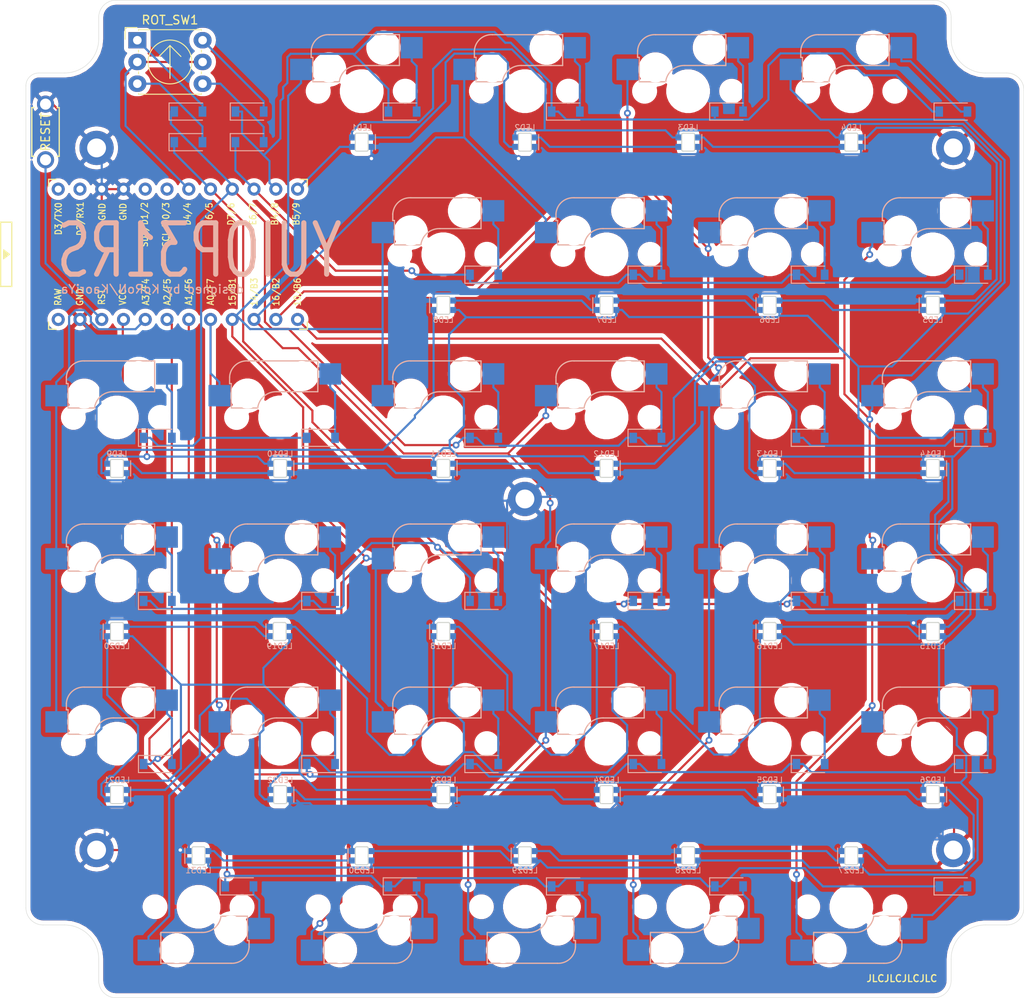
<source format=kicad_pcb>
(kicad_pcb (version 20171130) (host pcbnew "(5.1.9)-1")
  (title_block (title "YUIOP 31 keys with rotary switch keyboard") (date 2021-05-20) (rev 1) (company KaoriYa))
  (layers (0 F.Cu signal) (31 B.Cu signal) (34 B.Paste user) (35 F.Paste user) (36 B.SilkS user) (37 F.SilkS user) (38 B.Mask user) (39 F.Mask user) (44 Edge.Cuts user))
  (net 0 "")
  (net 1 "Net-(D1-Pad2)")
  (net 2 /ROW_1)
  (net 3 "Net-(D2-Pad2)")
  (net 4 "Net-(D3-Pad2)")
  (net 5 "Net-(D4-Pad2)")
  (net 6 "Net-(D5-Pad2)")
  (net 7 /ROW_2)
  (net 8 "Net-(D6-Pad2)")
  (net 9 "Net-(D7-Pad2)")
  (net 10 "Net-(D8-Pad2)")
  (net 11 "Net-(D9-Pad2)")
  (net 12 /ROW_3)
  (net 13 "Net-(D10-Pad2)")
  (net 14 "Net-(D11-Pad2)")
  (net 15 "Net-(D12-Pad2)")
  (net 16 "Net-(D13-Pad2)")
  (net 17 "Net-(D14-Pad2)")
  (net 18 "Net-(D15-Pad2)")
  (net 19 /ROW_4)
  (net 20 "Net-(D16-Pad2)")
  (net 21 "Net-(D17-Pad2)")
  (net 22 "Net-(D18-Pad2)")
  (net 23 "Net-(D19-Pad2)")
  (net 24 "Net-(D20-Pad2)")
  (net 25 "Net-(D21-Pad2)")
  (net 26 /ROW_5)
  (net 27 "Net-(D22-Pad2)")
  (net 28 "Net-(D23-Pad2)")
  (net 29 "Net-(D24-Pad2)")
  (net 30 "Net-(D25-Pad2)")
  (net 31 "Net-(D26-Pad2)")
  (net 32 "Net-(D27-Pad2)")
  (net 33 /ROW_6)
  (net 34 "Net-(D28-Pad2)")
  (net 35 "Net-(D29-Pad2)")
  (net 36 "Net-(D30-Pad2)")
  (net 37 "Net-(D31-Pad2)")
  (net 38 VCC)
  (net 39 /LED_DATA)
  (net 40 GND)
  (net 41 "Net-(LED1-Pad1)")
  (net 42 "Net-(LED2-Pad1)")
  (net 43 "Net-(LED3-Pad1)")
  (net 44 "Net-(LED4-Pad1)")
  (net 45 "Net-(LED5-Pad1)")
  (net 46 "Net-(LED6-Pad1)")
  (net 47 "Net-(LED7-Pad1)")
  (net 48 "Net-(LED8-Pad1)")
  (net 49 "Net-(LED10-Pad3)")
  (net 50 "Net-(LED10-Pad1)")
  (net 51 "Net-(LED11-Pad1)")
  (net 52 "Net-(LED12-Pad1)")
  (net 53 "Net-(LED13-Pad1)")
  (net 54 "Net-(LED14-Pad1)")
  (net 55 "Net-(LED15-Pad1)")
  (net 56 "Net-(LED16-Pad1)")
  (net 57 "Net-(LED17-Pad1)")
  (net 58 "Net-(LED18-Pad1)")
  (net 59 "Net-(LED19-Pad1)")
  (net 60 "Net-(LED20-Pad1)")
  (net 61 "Net-(LED21-Pad1)")
  (net 62 "Net-(LED22-Pad1)")
  (net 63 "Net-(LED23-Pad1)")
  (net 64 "Net-(LED24-Pad1)")
  (net 65 "Net-(LED25-Pad1)")
  (net 66 "Net-(LED26-Pad1)")
  (net 67 "Net-(LED27-Pad1)")
  (net 68 "Net-(LED28-Pad1)")
  (net 69 "Net-(LED29-Pad1)")
  (net 70 "Net-(LED30-Pad1)")
  (net 71 "Net-(LED31-Pad1)")
  (net 72 "Net-(RESET_SW1-Pad1)")
  (net 73 /COL_2)
  (net 74 /COL_3)
  (net 75 /RS)
  (net 76 /COL_4)
  (net 77 /COL_1)
  (net 78 /COL_5)
  (net 79 /COL_6)
  (net 80 "Net-(U1-Pad24)")
  (net 81 "Net-(U1-Pad6)")
  (net 82 "Net-(U1-Pad5)")
  (net 83 "Net-(U1-Pad2)")
  (net 84 "Net-(U1-Pad1)")
  (net 85 "Net-(D32-Pad2)")
  (net 86 "Net-(D33-Pad2)")
  (net 87 "Net-(D34-Pad2)")
  (net 88 "Net-(D35-Pad2)")
  (module yuiop:Hole_2.2_4 (layer F.Cu) (at 150 100)
    (fp_text reference HOLE5 hide)
    (fp_text value Hole_2.2_4 hide)
    (pad "" thru_hole circle (at 0 0) (size 4 4) (drill 2.2) (layers *.Cu *.Mask) (net 40 GND))
  )
  (module yuiop:Hole_2.2_4 (layer F.Cu) (at 200 141)
    (fp_text reference HOLE4 hide)
    (fp_text value Hole_2.2_4 hide)
    (pad "" thru_hole circle (at 0 0) (size 4 4) (drill 2.2) (layers *.Cu *.Mask) (net 40 GND))
  )
  (module yuiop:Hole_2.2_4 (layer F.Cu) (at 100 141)
    (fp_text reference HOLE3 hide)
    (fp_text value Hole_2.2_4 hide)
    (pad "" thru_hole circle (at 0 0) (size 4 4) (drill 2.2) (layers *.Cu *.Mask) (net 40 GND))
  )
  (module yuiop:Hole_2.2_4 (layer F.Cu) (at 200 59)
    (fp_text reference HOLE2 hide)
    (fp_text value Hole_2.2_4 hide)
    (pad "" thru_hole circle (at 0 0) (size 4 4) (drill 2.2) (layers *.Cu *.Mask) (net 40 GND))
  )
  (module yuiop:Hole_2.2_4 (layer F.Cu) (at 100 59)
    (fp_text reference HOLE1 hide)
    (fp_text value Hole_2.2_4 hide)
    (pad "" thru_hole circle (at 0 0) (size 4 4) (drill 2.2) (layers *.Cu *.Mask) (net 40 GND))
  )
  (module yuiop:LED_WS2812C-2020_BackMount (layer F.Cu) (at 102.375 96.4281 180)
    (fp_text reference LED9 (at 0 1.7 180) (layer B.SilkS) (effects (font (size 0.66 0.66) (thickness 0.1)) (justify mirror)))
    (fp_text value WS2812C-2020)
    (fp_line (start -0.6 -1.05) (end 0.6 -1.05) (layer Edge.Cuts) (width 0.12))
    (fp_line (start 0.75 -0.9) (end 0.75 0.9) (layer Edge.Cuts) (width 0.12))
    (fp_line (start 0.6 1.05) (end -0.6 1.05) (layer Edge.Cuts) (width 0.12))
    (fp_line (start -0.75 0.9) (end -0.75 -0.9) (layer Edge.Cuts) (width 0.12))
    (fp_arc (start 0.6 -0.9) (end 0.75 -0.9) (angle -90) (layer Edge.Cuts) (width 0.12))
    (fp_arc (start 0.6 0.9) (end 0.6 1.05) (angle -90) (layer Edge.Cuts) (width 0.12))
    (fp_arc (start -0.6 0.9) (end -0.75 0.9) (angle -90) (layer Edge.Cuts) (width 0.12))
    (fp_arc (start -0.6 -0.9) (end -0.6 -1.05) (angle -90) (layer Edge.Cuts) (width 0.12))
    (pad 4 smd rect (at 1.135 0.55) (size 0.7 0.7) (layers B.Cu B.Paste B.Mask) (net 38 VCC))
    (pad 3 smd rect (at 1.135 -0.55) (size 0.7 0.7) (layers B.Cu B.Paste B.Mask) (net 48 "Net-(LED8-Pad1)"))
    (pad 2 smd rect (at -1.135 -0.55) (size 0.7 0.7) (layers B.Cu B.Paste B.Mask) (net 40 GND))
    (pad 1 smd rect (at -1.135 0.55) (size 0.7 0.7) (layers B.Cu B.Paste B.Mask) (net 49 "Net-(LED10-Pad3)"))
  )
  (module yuiop:LED_WS2812C-2020_BackMount (layer F.Cu) (at 111.9 141.672)
    (fp_text reference LED31 (at 0 1.7) (layer B.SilkS) (effects (font (size 0.66 0.66) (thickness 0.1)) (justify mirror)))
    (fp_text value WS2812C-2020)
    (fp_line (start -0.6 -1.05) (end 0.6 -1.05) (layer Edge.Cuts) (width 0.12))
    (fp_line (start 0.75 -0.9) (end 0.75 0.9) (layer Edge.Cuts) (width 0.12))
    (fp_line (start 0.6 1.05) (end -0.6 1.05) (layer Edge.Cuts) (width 0.12))
    (fp_line (start -0.75 0.9) (end -0.75 -0.9) (layer Edge.Cuts) (width 0.12))
    (fp_arc (start 0.6 -0.9) (end 0.75 -0.9) (angle -90) (layer Edge.Cuts) (width 0.12))
    (fp_arc (start 0.6 0.9) (end 0.6 1.05) (angle -90) (layer Edge.Cuts) (width 0.12))
    (fp_arc (start -0.6 0.9) (end -0.75 0.9) (angle -90) (layer Edge.Cuts) (width 0.12))
    (fp_arc (start -0.6 -0.9) (end -0.6 -1.05) (angle -90) (layer Edge.Cuts) (width 0.12))
    (pad 4 smd rect (at 1.135 0.55 180) (size 0.7 0.7) (layers B.Cu B.Paste B.Mask) (net 38 VCC))
    (pad 3 smd rect (at 1.135 -0.55 180) (size 0.7 0.7) (layers B.Cu B.Paste B.Mask) (net 70 "Net-(LED30-Pad1)"))
    (pad 2 smd rect (at -1.135 -0.55 180) (size 0.7 0.7) (layers B.Cu B.Paste B.Mask) (net 40 GND))
    (pad 1 smd rect (at -1.135 0.55 180) (size 0.7 0.7) (layers B.Cu B.Paste B.Mask) (net 71 "Net-(LED31-Pad1)"))
  )
  (module yuiop:LED_WS2812C-2020_BackMount (layer F.Cu) (at 130.95 141.672)
    (fp_text reference LED30 (at 0 1.7) (layer B.SilkS) (effects (font (size 0.66 0.66) (thickness 0.1)) (justify mirror)))
    (fp_text value WS2812C-2020)
    (fp_line (start -0.6 -1.05) (end 0.6 -1.05) (layer Edge.Cuts) (width 0.12))
    (fp_line (start 0.75 -0.9) (end 0.75 0.9) (layer Edge.Cuts) (width 0.12))
    (fp_line (start 0.6 1.05) (end -0.6 1.05) (layer Edge.Cuts) (width 0.12))
    (fp_line (start -0.75 0.9) (end -0.75 -0.9) (layer Edge.Cuts) (width 0.12))
    (fp_arc (start 0.6 -0.9) (end 0.75 -0.9) (angle -90) (layer Edge.Cuts) (width 0.12))
    (fp_arc (start 0.6 0.9) (end 0.6 1.05) (angle -90) (layer Edge.Cuts) (width 0.12))
    (fp_arc (start -0.6 0.9) (end -0.75 0.9) (angle -90) (layer Edge.Cuts) (width 0.12))
    (fp_arc (start -0.6 -0.9) (end -0.6 -1.05) (angle -90) (layer Edge.Cuts) (width 0.12))
    (pad 4 smd rect (at 1.135 0.55 180) (size 0.7 0.7) (layers B.Cu B.Paste B.Mask) (net 38 VCC))
    (pad 3 smd rect (at 1.135 -0.55 180) (size 0.7 0.7) (layers B.Cu B.Paste B.Mask) (net 69 "Net-(LED29-Pad1)"))
    (pad 2 smd rect (at -1.135 -0.55 180) (size 0.7 0.7) (layers B.Cu B.Paste B.Mask) (net 40 GND))
    (pad 1 smd rect (at -1.135 0.55 180) (size 0.7 0.7) (layers B.Cu B.Paste B.Mask) (net 70 "Net-(LED30-Pad1)"))
  )
  (module yuiop:LED_WS2812C-2020_BackMount (layer F.Cu) (at 150 141.672)
    (fp_text reference LED29 (at 0 1.7) (layer B.SilkS) (effects (font (size 0.66 0.66) (thickness 0.1)) (justify mirror)))
    (fp_text value WS2812C-2020)
    (fp_line (start -0.6 -1.05) (end 0.6 -1.05) (layer Edge.Cuts) (width 0.12))
    (fp_line (start 0.75 -0.9) (end 0.75 0.9) (layer Edge.Cuts) (width 0.12))
    (fp_line (start 0.6 1.05) (end -0.6 1.05) (layer Edge.Cuts) (width 0.12))
    (fp_line (start -0.75 0.9) (end -0.75 -0.9) (layer Edge.Cuts) (width 0.12))
    (fp_arc (start 0.6 -0.9) (end 0.75 -0.9) (angle -90) (layer Edge.Cuts) (width 0.12))
    (fp_arc (start 0.6 0.9) (end 0.6 1.05) (angle -90) (layer Edge.Cuts) (width 0.12))
    (fp_arc (start -0.6 0.9) (end -0.75 0.9) (angle -90) (layer Edge.Cuts) (width 0.12))
    (fp_arc (start -0.6 -0.9) (end -0.6 -1.05) (angle -90) (layer Edge.Cuts) (width 0.12))
    (pad 4 smd rect (at 1.135 0.55 180) (size 0.7 0.7) (layers B.Cu B.Paste B.Mask) (net 38 VCC))
    (pad 3 smd rect (at 1.135 -0.55 180) (size 0.7 0.7) (layers B.Cu B.Paste B.Mask) (net 68 "Net-(LED28-Pad1)"))
    (pad 2 smd rect (at -1.135 -0.55 180) (size 0.7 0.7) (layers B.Cu B.Paste B.Mask) (net 40 GND))
    (pad 1 smd rect (at -1.135 0.55 180) (size 0.7 0.7) (layers B.Cu B.Paste B.Mask) (net 69 "Net-(LED29-Pad1)"))
  )
  (module yuiop:LED_WS2812C-2020_BackMount (layer F.Cu) (at 169.05 141.672)
    (fp_text reference LED28 (at 0 1.7) (layer B.SilkS) (effects (font (size 0.66 0.66) (thickness 0.1)) (justify mirror)))
    (fp_text value WS2812C-2020)
    (fp_line (start -0.6 -1.05) (end 0.6 -1.05) (layer Edge.Cuts) (width 0.12))
    (fp_line (start 0.75 -0.9) (end 0.75 0.9) (layer Edge.Cuts) (width 0.12))
    (fp_line (start 0.6 1.05) (end -0.6 1.05) (layer Edge.Cuts) (width 0.12))
    (fp_line (start -0.75 0.9) (end -0.75 -0.9) (layer Edge.Cuts) (width 0.12))
    (fp_arc (start 0.6 -0.9) (end 0.75 -0.9) (angle -90) (layer Edge.Cuts) (width 0.12))
    (fp_arc (start 0.6 0.9) (end 0.6 1.05) (angle -90) (layer Edge.Cuts) (width 0.12))
    (fp_arc (start -0.6 0.9) (end -0.75 0.9) (angle -90) (layer Edge.Cuts) (width 0.12))
    (fp_arc (start -0.6 -0.9) (end -0.6 -1.05) (angle -90) (layer Edge.Cuts) (width 0.12))
    (pad 4 smd rect (at 1.135 0.55 180) (size 0.7 0.7) (layers B.Cu B.Paste B.Mask) (net 38 VCC))
    (pad 3 smd rect (at 1.135 -0.55 180) (size 0.7 0.7) (layers B.Cu B.Paste B.Mask) (net 67 "Net-(LED27-Pad1)"))
    (pad 2 smd rect (at -1.135 -0.55 180) (size 0.7 0.7) (layers B.Cu B.Paste B.Mask) (net 40 GND))
    (pad 1 smd rect (at -1.135 0.55 180) (size 0.7 0.7) (layers B.Cu B.Paste B.Mask) (net 68 "Net-(LED28-Pad1)"))
  )
  (module yuiop:LED_WS2812C-2020_BackMount (layer F.Cu) (at 188.1 141.672)
    (fp_text reference LED27 (at 0 1.7) (layer B.SilkS) (effects (font (size 0.66 0.66) (thickness 0.1)) (justify mirror)))
    (fp_text value WS2812C-2020)
    (fp_line (start -0.6 -1.05) (end 0.6 -1.05) (layer Edge.Cuts) (width 0.12))
    (fp_line (start 0.75 -0.9) (end 0.75 0.9) (layer Edge.Cuts) (width 0.12))
    (fp_line (start 0.6 1.05) (end -0.6 1.05) (layer Edge.Cuts) (width 0.12))
    (fp_line (start -0.75 0.9) (end -0.75 -0.9) (layer Edge.Cuts) (width 0.12))
    (fp_arc (start 0.6 -0.9) (end 0.75 -0.9) (angle -90) (layer Edge.Cuts) (width 0.12))
    (fp_arc (start 0.6 0.9) (end 0.6 1.05) (angle -90) (layer Edge.Cuts) (width 0.12))
    (fp_arc (start -0.6 0.9) (end -0.75 0.9) (angle -90) (layer Edge.Cuts) (width 0.12))
    (fp_arc (start -0.6 -0.9) (end -0.6 -1.05) (angle -90) (layer Edge.Cuts) (width 0.12))
    (pad 4 smd rect (at 1.135 0.55 180) (size 0.7 0.7) (layers B.Cu B.Paste B.Mask) (net 38 VCC))
    (pad 3 smd rect (at 1.135 -0.55 180) (size 0.7 0.7) (layers B.Cu B.Paste B.Mask) (net 66 "Net-(LED26-Pad1)"))
    (pad 2 smd rect (at -1.135 -0.55 180) (size 0.7 0.7) (layers B.Cu B.Paste B.Mask) (net 40 GND))
    (pad 1 smd rect (at -1.135 0.55 180) (size 0.7 0.7) (layers B.Cu B.Paste B.Mask) (net 67 "Net-(LED27-Pad1)"))
  )
  (module yuiop:LED_WS2812C-2020_BackMount (layer F.Cu) (at 197.625 134.528 180)
    (fp_text reference LED26 (at 0 1.7) (layer B.SilkS) (effects (font (size 0.66 0.66) (thickness 0.1)) (justify mirror)))
    (fp_text value WS2812C-2020)
    (fp_line (start -0.6 -1.05) (end 0.6 -1.05) (layer Edge.Cuts) (width 0.12))
    (fp_line (start 0.75 -0.9) (end 0.75 0.9) (layer Edge.Cuts) (width 0.12))
    (fp_line (start 0.6 1.05) (end -0.6 1.05) (layer Edge.Cuts) (width 0.12))
    (fp_line (start -0.75 0.9) (end -0.75 -0.9) (layer Edge.Cuts) (width 0.12))
    (fp_arc (start 0.6 -0.9) (end 0.75 -0.9) (angle -90) (layer Edge.Cuts) (width 0.12))
    (fp_arc (start 0.6 0.9) (end 0.6 1.05) (angle -90) (layer Edge.Cuts) (width 0.12))
    (fp_arc (start -0.6 0.9) (end -0.75 0.9) (angle -90) (layer Edge.Cuts) (width 0.12))
    (fp_arc (start -0.6 -0.9) (end -0.6 -1.05) (angle -90) (layer Edge.Cuts) (width 0.12))
    (pad 4 smd rect (at 1.135 0.55) (size 0.7 0.7) (layers B.Cu B.Paste B.Mask) (net 38 VCC))
    (pad 3 smd rect (at 1.135 -0.55) (size 0.7 0.7) (layers B.Cu B.Paste B.Mask) (net 65 "Net-(LED25-Pad1)"))
    (pad 2 smd rect (at -1.135 -0.55) (size 0.7 0.7) (layers B.Cu B.Paste B.Mask) (net 40 GND))
    (pad 1 smd rect (at -1.135 0.55) (size 0.7 0.7) (layers B.Cu B.Paste B.Mask) (net 66 "Net-(LED26-Pad1)"))
  )
  (module yuiop:LED_WS2812C-2020_BackMount (layer F.Cu) (at 178.575 134.528 180)
    (fp_text reference LED25 (at 0 1.7) (layer B.SilkS) (effects (font (size 0.66 0.66) (thickness 0.1)) (justify mirror)))
    (fp_text value WS2812C-2020)
    (fp_line (start -0.6 -1.05) (end 0.6 -1.05) (layer Edge.Cuts) (width 0.12))
    (fp_line (start 0.75 -0.9) (end 0.75 0.9) (layer Edge.Cuts) (width 0.12))
    (fp_line (start 0.6 1.05) (end -0.6 1.05) (layer Edge.Cuts) (width 0.12))
    (fp_line (start -0.75 0.9) (end -0.75 -0.9) (layer Edge.Cuts) (width 0.12))
    (fp_arc (start 0.6 -0.9) (end 0.75 -0.9) (angle -90) (layer Edge.Cuts) (width 0.12))
    (fp_arc (start 0.6 0.9) (end 0.6 1.05) (angle -90) (layer Edge.Cuts) (width 0.12))
    (fp_arc (start -0.6 0.9) (end -0.75 0.9) (angle -90) (layer Edge.Cuts) (width 0.12))
    (fp_arc (start -0.6 -0.9) (end -0.6 -1.05) (angle -90) (layer Edge.Cuts) (width 0.12))
    (pad 4 smd rect (at 1.135 0.55) (size 0.7 0.7) (layers B.Cu B.Paste B.Mask) (net 38 VCC))
    (pad 3 smd rect (at 1.135 -0.55) (size 0.7 0.7) (layers B.Cu B.Paste B.Mask) (net 64 "Net-(LED24-Pad1)"))
    (pad 2 smd rect (at -1.135 -0.55) (size 0.7 0.7) (layers B.Cu B.Paste B.Mask) (net 40 GND))
    (pad 1 smd rect (at -1.135 0.55) (size 0.7 0.7) (layers B.Cu B.Paste B.Mask) (net 65 "Net-(LED25-Pad1)"))
  )
  (module yuiop:LED_WS2812C-2020_BackMount (layer F.Cu) (at 159.525 134.528 180)
    (fp_text reference LED24 (at 0 1.7) (layer B.SilkS) (effects (font (size 0.66 0.66) (thickness 0.1)) (justify mirror)))
    (fp_text value WS2812C-2020)
    (fp_line (start -0.6 -1.05) (end 0.6 -1.05) (layer Edge.Cuts) (width 0.12))
    (fp_line (start 0.75 -0.9) (end 0.75 0.9) (layer Edge.Cuts) (width 0.12))
    (fp_line (start 0.6 1.05) (end -0.6 1.05) (layer Edge.Cuts) (width 0.12))
    (fp_line (start -0.75 0.9) (end -0.75 -0.9) (layer Edge.Cuts) (width 0.12))
    (fp_arc (start 0.6 -0.9) (end 0.75 -0.9) (angle -90) (layer Edge.Cuts) (width 0.12))
    (fp_arc (start 0.6 0.9) (end 0.6 1.05) (angle -90) (layer Edge.Cuts) (width 0.12))
    (fp_arc (start -0.6 0.9) (end -0.75 0.9) (angle -90) (layer Edge.Cuts) (width 0.12))
    (fp_arc (start -0.6 -0.9) (end -0.6 -1.05) (angle -90) (layer Edge.Cuts) (width 0.12))
    (pad 4 smd rect (at 1.135 0.55) (size 0.7 0.7) (layers B.Cu B.Paste B.Mask) (net 38 VCC))
    (pad 3 smd rect (at 1.135 -0.55) (size 0.7 0.7) (layers B.Cu B.Paste B.Mask) (net 63 "Net-(LED23-Pad1)"))
    (pad 2 smd rect (at -1.135 -0.55) (size 0.7 0.7) (layers B.Cu B.Paste B.Mask) (net 40 GND))
    (pad 1 smd rect (at -1.135 0.55) (size 0.7 0.7) (layers B.Cu B.Paste B.Mask) (net 64 "Net-(LED24-Pad1)"))
  )
  (module yuiop:LED_WS2812C-2020_BackMount (layer F.Cu) (at 140.475 134.528 180)
    (fp_text reference LED23 (at 0 1.7) (layer B.SilkS) (effects (font (size 0.66 0.66) (thickness 0.1)) (justify mirror)))
    (fp_text value WS2812C-2020)
    (fp_line (start -0.6 -1.05) (end 0.6 -1.05) (layer Edge.Cuts) (width 0.12))
    (fp_line (start 0.75 -0.9) (end 0.75 0.9) (layer Edge.Cuts) (width 0.12))
    (fp_line (start 0.6 1.05) (end -0.6 1.05) (layer Edge.Cuts) (width 0.12))
    (fp_line (start -0.75 0.9) (end -0.75 -0.9) (layer Edge.Cuts) (width 0.12))
    (fp_arc (start 0.6 -0.9) (end 0.75 -0.9) (angle -90) (layer Edge.Cuts) (width 0.12))
    (fp_arc (start 0.6 0.9) (end 0.6 1.05) (angle -90) (layer Edge.Cuts) (width 0.12))
    (fp_arc (start -0.6 0.9) (end -0.75 0.9) (angle -90) (layer Edge.Cuts) (width 0.12))
    (fp_arc (start -0.6 -0.9) (end -0.6 -1.05) (angle -90) (layer Edge.Cuts) (width 0.12))
    (pad 4 smd rect (at 1.135 0.55) (size 0.7 0.7) (layers B.Cu B.Paste B.Mask) (net 38 VCC))
    (pad 3 smd rect (at 1.135 -0.55) (size 0.7 0.7) (layers B.Cu B.Paste B.Mask) (net 62 "Net-(LED22-Pad1)"))
    (pad 2 smd rect (at -1.135 -0.55) (size 0.7 0.7) (layers B.Cu B.Paste B.Mask) (net 40 GND))
    (pad 1 smd rect (at -1.135 0.55) (size 0.7 0.7) (layers B.Cu B.Paste B.Mask) (net 63 "Net-(LED23-Pad1)"))
  )
  (module yuiop:LED_WS2812C-2020_BackMount (layer F.Cu) (at 121.425 134.528 180)
    (fp_text reference LED22 (at 0 1.7) (layer B.SilkS) (effects (font (size 0.66 0.66) (thickness 0.1)) (justify mirror)))
    (fp_text value WS2812C-2020)
    (fp_line (start -0.6 -1.05) (end 0.6 -1.05) (layer Edge.Cuts) (width 0.12))
    (fp_line (start 0.75 -0.9) (end 0.75 0.9) (layer Edge.Cuts) (width 0.12))
    (fp_line (start 0.6 1.05) (end -0.6 1.05) (layer Edge.Cuts) (width 0.12))
    (fp_line (start -0.75 0.9) (end -0.75 -0.9) (layer Edge.Cuts) (width 0.12))
    (fp_arc (start 0.6 -0.9) (end 0.75 -0.9) (angle -90) (layer Edge.Cuts) (width 0.12))
    (fp_arc (start 0.6 0.9) (end 0.6 1.05) (angle -90) (layer Edge.Cuts) (width 0.12))
    (fp_arc (start -0.6 0.9) (end -0.75 0.9) (angle -90) (layer Edge.Cuts) (width 0.12))
    (fp_arc (start -0.6 -0.9) (end -0.6 -1.05) (angle -90) (layer Edge.Cuts) (width 0.12))
    (pad 4 smd rect (at 1.135 0.55) (size 0.7 0.7) (layers B.Cu B.Paste B.Mask) (net 38 VCC))
    (pad 3 smd rect (at 1.135 -0.55) (size 0.7 0.7) (layers B.Cu B.Paste B.Mask) (net 61 "Net-(LED21-Pad1)"))
    (pad 2 smd rect (at -1.135 -0.55) (size 0.7 0.7) (layers B.Cu B.Paste B.Mask) (net 40 GND))
    (pad 1 smd rect (at -1.135 0.55) (size 0.7 0.7) (layers B.Cu B.Paste B.Mask) (net 62 "Net-(LED22-Pad1)"))
  )
  (module yuiop:LED_WS2812C-2020_BackMount (layer F.Cu) (at 102.375 134.528 180)
    (fp_text reference LED21 (at 0 1.7) (layer B.SilkS) (effects (font (size 0.66 0.66) (thickness 0.1)) (justify mirror)))
    (fp_text value WS2812C-2020)
    (fp_line (start -0.6 -1.05) (end 0.6 -1.05) (layer Edge.Cuts) (width 0.12))
    (fp_line (start 0.75 -0.9) (end 0.75 0.9) (layer Edge.Cuts) (width 0.12))
    (fp_line (start 0.6 1.05) (end -0.6 1.05) (layer Edge.Cuts) (width 0.12))
    (fp_line (start -0.75 0.9) (end -0.75 -0.9) (layer Edge.Cuts) (width 0.12))
    (fp_arc (start 0.6 -0.9) (end 0.75 -0.9) (angle -90) (layer Edge.Cuts) (width 0.12))
    (fp_arc (start 0.6 0.9) (end 0.6 1.05) (angle -90) (layer Edge.Cuts) (width 0.12))
    (fp_arc (start -0.6 0.9) (end -0.75 0.9) (angle -90) (layer Edge.Cuts) (width 0.12))
    (fp_arc (start -0.6 -0.9) (end -0.6 -1.05) (angle -90) (layer Edge.Cuts) (width 0.12))
    (pad 4 smd rect (at 1.135 0.55) (size 0.7 0.7) (layers B.Cu B.Paste B.Mask) (net 38 VCC))
    (pad 3 smd rect (at 1.135 -0.55) (size 0.7 0.7) (layers B.Cu B.Paste B.Mask) (net 60 "Net-(LED20-Pad1)"))
    (pad 2 smd rect (at -1.135 -0.55) (size 0.7 0.7) (layers B.Cu B.Paste B.Mask) (net 40 GND))
    (pad 1 smd rect (at -1.135 0.55) (size 0.7 0.7) (layers B.Cu B.Paste B.Mask) (net 61 "Net-(LED21-Pad1)"))
  )
  (module yuiop:LED_WS2812C-2020_BackMount (layer F.Cu) (at 102.375 115.478)
    (fp_text reference LED20 (at 0 1.7) (layer B.SilkS) (effects (font (size 0.66 0.66) (thickness 0.1)) (justify mirror)))
    (fp_text value WS2812C-2020)
    (fp_line (start -0.6 -1.05) (end 0.6 -1.05) (layer Edge.Cuts) (width 0.12))
    (fp_line (start 0.75 -0.9) (end 0.75 0.9) (layer Edge.Cuts) (width 0.12))
    (fp_line (start 0.6 1.05) (end -0.6 1.05) (layer Edge.Cuts) (width 0.12))
    (fp_line (start -0.75 0.9) (end -0.75 -0.9) (layer Edge.Cuts) (width 0.12))
    (fp_arc (start 0.6 -0.9) (end 0.75 -0.9) (angle -90) (layer Edge.Cuts) (width 0.12))
    (fp_arc (start 0.6 0.9) (end 0.6 1.05) (angle -90) (layer Edge.Cuts) (width 0.12))
    (fp_arc (start -0.6 0.9) (end -0.75 0.9) (angle -90) (layer Edge.Cuts) (width 0.12))
    (fp_arc (start -0.6 -0.9) (end -0.6 -1.05) (angle -90) (layer Edge.Cuts) (width 0.12))
    (pad 4 smd rect (at 1.135 0.55 180) (size 0.7 0.7) (layers B.Cu B.Paste B.Mask) (net 38 VCC))
    (pad 3 smd rect (at 1.135 -0.55 180) (size 0.7 0.7) (layers B.Cu B.Paste B.Mask) (net 59 "Net-(LED19-Pad1)"))
    (pad 2 smd rect (at -1.135 -0.55 180) (size 0.7 0.7) (layers B.Cu B.Paste B.Mask) (net 40 GND))
    (pad 1 smd rect (at -1.135 0.55 180) (size 0.7 0.7) (layers B.Cu B.Paste B.Mask) (net 60 "Net-(LED20-Pad1)"))
  )
  (module yuiop:LED_WS2812C-2020_BackMount (layer F.Cu) (at 121.369 115.478)
    (fp_text reference LED19 (at 0 1.7) (layer B.SilkS) (effects (font (size 0.66 0.66) (thickness 0.1)) (justify mirror)))
    (fp_text value WS2812C-2020)
    (fp_line (start -0.6 -1.05) (end 0.6 -1.05) (layer Edge.Cuts) (width 0.12))
    (fp_line (start 0.75 -0.9) (end 0.75 0.9) (layer Edge.Cuts) (width 0.12))
    (fp_line (start 0.6 1.05) (end -0.6 1.05) (layer Edge.Cuts) (width 0.12))
    (fp_line (start -0.75 0.9) (end -0.75 -0.9) (layer Edge.Cuts) (width 0.12))
    (fp_arc (start 0.6 -0.9) (end 0.75 -0.9) (angle -90) (layer Edge.Cuts) (width 0.12))
    (fp_arc (start 0.6 0.9) (end 0.6 1.05) (angle -90) (layer Edge.Cuts) (width 0.12))
    (fp_arc (start -0.6 0.9) (end -0.75 0.9) (angle -90) (layer Edge.Cuts) (width 0.12))
    (fp_arc (start -0.6 -0.9) (end -0.6 -1.05) (angle -90) (layer Edge.Cuts) (width 0.12))
    (pad 4 smd rect (at 1.135 0.55 180) (size 0.7 0.7) (layers B.Cu B.Paste B.Mask) (net 38 VCC))
    (pad 3 smd rect (at 1.135 -0.55 180) (size 0.7 0.7) (layers B.Cu B.Paste B.Mask) (net 58 "Net-(LED18-Pad1)"))
    (pad 2 smd rect (at -1.135 -0.55 180) (size 0.7 0.7) (layers B.Cu B.Paste B.Mask) (net 40 GND))
    (pad 1 smd rect (at -1.135 0.55 180) (size 0.7 0.7) (layers B.Cu B.Paste B.Mask) (net 59 "Net-(LED19-Pad1)"))
  )
  (module yuiop:LED_WS2812C-2020_BackMount (layer F.Cu) (at 140.475 115.478)
    (fp_text reference LED18 (at 0 1.7) (layer B.SilkS) (effects (font (size 0.66 0.66) (thickness 0.1)) (justify mirror)))
    (fp_text value WS2812C-2020)
    (fp_line (start -0.6 -1.05) (end 0.6 -1.05) (layer Edge.Cuts) (width 0.12))
    (fp_line (start 0.75 -0.9) (end 0.75 0.9) (layer Edge.Cuts) (width 0.12))
    (fp_line (start 0.6 1.05) (end -0.6 1.05) (layer Edge.Cuts) (width 0.12))
    (fp_line (start -0.75 0.9) (end -0.75 -0.9) (layer Edge.Cuts) (width 0.12))
    (fp_arc (start 0.6 -0.9) (end 0.75 -0.9) (angle -90) (layer Edge.Cuts) (width 0.12))
    (fp_arc (start 0.6 0.9) (end 0.6 1.05) (angle -90) (layer Edge.Cuts) (width 0.12))
    (fp_arc (start -0.6 0.9) (end -0.75 0.9) (angle -90) (layer Edge.Cuts) (width 0.12))
    (fp_arc (start -0.6 -0.9) (end -0.6 -1.05) (angle -90) (layer Edge.Cuts) (width 0.12))
    (pad 4 smd rect (at 1.135 0.55 180) (size 0.7 0.7) (layers B.Cu B.Paste B.Mask) (net 38 VCC))
    (pad 3 smd rect (at 1.135 -0.55 180) (size 0.7 0.7) (layers B.Cu B.Paste B.Mask) (net 57 "Net-(LED17-Pad1)"))
    (pad 2 smd rect (at -1.135 -0.55 180) (size 0.7 0.7) (layers B.Cu B.Paste B.Mask) (net 40 GND))
    (pad 1 smd rect (at -1.135 0.55 180) (size 0.7 0.7) (layers B.Cu B.Paste B.Mask) (net 58 "Net-(LED18-Pad1)"))
  )
  (module yuiop:LED_WS2812C-2020_BackMount (layer F.Cu) (at 159.525 115.478)
    (fp_text reference LED17 (at 0 1.7) (layer B.SilkS) (effects (font (size 0.66 0.66) (thickness 0.1)) (justify mirror)))
    (fp_text value WS2812C-2020)
    (fp_line (start -0.6 -1.05) (end 0.6 -1.05) (layer Edge.Cuts) (width 0.12))
    (fp_line (start 0.75 -0.9) (end 0.75 0.9) (layer Edge.Cuts) (width 0.12))
    (fp_line (start 0.6 1.05) (end -0.6 1.05) (layer Edge.Cuts) (width 0.12))
    (fp_line (start -0.75 0.9) (end -0.75 -0.9) (layer Edge.Cuts) (width 0.12))
    (fp_arc (start 0.6 -0.9) (end 0.75 -0.9) (angle -90) (layer Edge.Cuts) (width 0.12))
    (fp_arc (start 0.6 0.9) (end 0.6 1.05) (angle -90) (layer Edge.Cuts) (width 0.12))
    (fp_arc (start -0.6 0.9) (end -0.75 0.9) (angle -90) (layer Edge.Cuts) (width 0.12))
    (fp_arc (start -0.6 -0.9) (end -0.6 -1.05) (angle -90) (layer Edge.Cuts) (width 0.12))
    (pad 4 smd rect (at 1.135 0.55 180) (size 0.7 0.7) (layers B.Cu B.Paste B.Mask) (net 38 VCC))
    (pad 3 smd rect (at 1.135 -0.55 180) (size 0.7 0.7) (layers B.Cu B.Paste B.Mask) (net 56 "Net-(LED16-Pad1)"))
    (pad 2 smd rect (at -1.135 -0.55 180) (size 0.7 0.7) (layers B.Cu B.Paste B.Mask) (net 40 GND))
    (pad 1 smd rect (at -1.135 0.55 180) (size 0.7 0.7) (layers B.Cu B.Paste B.Mask) (net 57 "Net-(LED17-Pad1)"))
  )
  (module yuiop:LED_WS2812C-2020_BackMount (layer F.Cu) (at 178.575 115.478)
    (fp_text reference LED16 (at 0 1.7) (layer B.SilkS) (effects (font (size 0.66 0.66) (thickness 0.1)) (justify mirror)))
    (fp_text value WS2812C-2020)
    (fp_line (start -0.6 -1.05) (end 0.6 -1.05) (layer Edge.Cuts) (width 0.12))
    (fp_line (start 0.75 -0.9) (end 0.75 0.9) (layer Edge.Cuts) (width 0.12))
    (fp_line (start 0.6 1.05) (end -0.6 1.05) (layer Edge.Cuts) (width 0.12))
    (fp_line (start -0.75 0.9) (end -0.75 -0.9) (layer Edge.Cuts) (width 0.12))
    (fp_arc (start 0.6 -0.9) (end 0.75 -0.9) (angle -90) (layer Edge.Cuts) (width 0.12))
    (fp_arc (start 0.6 0.9) (end 0.6 1.05) (angle -90) (layer Edge.Cuts) (width 0.12))
    (fp_arc (start -0.6 0.9) (end -0.75 0.9) (angle -90) (layer Edge.Cuts) (width 0.12))
    (fp_arc (start -0.6 -0.9) (end -0.6 -1.05) (angle -90) (layer Edge.Cuts) (width 0.12))
    (pad 4 smd rect (at 1.135 0.55 180) (size 0.7 0.7) (layers B.Cu B.Paste B.Mask) (net 38 VCC))
    (pad 3 smd rect (at 1.135 -0.55 180) (size 0.7 0.7) (layers B.Cu B.Paste B.Mask) (net 55 "Net-(LED15-Pad1)"))
    (pad 2 smd rect (at -1.135 -0.55 180) (size 0.7 0.7) (layers B.Cu B.Paste B.Mask) (net 40 GND))
    (pad 1 smd rect (at -1.135 0.55 180) (size 0.7 0.7) (layers B.Cu B.Paste B.Mask) (net 56 "Net-(LED16-Pad1)"))
  )
  (module yuiop:LED_WS2812C-2020_BackMount (layer F.Cu) (at 197.625 115.478)
    (fp_text reference LED15 (at 0 1.7) (layer B.SilkS) (effects (font (size 0.66 0.66) (thickness 0.1)) (justify mirror)))
    (fp_text value WS2812C-2020)
    (fp_line (start -0.6 -1.05) (end 0.6 -1.05) (layer Edge.Cuts) (width 0.12))
    (fp_line (start 0.75 -0.9) (end 0.75 0.9) (layer Edge.Cuts) (width 0.12))
    (fp_line (start 0.6 1.05) (end -0.6 1.05) (layer Edge.Cuts) (width 0.12))
    (fp_line (start -0.75 0.9) (end -0.75 -0.9) (layer Edge.Cuts) (width 0.12))
    (fp_arc (start 0.6 -0.9) (end 0.75 -0.9) (angle -90) (layer Edge.Cuts) (width 0.12))
    (fp_arc (start 0.6 0.9) (end 0.6 1.05) (angle -90) (layer Edge.Cuts) (width 0.12))
    (fp_arc (start -0.6 0.9) (end -0.75 0.9) (angle -90) (layer Edge.Cuts) (width 0.12))
    (fp_arc (start -0.6 -0.9) (end -0.6 -1.05) (angle -90) (layer Edge.Cuts) (width 0.12))
    (pad 4 smd rect (at 1.135 0.55 180) (size 0.7 0.7) (layers B.Cu B.Paste B.Mask) (net 38 VCC))
    (pad 3 smd rect (at 1.135 -0.55 180) (size 0.7 0.7) (layers B.Cu B.Paste B.Mask) (net 54 "Net-(LED14-Pad1)"))
    (pad 2 smd rect (at -1.135 -0.55 180) (size 0.7 0.7) (layers B.Cu B.Paste B.Mask) (net 40 GND))
    (pad 1 smd rect (at -1.135 0.55 180) (size 0.7 0.7) (layers B.Cu B.Paste B.Mask) (net 55 "Net-(LED15-Pad1)"))
  )
  (module yuiop:LED_WS2812C-2020_BackMount (layer F.Cu) (at 197.625 96.4281 180)
    (fp_text reference LED14 (at 0 1.7) (layer B.SilkS) (effects (font (size 0.66 0.66) (thickness 0.1)) (justify mirror)))
    (fp_text value WS2812C-2020)
    (fp_line (start -0.6 -1.05) (end 0.6 -1.05) (layer Edge.Cuts) (width 0.12))
    (fp_line (start 0.75 -0.9) (end 0.75 0.9) (layer Edge.Cuts) (width 0.12))
    (fp_line (start 0.6 1.05) (end -0.6 1.05) (layer Edge.Cuts) (width 0.12))
    (fp_line (start -0.75 0.9) (end -0.75 -0.9) (layer Edge.Cuts) (width 0.12))
    (fp_arc (start 0.6 -0.9) (end 0.75 -0.9) (angle -90) (layer Edge.Cuts) (width 0.12))
    (fp_arc (start 0.6 0.9) (end 0.6 1.05) (angle -90) (layer Edge.Cuts) (width 0.12))
    (fp_arc (start -0.6 0.9) (end -0.75 0.9) (angle -90) (layer Edge.Cuts) (width 0.12))
    (fp_arc (start -0.6 -0.9) (end -0.6 -1.05) (angle -90) (layer Edge.Cuts) (width 0.12))
    (pad 4 smd rect (at 1.135 0.55) (size 0.7 0.7) (layers B.Cu B.Paste B.Mask) (net 38 VCC))
    (pad 3 smd rect (at 1.135 -0.55) (size 0.7 0.7) (layers B.Cu B.Paste B.Mask) (net 53 "Net-(LED13-Pad1)"))
    (pad 2 smd rect (at -1.135 -0.55) (size 0.7 0.7) (layers B.Cu B.Paste B.Mask) (net 40 GND))
    (pad 1 smd rect (at -1.135 0.55) (size 0.7 0.7) (layers B.Cu B.Paste B.Mask) (net 54 "Net-(LED14-Pad1)"))
  )
  (module yuiop:LED_WS2812C-2020_BackMount (layer F.Cu) (at 178.575 96.4281 180)
    (fp_text reference LED13 (at 0 1.7) (layer B.SilkS) (effects (font (size 0.66 0.66) (thickness 0.1)) (justify mirror)))
    (fp_text value WS2812C-2020)
    (fp_line (start -0.6 -1.05) (end 0.6 -1.05) (layer Edge.Cuts) (width 0.12))
    (fp_line (start 0.75 -0.9) (end 0.75 0.9) (layer Edge.Cuts) (width 0.12))
    (fp_line (start 0.6 1.05) (end -0.6 1.05) (layer Edge.Cuts) (width 0.12))
    (fp_line (start -0.75 0.9) (end -0.75 -0.9) (layer Edge.Cuts) (width 0.12))
    (fp_arc (start 0.6 -0.9) (end 0.75 -0.9) (angle -90) (layer Edge.Cuts) (width 0.12))
    (fp_arc (start 0.6 0.9) (end 0.6 1.05) (angle -90) (layer Edge.Cuts) (width 0.12))
    (fp_arc (start -0.6 0.9) (end -0.75 0.9) (angle -90) (layer Edge.Cuts) (width 0.12))
    (fp_arc (start -0.6 -0.9) (end -0.6 -1.05) (angle -90) (layer Edge.Cuts) (width 0.12))
    (pad 4 smd rect (at 1.135 0.55) (size 0.7 0.7) (layers B.Cu B.Paste B.Mask) (net 38 VCC))
    (pad 3 smd rect (at 1.135 -0.55) (size 0.7 0.7) (layers B.Cu B.Paste B.Mask) (net 52 "Net-(LED12-Pad1)"))
    (pad 2 smd rect (at -1.135 -0.55) (size 0.7 0.7) (layers B.Cu B.Paste B.Mask) (net 40 GND))
    (pad 1 smd rect (at -1.135 0.55) (size 0.7 0.7) (layers B.Cu B.Paste B.Mask) (net 53 "Net-(LED13-Pad1)"))
  )
  (module yuiop:LED_WS2812C-2020_BackMount (layer F.Cu) (at 159.525 96.4281 180)
    (fp_text reference LED12 (at 0 1.7) (layer B.SilkS) (effects (font (size 0.66 0.66) (thickness 0.1)) (justify mirror)))
    (fp_text value WS2812C-2020)
    (fp_line (start -0.6 -1.05) (end 0.6 -1.05) (layer Edge.Cuts) (width 0.12))
    (fp_line (start 0.75 -0.9) (end 0.75 0.9) (layer Edge.Cuts) (width 0.12))
    (fp_line (start 0.6 1.05) (end -0.6 1.05) (layer Edge.Cuts) (width 0.12))
    (fp_line (start -0.75 0.9) (end -0.75 -0.9) (layer Edge.Cuts) (width 0.12))
    (fp_arc (start 0.6 -0.9) (end 0.75 -0.9) (angle -90) (layer Edge.Cuts) (width 0.12))
    (fp_arc (start 0.6 0.9) (end 0.6 1.05) (angle -90) (layer Edge.Cuts) (width 0.12))
    (fp_arc (start -0.6 0.9) (end -0.75 0.9) (angle -90) (layer Edge.Cuts) (width 0.12))
    (fp_arc (start -0.6 -0.9) (end -0.6 -1.05) (angle -90) (layer Edge.Cuts) (width 0.12))
    (pad 4 smd rect (at 1.135 0.55) (size 0.7 0.7) (layers B.Cu B.Paste B.Mask) (net 38 VCC))
    (pad 3 smd rect (at 1.135 -0.55) (size 0.7 0.7) (layers B.Cu B.Paste B.Mask) (net 51 "Net-(LED11-Pad1)"))
    (pad 2 smd rect (at -1.135 -0.55) (size 0.7 0.7) (layers B.Cu B.Paste B.Mask) (net 40 GND))
    (pad 1 smd rect (at -1.135 0.55) (size 0.7 0.7) (layers B.Cu B.Paste B.Mask) (net 52 "Net-(LED12-Pad1)"))
  )
  (module yuiop:LED_WS2812C-2020_BackMount (layer F.Cu) (at 140.475 96.4281 180)
    (fp_text reference LED11 (at 0 1.7) (layer B.SilkS) (effects (font (size 0.66 0.66) (thickness 0.1)) (justify mirror)))
    (fp_text value WS2812C-2020)
    (fp_line (start -0.6 -1.05) (end 0.6 -1.05) (layer Edge.Cuts) (width 0.12))
    (fp_line (start 0.75 -0.9) (end 0.75 0.9) (layer Edge.Cuts) (width 0.12))
    (fp_line (start 0.6 1.05) (end -0.6 1.05) (layer Edge.Cuts) (width 0.12))
    (fp_line (start -0.75 0.9) (end -0.75 -0.9) (layer Edge.Cuts) (width 0.12))
    (fp_arc (start 0.6 -0.9) (end 0.75 -0.9) (angle -90) (layer Edge.Cuts) (width 0.12))
    (fp_arc (start 0.6 0.9) (end 0.6 1.05) (angle -90) (layer Edge.Cuts) (width 0.12))
    (fp_arc (start -0.6 0.9) (end -0.75 0.9) (angle -90) (layer Edge.Cuts) (width 0.12))
    (fp_arc (start -0.6 -0.9) (end -0.6 -1.05) (angle -90) (layer Edge.Cuts) (width 0.12))
    (pad 4 smd rect (at 1.135 0.55) (size 0.7 0.7) (layers B.Cu B.Paste B.Mask) (net 38 VCC))
    (pad 3 smd rect (at 1.135 -0.55) (size 0.7 0.7) (layers B.Cu B.Paste B.Mask) (net 50 "Net-(LED10-Pad1)"))
    (pad 2 smd rect (at -1.135 -0.55) (size 0.7 0.7) (layers B.Cu B.Paste B.Mask) (net 40 GND))
    (pad 1 smd rect (at -1.135 0.55) (size 0.7 0.7) (layers B.Cu B.Paste B.Mask) (net 51 "Net-(LED11-Pad1)"))
  )
  (module yuiop:LED_WS2812C-2020_BackMount (layer F.Cu) (at 121.425 96.4281 180)
    (fp_text reference LED10 (at 0 1.7) (layer B.SilkS) (effects (font (size 0.66 0.66) (thickness 0.1)) (justify mirror)))
    (fp_text value WS2812C-2020)
    (fp_line (start -0.6 -1.05) (end 0.6 -1.05) (layer Edge.Cuts) (width 0.12))
    (fp_line (start 0.75 -0.9) (end 0.75 0.9) (layer Edge.Cuts) (width 0.12))
    (fp_line (start 0.6 1.05) (end -0.6 1.05) (layer Edge.Cuts) (width 0.12))
    (fp_line (start -0.75 0.9) (end -0.75 -0.9) (layer Edge.Cuts) (width 0.12))
    (fp_arc (start 0.6 -0.9) (end 0.75 -0.9) (angle -90) (layer Edge.Cuts) (width 0.12))
    (fp_arc (start 0.6 0.9) (end 0.6 1.05) (angle -90) (layer Edge.Cuts) (width 0.12))
    (fp_arc (start -0.6 0.9) (end -0.75 0.9) (angle -90) (layer Edge.Cuts) (width 0.12))
    (fp_arc (start -0.6 -0.9) (end -0.6 -1.05) (angle -90) (layer Edge.Cuts) (width 0.12))
    (pad 4 smd rect (at 1.135 0.55) (size 0.7 0.7) (layers B.Cu B.Paste B.Mask) (net 38 VCC))
    (pad 3 smd rect (at 1.135 -0.55) (size 0.7 0.7) (layers B.Cu B.Paste B.Mask) (net 49 "Net-(LED10-Pad3)"))
    (pad 2 smd rect (at -1.135 -0.55) (size 0.7 0.7) (layers B.Cu B.Paste B.Mask) (net 40 GND))
    (pad 1 smd rect (at -1.135 0.55) (size 0.7 0.7) (layers B.Cu B.Paste B.Mask) (net 50 "Net-(LED10-Pad1)"))
  )
  (module yuiop:LED_WS2812C-2020_BackMount (layer F.Cu) (at 140.475 77.378)
    (fp_text reference LED8 (at 0 1.7) (layer B.SilkS) (effects (font (size 0.66 0.66) (thickness 0.1)) (justify mirror)))
    (fp_text value WS2812C-2020)
    (fp_line (start -0.6 -1.05) (end 0.6 -1.05) (layer Edge.Cuts) (width 0.12))
    (fp_line (start 0.75 -0.9) (end 0.75 0.9) (layer Edge.Cuts) (width 0.12))
    (fp_line (start 0.6 1.05) (end -0.6 1.05) (layer Edge.Cuts) (width 0.12))
    (fp_line (start -0.75 0.9) (end -0.75 -0.9) (layer Edge.Cuts) (width 0.12))
    (fp_arc (start 0.6 -0.9) (end 0.75 -0.9) (angle -90) (layer Edge.Cuts) (width 0.12))
    (fp_arc (start 0.6 0.9) (end 0.6 1.05) (angle -90) (layer Edge.Cuts) (width 0.12))
    (fp_arc (start -0.6 0.9) (end -0.75 0.9) (angle -90) (layer Edge.Cuts) (width 0.12))
    (fp_arc (start -0.6 -0.9) (end -0.6 -1.05) (angle -90) (layer Edge.Cuts) (width 0.12))
    (pad 4 smd rect (at 1.135 0.55 180) (size 0.7 0.7) (layers B.Cu B.Paste B.Mask) (net 38 VCC))
    (pad 3 smd rect (at 1.135 -0.55 180) (size 0.7 0.7) (layers B.Cu B.Paste B.Mask) (net 47 "Net-(LED7-Pad1)"))
    (pad 2 smd rect (at -1.135 -0.55 180) (size 0.7 0.7) (layers B.Cu B.Paste B.Mask) (net 40 GND))
    (pad 1 smd rect (at -1.135 0.55 180) (size 0.7 0.7) (layers B.Cu B.Paste B.Mask) (net 48 "Net-(LED8-Pad1)"))
  )
  (module yuiop:LED_WS2812C-2020_BackMount (layer F.Cu) (at 159.525 77.378)
    (fp_text reference LED7 (at 0 1.7) (layer B.SilkS) (effects (font (size 0.66 0.66) (thickness 0.1)) (justify mirror)))
    (fp_text value WS2812C-2020)
    (fp_line (start -0.6 -1.05) (end 0.6 -1.05) (layer Edge.Cuts) (width 0.12))
    (fp_line (start 0.75 -0.9) (end 0.75 0.9) (layer Edge.Cuts) (width 0.12))
    (fp_line (start 0.6 1.05) (end -0.6 1.05) (layer Edge.Cuts) (width 0.12))
    (fp_line (start -0.75 0.9) (end -0.75 -0.9) (layer Edge.Cuts) (width 0.12))
    (fp_arc (start 0.6 -0.9) (end 0.75 -0.9) (angle -90) (layer Edge.Cuts) (width 0.12))
    (fp_arc (start 0.6 0.9) (end 0.6 1.05) (angle -90) (layer Edge.Cuts) (width 0.12))
    (fp_arc (start -0.6 0.9) (end -0.75 0.9) (angle -90) (layer Edge.Cuts) (width 0.12))
    (fp_arc (start -0.6 -0.9) (end -0.6 -1.05) (angle -90) (layer Edge.Cuts) (width 0.12))
    (pad 4 smd rect (at 1.135 0.55 180) (size 0.7 0.7) (layers B.Cu B.Paste B.Mask) (net 38 VCC))
    (pad 3 smd rect (at 1.135 -0.55 180) (size 0.7 0.7) (layers B.Cu B.Paste B.Mask) (net 46 "Net-(LED6-Pad1)"))
    (pad 2 smd rect (at -1.135 -0.55 180) (size 0.7 0.7) (layers B.Cu B.Paste B.Mask) (net 40 GND))
    (pad 1 smd rect (at -1.135 0.55 180) (size 0.7 0.7) (layers B.Cu B.Paste B.Mask) (net 47 "Net-(LED7-Pad1)"))
  )
  (module yuiop:LED_WS2812C-2020_BackMount (layer F.Cu) (at 178.575 77.378)
    (fp_text reference LED6 (at 0 1.7) (layer B.SilkS) (effects (font (size 0.66 0.66) (thickness 0.1)) (justify mirror)))
    (fp_text value WS2812C-2020)
    (fp_line (start -0.6 -1.05) (end 0.6 -1.05) (layer Edge.Cuts) (width 0.12))
    (fp_line (start 0.75 -0.9) (end 0.75 0.9) (layer Edge.Cuts) (width 0.12))
    (fp_line (start 0.6 1.05) (end -0.6 1.05) (layer Edge.Cuts) (width 0.12))
    (fp_line (start -0.75 0.9) (end -0.75 -0.9) (layer Edge.Cuts) (width 0.12))
    (fp_arc (start 0.6 -0.9) (end 0.75 -0.9) (angle -90) (layer Edge.Cuts) (width 0.12))
    (fp_arc (start 0.6 0.9) (end 0.6 1.05) (angle -90) (layer Edge.Cuts) (width 0.12))
    (fp_arc (start -0.6 0.9) (end -0.75 0.9) (angle -90) (layer Edge.Cuts) (width 0.12))
    (fp_arc (start -0.6 -0.9) (end -0.6 -1.05) (angle -90) (layer Edge.Cuts) (width 0.12))
    (pad 4 smd rect (at 1.135 0.55 180) (size 0.7 0.7) (layers B.Cu B.Paste B.Mask) (net 38 VCC))
    (pad 3 smd rect (at 1.135 -0.55 180) (size 0.7 0.7) (layers B.Cu B.Paste B.Mask) (net 45 "Net-(LED5-Pad1)"))
    (pad 2 smd rect (at -1.135 -0.55 180) (size 0.7 0.7) (layers B.Cu B.Paste B.Mask) (net 40 GND))
    (pad 1 smd rect (at -1.135 0.55 180) (size 0.7 0.7) (layers B.Cu B.Paste B.Mask) (net 46 "Net-(LED6-Pad1)"))
  )
  (module yuiop:LED_WS2812C-2020_BackMount (layer F.Cu) (at 197.625 77.378)
    (fp_text reference LED5 (at 0 1.7) (layer B.SilkS) (effects (font (size 0.66 0.66) (thickness 0.1)) (justify mirror)))
    (fp_text value WS2812C-2020)
    (fp_line (start -0.6 -1.05) (end 0.6 -1.05) (layer Edge.Cuts) (width 0.12))
    (fp_line (start 0.75 -0.9) (end 0.75 0.9) (layer Edge.Cuts) (width 0.12))
    (fp_line (start 0.6 1.05) (end -0.6 1.05) (layer Edge.Cuts) (width 0.12))
    (fp_line (start -0.75 0.9) (end -0.75 -0.9) (layer Edge.Cuts) (width 0.12))
    (fp_arc (start 0.6 -0.9) (end 0.75 -0.9) (angle -90) (layer Edge.Cuts) (width 0.12))
    (fp_arc (start 0.6 0.9) (end 0.6 1.05) (angle -90) (layer Edge.Cuts) (width 0.12))
    (fp_arc (start -0.6 0.9) (end -0.75 0.9) (angle -90) (layer Edge.Cuts) (width 0.12))
    (fp_arc (start -0.6 -0.9) (end -0.6 -1.05) (angle -90) (layer Edge.Cuts) (width 0.12))
    (pad 4 smd rect (at 1.135 0.55 180) (size 0.7 0.7) (layers B.Cu B.Paste B.Mask) (net 38 VCC))
    (pad 3 smd rect (at 1.135 -0.55 180) (size 0.7 0.7) (layers B.Cu B.Paste B.Mask) (net 44 "Net-(LED4-Pad1)"))
    (pad 2 smd rect (at -1.135 -0.55 180) (size 0.7 0.7) (layers B.Cu B.Paste B.Mask) (net 40 GND))
    (pad 1 smd rect (at -1.135 0.55 180) (size 0.7 0.7) (layers B.Cu B.Paste B.Mask) (net 45 "Net-(LED5-Pad1)"))
  )
  (module yuiop:LED_WS2812C-2020_BackMount (layer F.Cu) (at 188.1 58.3279 180)
    (fp_text reference LED4 (at 0 1.7) (layer B.SilkS) (effects (font (size 0.66 0.66) (thickness 0.1)) (justify mirror)))
    (fp_text value WS2812C-2020)
    (fp_line (start -0.6 -1.05) (end 0.6 -1.05) (layer Edge.Cuts) (width 0.12))
    (fp_line (start 0.75 -0.9) (end 0.75 0.9) (layer Edge.Cuts) (width 0.12))
    (fp_line (start 0.6 1.05) (end -0.6 1.05) (layer Edge.Cuts) (width 0.12))
    (fp_line (start -0.75 0.9) (end -0.75 -0.9) (layer Edge.Cuts) (width 0.12))
    (fp_arc (start 0.6 -0.9) (end 0.75 -0.9) (angle -90) (layer Edge.Cuts) (width 0.12))
    (fp_arc (start 0.6 0.9) (end 0.6 1.05) (angle -90) (layer Edge.Cuts) (width 0.12))
    (fp_arc (start -0.6 0.9) (end -0.75 0.9) (angle -90) (layer Edge.Cuts) (width 0.12))
    (fp_arc (start -0.6 -0.9) (end -0.6 -1.05) (angle -90) (layer Edge.Cuts) (width 0.12))
    (pad 4 smd rect (at 1.135 0.55) (size 0.7 0.7) (layers B.Cu B.Paste B.Mask) (net 38 VCC))
    (pad 3 smd rect (at 1.135 -0.55) (size 0.7 0.7) (layers B.Cu B.Paste B.Mask) (net 43 "Net-(LED3-Pad1)"))
    (pad 2 smd rect (at -1.135 -0.55) (size 0.7 0.7) (layers B.Cu B.Paste B.Mask) (net 40 GND))
    (pad 1 smd rect (at -1.135 0.55) (size 0.7 0.7) (layers B.Cu B.Paste B.Mask) (net 44 "Net-(LED4-Pad1)"))
  )
  (module yuiop:LED_WS2812C-2020_BackMount (layer F.Cu) (at 169.05 58.3279 180)
    (fp_text reference LED3 (at 0 1.7) (layer B.SilkS) (effects (font (size 0.66 0.66) (thickness 0.1)) (justify mirror)))
    (fp_text value WS2812C-2020)
    (fp_line (start -0.6 -1.05) (end 0.6 -1.05) (layer Edge.Cuts) (width 0.12))
    (fp_line (start 0.75 -0.9) (end 0.75 0.9) (layer Edge.Cuts) (width 0.12))
    (fp_line (start 0.6 1.05) (end -0.6 1.05) (layer Edge.Cuts) (width 0.12))
    (fp_line (start -0.75 0.9) (end -0.75 -0.9) (layer Edge.Cuts) (width 0.12))
    (fp_arc (start 0.6 -0.9) (end 0.75 -0.9) (angle -90) (layer Edge.Cuts) (width 0.12))
    (fp_arc (start 0.6 0.9) (end 0.6 1.05) (angle -90) (layer Edge.Cuts) (width 0.12))
    (fp_arc (start -0.6 0.9) (end -0.75 0.9) (angle -90) (layer Edge.Cuts) (width 0.12))
    (fp_arc (start -0.6 -0.9) (end -0.6 -1.05) (angle -90) (layer Edge.Cuts) (width 0.12))
    (pad 4 smd rect (at 1.135 0.55) (size 0.7 0.7) (layers B.Cu B.Paste B.Mask) (net 38 VCC))
    (pad 3 smd rect (at 1.135 -0.55) (size 0.7 0.7) (layers B.Cu B.Paste B.Mask) (net 42 "Net-(LED2-Pad1)"))
    (pad 2 smd rect (at -1.135 -0.55) (size 0.7 0.7) (layers B.Cu B.Paste B.Mask) (net 40 GND))
    (pad 1 smd rect (at -1.135 0.55) (size 0.7 0.7) (layers B.Cu B.Paste B.Mask) (net 43 "Net-(LED3-Pad1)"))
  )
  (module yuiop:LED_WS2812C-2020_BackMount (layer F.Cu) (at 150 58.3279 180)
    (fp_text reference LED2 (at 0 1.7) (layer B.SilkS) (effects (font (size 0.66 0.66) (thickness 0.1)) (justify mirror)))
    (fp_text value WS2812C-2020)
    (fp_line (start -0.6 -1.05) (end 0.6 -1.05) (layer Edge.Cuts) (width 0.12))
    (fp_line (start 0.75 -0.9) (end 0.75 0.9) (layer Edge.Cuts) (width 0.12))
    (fp_line (start 0.6 1.05) (end -0.6 1.05) (layer Edge.Cuts) (width 0.12))
    (fp_line (start -0.75 0.9) (end -0.75 -0.9) (layer Edge.Cuts) (width 0.12))
    (fp_arc (start 0.6 -0.9) (end 0.75 -0.9) (angle -90) (layer Edge.Cuts) (width 0.12))
    (fp_arc (start 0.6 0.9) (end 0.6 1.05) (angle -90) (layer Edge.Cuts) (width 0.12))
    (fp_arc (start -0.6 0.9) (end -0.75 0.9) (angle -90) (layer Edge.Cuts) (width 0.12))
    (fp_arc (start -0.6 -0.9) (end -0.6 -1.05) (angle -90) (layer Edge.Cuts) (width 0.12))
    (pad 4 smd rect (at 1.135 0.55) (size 0.7 0.7) (layers B.Cu B.Paste B.Mask) (net 38 VCC))
    (pad 3 smd rect (at 1.135 -0.55) (size 0.7 0.7) (layers B.Cu B.Paste B.Mask) (net 41 "Net-(LED1-Pad1)"))
    (pad 2 smd rect (at -1.135 -0.55) (size 0.7 0.7) (layers B.Cu B.Paste B.Mask) (net 40 GND))
    (pad 1 smd rect (at -1.135 0.55) (size 0.7 0.7) (layers B.Cu B.Paste B.Mask) (net 42 "Net-(LED2-Pad1)"))
  )
  (module yuiop:LED_WS2812C-2020_BackMount (layer F.Cu) (at 130.95 58.3279 180)
    (fp_text reference LED1 (at 0 1.7) (layer B.SilkS) (effects (font (size 0.66 0.66) (thickness 0.1)) (justify mirror)))
    (fp_text value WS2812C-2020)
    (fp_line (start -0.6 -1.05) (end 0.6 -1.05) (layer Edge.Cuts) (width 0.12))
    (fp_line (start 0.75 -0.9) (end 0.75 0.9) (layer Edge.Cuts) (width 0.12))
    (fp_line (start 0.6 1.05) (end -0.6 1.05) (layer Edge.Cuts) (width 0.12))
    (fp_line (start -0.75 0.9) (end -0.75 -0.9) (layer Edge.Cuts) (width 0.12))
    (fp_arc (start 0.6 -0.9) (end 0.75 -0.9) (angle -90) (layer Edge.Cuts) (width 0.12))
    (fp_arc (start 0.6 0.9) (end 0.6 1.05) (angle -90) (layer Edge.Cuts) (width 0.12))
    (fp_arc (start -0.6 0.9) (end -0.75 0.9) (angle -90) (layer Edge.Cuts) (width 0.12))
    (fp_arc (start -0.6 -0.9) (end -0.6 -1.05) (angle -90) (layer Edge.Cuts) (width 0.12))
    (pad 4 smd rect (at 1.135 0.55) (size 0.7 0.7) (layers B.Cu B.Paste B.Mask) (net 38 VCC))
    (pad 3 smd rect (at 1.135 -0.55) (size 0.7 0.7) (layers B.Cu B.Paste B.Mask) (net 39 /LED_DATA))
    (pad 2 smd rect (at -1.135 -0.55) (size 0.7 0.7) (layers B.Cu B.Paste B.Mask) (net 40 GND))
    (pad 1 smd rect (at -1.135 0.55) (size 0.7 0.7) (layers B.Cu B.Paste B.Mask) (net 41 "Net-(LED1-Pad1)"))
  )
  (module yuiop:D_SOD-123 (layer F.Cu) (at 117.853 58.3279 180)
    (fp_text reference D35 hide)
    (fp_text value D hide)
    (pad 2 smd rect (at -1.65 0) (size 0.9 1.2) (layers B.Cu B.Paste B.Mask) (net 88 "Net-(D35-Pad2)"))
    (pad 1 smd rect (at 1.65 0) (size 0.9 1.2) (layers B.Cu B.Paste B.Mask) (net 7 /ROW_2))
  )
  (module yuiop:D_SOD-123 (layer F.Cu) (at 117.853 54.7561 180)
    (fp_text reference D34 hide)
    (fp_text value D hide)
    (pad 2 smd rect (at -1.65 0) (size 0.9 1.2) (layers B.Cu B.Paste B.Mask) (net 87 "Net-(D34-Pad2)"))
    (pad 1 smd rect (at 1.65 0) (size 0.9 1.2) (layers B.Cu B.Paste B.Mask) (net 2 /ROW_1))
  )
  (module yuiop:D_SOD-123 (layer F.Cu) (at 110.709 58.3279 180)
    (fp_text reference D33 hide)
    (fp_text value D hide)
    (pad 2 smd rect (at -1.65 0) (size 0.9 1.2) (layers B.Cu B.Paste B.Mask) (net 86 "Net-(D33-Pad2)"))
    (pad 1 smd rect (at 1.65 0) (size 0.9 1.2) (layers B.Cu B.Paste B.Mask) (net 19 /ROW_4))
  )
  (module yuiop:D_SOD-123 (layer F.Cu) (at 110.709 54.7561 180)
    (fp_text reference D32 hide)
    (fp_text value D hide)
    (pad 2 smd rect (at -1.65 0) (size 0.9 1.2) (layers B.Cu B.Paste B.Mask) (net 85 "Net-(D32-Pad2)"))
    (pad 1 smd rect (at 1.65 0) (size 0.9 1.2) (layers B.Cu B.Paste B.Mask) (net 12 /ROW_3))
  )
  (module kbd:ProMicro_v3 (layer F.Cu) (at 110 71.4249 90)
    (fp_text reference U1 hide)
    (fp_text value ProMicro hide)
    (fp_text user RAW (at -4.995 -14.5 90 unlocked) (layer F.SilkS) (effects (font (size 0.75 0.67) (thickness 0.125))))
    (fp_text user GND (at -4.995 -11.95 90 unlocked) (layer F.SilkS) (effects (font (size 0.75 0.67) (thickness 0.125))))
    (fp_text user RST (at -4.995 -9.4 90 unlocked) (layer F.SilkS) (effects (font (size 0.75 0.67) (thickness 0.125))))
    (fp_text user VCC (at -4.995 -6.95 90 unlocked) (layer F.SilkS) (effects (font (size 0.75 0.67) (thickness 0.125))))
    (fp_text user A3/F4 (at -4.395 -4.25 90 unlocked) (layer F.SilkS) (effects (font (size 0.75 0.67) (thickness 0.125))))
    (fp_text user A2/F5 (at -4.395 -1.75 90 unlocked) (layer F.SilkS) (effects (font (size 0.75 0.67) (thickness 0.125))))
    (fp_text user A1/F6 (at -4.395 0.75 90 unlocked) (layer F.SilkS) (effects (font (size 0.75 0.67) (thickness 0.125))))
    (fp_text user A0/F7 (at -4.395 3.3 90 unlocked) (layer F.SilkS) (effects (font (size 0.75 0.67) (thickness 0.125))))
    (fp_text user 15/B1 (at -4.395 5.85 90 unlocked) (layer F.SilkS) (effects (font (size 0.75 0.67) (thickness 0.125))))
    (fp_text user 14/B3 (at -4.395 8.4 90 unlocked) (layer F.SilkS) (effects (font (size 0.75 0.67) (thickness 0.125))))
    (fp_text user 10/B6 (at -4.395 13.45 90 unlocked) (layer F.SilkS) (effects (font (size 0.75 0.67) (thickness 0.125))))
    (fp_text user 16/B2 (at -4.395 10.95 90 unlocked) (layer F.SilkS) (effects (font (size 0.75 0.67) (thickness 0.125))))
    (fp_text user E6/7 (at 4.705 8.25 90 unlocked) (layer F.SilkS) (effects (font (size 0.75 0.67) (thickness 0.125))))
    (fp_text user D7/6 (at 4.705 5.7 90 unlocked) (layer F.SilkS) (effects (font (size 0.75 0.67) (thickness 0.125))))
    (fp_text user GND (at 4.955 -9.35 90 unlocked) (layer F.SilkS) (effects (font (size 0.75 0.67) (thickness 0.125))))
    (fp_text user GND (at 4.955 -6.9 90 unlocked) (layer F.SilkS) (effects (font (size 0.75 0.67) (thickness 0.125))))
    (fp_text user D3/TX0 (at 4.155 -14.45 90 unlocked) (layer F.SilkS) (effects (font (size 0.75 0.67) (thickness 0.125))))
    (fp_text user D4/4 (at 4.705 0.6 90 unlocked) (layer F.SilkS) (effects (font (size 0.75 0.67) (thickness 0.125))))
    (fp_text user SDA/D1/2 (at 3.455 -4.4 90 unlocked) (layer F.SilkS) (effects (font (size 0.75 0.67) (thickness 0.125))))
    (fp_text user SCL/D0/3 (at 3.455 -1.9 90 unlocked) (layer F.SilkS) (effects (font (size 0.75 0.67) (thickness 0.125))))
    (fp_text user C6/5 (at 4.705 3.15 90 unlocked) (layer F.SilkS) (effects (font (size 0.75 0.67) (thickness 0.125))))
    (fp_text user B5/9 (at 4.705 13.3 90 unlocked) (layer F.SilkS) (effects (font (size 0.75 0.67) (thickness 0.125))))
    (fp_text user D2/RX1 (at 4.155 -11.9 90 unlocked) (layer F.SilkS) (effects (font (size 0.75 0.67) (thickness 0.125))))
    (fp_text user B4/8 (at 4.705 10.8 90 unlocked) (layer F.SilkS) (effects (font (size 0.75 0.67) (thickness 0.125))))
    (pad 24 thru_hole circle (at -7.6086 -14.478 90) (size 1.524 1.524) (drill 0.8128) (layers *.Cu B.Mask) (net 80 "Net-(U1-Pad24)"))
    (pad 23 thru_hole circle (at -7.6086 -11.938 90) (size 1.524 1.524) (drill 0.8128) (layers *.Cu B.Mask) (net 40 GND))
    (pad 22 thru_hole circle (at -7.6086 -9.398 90) (size 1.524 1.524) (drill 0.8128) (layers *.Cu B.Mask) (net 72 "Net-(RESET_SW1-Pad1)"))
    (pad 21 thru_hole circle (at -7.6086 -6.858 90) (size 1.524 1.524) (drill 0.8128) (layers *.Cu B.Mask) (net 38 VCC))
    (pad 20 thru_hole circle (at -7.6086 -4.318 90) (size 1.524 1.524) (drill 0.8128) (layers *.Cu B.Mask) (net 77 /COL_1))
    (pad 19 thru_hole circle (at -7.6086 -1.778 90) (size 1.524 1.524) (drill 0.8128) (layers *.Cu B.Mask) (net 33 /ROW_6))
    (pad 18 thru_hole circle (at -7.6086 0.762 90) (size 1.524 1.524) (drill 0.8128) (layers *.Cu B.Mask) (net 26 /ROW_5))
    (pad 17 thru_hole circle (at -7.6086 3.302 90) (size 1.524 1.524) (drill 0.8128) (layers *.Cu B.Mask) (net 73 /COL_2))
    (pad 16 thru_hole circle (at -7.6086 5.842 90) (size 1.524 1.524) (drill 0.8128) (layers *.Cu B.Mask) (net 74 /COL_3))
    (pad 15 thru_hole circle (at -7.6086 8.382 90) (size 1.524 1.524) (drill 0.8128) (layers *.Cu B.Mask) (net 76 /COL_4))
    (pad 14 thru_hole circle (at -7.6086 10.922 90) (size 1.524 1.524) (drill 0.8128) (layers *.Cu B.Mask) (net 78 /COL_5))
    (pad 13 thru_hole circle (at -7.6086 13.462 90) (size 1.524 1.524) (drill 0.8128) (layers *.Cu B.Mask) (net 79 /COL_6))
    (pad 12 thru_hole circle (at 7.6114 13.462 90) (size 1.524 1.524) (drill 0.8128) (layers *.Cu B.Mask) (net 39 /LED_DATA))
    (pad 11 thru_hole circle (at 7.6114 10.922 90) (size 1.524 1.524) (drill 0.8128) (layers *.Cu B.Mask) (net 2 /ROW_1))
    (pad 10 thru_hole circle (at 7.6114 8.382 90) (size 1.524 1.524) (drill 0.8128) (layers *.Cu B.Mask) (net 7 /ROW_2))
    (pad 9 thru_hole circle (at 7.6114 5.842 90) (size 1.524 1.524) (drill 0.8128) (layers *.Cu B.Mask) (net 12 /ROW_3))
    (pad 8 thru_hole circle (at 7.6114 3.302 90) (size 1.524 1.524) (drill 0.8128) (layers *.Cu B.Mask) (net 19 /ROW_4))
    (pad 7 thru_hole circle (at 7.6114 0.762 90) (size 1.524 1.524) (drill 0.8128) (layers *.Cu B.Mask) (net 75 /RS))
    (pad 6 thru_hole circle (at 7.6114 -1.778 90) (size 1.524 1.524) (drill 0.8128) (layers *.Cu B.Mask) (net 81 "Net-(U1-Pad6)"))
    (pad 5 thru_hole circle (at 7.6114 -4.318 90) (size 1.524 1.524) (drill 0.8128) (layers *.Cu B.Mask) (net 82 "Net-(U1-Pad5)"))
    (pad 4 thru_hole circle (at 7.6114 -6.858 90) (size 1.524 1.524) (drill 0.8128) (layers *.Cu B.Mask) (net 40 GND))
    (pad 3 thru_hole circle (at 7.6114 -9.398 90) (size 1.524 1.524) (drill 0.8128) (layers *.Cu B.Mask) (net 40 GND))
    (pad 2 thru_hole circle (at 7.6114 -11.938 90) (size 1.524 1.524) (drill 0.8128) (layers *.Cu B.Mask) (net 83 "Net-(U1-Pad2)"))
    (pad 1 thru_hole circle (at 7.6114 -14.478 90) (size 1.524 1.524) (drill 0.8128) (layers *.Cu B.Mask) (net 84 "Net-(U1-Pad1)"))
  )
  (module yuiop:Cherry_MX_Hotswap_1.0u (layer F.Cu) (at 188.1 147.625)
    (fp_text reference SW31 hide)
    (fp_text value SW_PUSH hide)
    (pad "" np_thru_hole circle (at 3.81 2.54 180) (size 3 3) (drill 3) (layers *.Cu *.Mask))
    (pad "" np_thru_hole circle (at -2.54 5.08 180) (size 3 3) (drill 3) (layers *.Cu *.Mask))
    (pad 2 smd rect (at 7.085 2.54) (size 2.55 2.5) (layers B.Cu B.Paste B.Mask) (net 37 "Net-(D31-Pad2)"))
    (pad "" np_thru_hole circle (at 0 0 270) (size 4.1 4.1) (drill 4.1) (layers *.Cu *.Mask))
    (pad "" np_thru_hole circle (at -5.08 0 180) (size 1.9 1.9) (drill 1.9) (layers *.Cu *.Mask))
    (pad "" np_thru_hole circle (at 5.08 0 180) (size 1.9 1.9) (drill 1.9) (layers *.Cu *.Mask))
    (pad 1 smd rect (at -5.842 5.08) (size 2.55 2.5) (layers B.Cu B.Paste B.Mask) (net 79 /COL_6))
  )
  (module yuiop:Cherry_MX_Hotswap_1.0u (layer F.Cu) (at 169.05 147.625)
    (fp_text reference SW30 hide)
    (fp_text value SW_PUSH hide)
    (pad "" np_thru_hole circle (at 3.81 2.54 180) (size 3 3) (drill 3) (layers *.Cu *.Mask))
    (pad "" np_thru_hole circle (at -2.54 5.08 180) (size 3 3) (drill 3) (layers *.Cu *.Mask))
    (pad 2 smd rect (at 7.085 2.54) (size 2.55 2.5) (layers B.Cu B.Paste B.Mask) (net 36 "Net-(D30-Pad2)"))
    (pad "" np_thru_hole circle (at 0 0 270) (size 4.1 4.1) (drill 4.1) (layers *.Cu *.Mask))
    (pad "" np_thru_hole circle (at -5.08 0 180) (size 1.9 1.9) (drill 1.9) (layers *.Cu *.Mask))
    (pad "" np_thru_hole circle (at 5.08 0 180) (size 1.9 1.9) (drill 1.9) (layers *.Cu *.Mask))
    (pad 1 smd rect (at -5.842 5.08) (size 2.55 2.5) (layers B.Cu B.Paste B.Mask) (net 78 /COL_5))
  )
  (module yuiop:Cherry_MX_Hotswap_1.0u (layer F.Cu) (at 150 147.625)
    (fp_text reference SW29 hide)
    (fp_text value SW_PUSH hide)
    (pad "" np_thru_hole circle (at 3.81 2.54 180) (size 3 3) (drill 3) (layers *.Cu *.Mask))
    (pad "" np_thru_hole circle (at -2.54 5.08 180) (size 3 3) (drill 3) (layers *.Cu *.Mask))
    (pad 2 smd rect (at 7.085 2.54) (size 2.55 2.5) (layers B.Cu B.Paste B.Mask) (net 35 "Net-(D29-Pad2)"))
    (pad "" np_thru_hole circle (at 0 0 270) (size 4.1 4.1) (drill 4.1) (layers *.Cu *.Mask))
    (pad "" np_thru_hole circle (at -5.08 0 180) (size 1.9 1.9) (drill 1.9) (layers *.Cu *.Mask))
    (pad "" np_thru_hole circle (at 5.08 0 180) (size 1.9 1.9) (drill 1.9) (layers *.Cu *.Mask))
    (pad 1 smd rect (at -5.842 5.08) (size 2.55 2.5) (layers B.Cu B.Paste B.Mask) (net 76 /COL_4))
  )
  (module yuiop:Cherry_MX_Hotswap_1.0u (layer F.Cu) (at 130.95 147.625)
    (fp_text reference SW28 hide)
    (fp_text value SW_PUSH hide)
    (pad "" np_thru_hole circle (at 3.81 2.54 180) (size 3 3) (drill 3) (layers *.Cu *.Mask))
    (pad "" np_thru_hole circle (at -2.54 5.08 180) (size 3 3) (drill 3) (layers *.Cu *.Mask))
    (pad 2 smd rect (at 7.085 2.54) (size 2.55 2.5) (layers B.Cu B.Paste B.Mask) (net 34 "Net-(D28-Pad2)"))
    (pad "" np_thru_hole circle (at 0 0 270) (size 4.1 4.1) (drill 4.1) (layers *.Cu *.Mask))
    (pad "" np_thru_hole circle (at -5.08 0 180) (size 1.9 1.9) (drill 1.9) (layers *.Cu *.Mask))
    (pad "" np_thru_hole circle (at 5.08 0 180) (size 1.9 1.9) (drill 1.9) (layers *.Cu *.Mask))
    (pad 1 smd rect (at -5.842 5.08) (size 2.55 2.5) (layers B.Cu B.Paste B.Mask) (net 74 /COL_3))
  )
  (module yuiop:Cherry_MX_Hotswap_1.0u (layer F.Cu) (at 111.9 147.625)
    (fp_text reference SW27 hide)
    (fp_text value SW_PUSH hide)
    (pad "" np_thru_hole circle (at 3.81 2.54 180) (size 3 3) (drill 3) (layers *.Cu *.Mask))
    (pad "" np_thru_hole circle (at -2.54 5.08 180) (size 3 3) (drill 3) (layers *.Cu *.Mask))
    (pad 2 smd rect (at 7.085 2.54) (size 2.55 2.5) (layers B.Cu B.Paste B.Mask) (net 32 "Net-(D27-Pad2)"))
    (pad "" np_thru_hole circle (at 0 0 270) (size 4.1 4.1) (drill 4.1) (layers *.Cu *.Mask))
    (pad "" np_thru_hole circle (at -5.08 0 180) (size 1.9 1.9) (drill 1.9) (layers *.Cu *.Mask))
    (pad "" np_thru_hole circle (at 5.08 0 180) (size 1.9 1.9) (drill 1.9) (layers *.Cu *.Mask))
    (pad 1 smd rect (at -5.842 5.08) (size 2.55 2.5) (layers B.Cu B.Paste B.Mask) (net 73 /COL_2))
  )
  (module yuiop:Cherry_MX_Hotswap_1.0u (layer F.Cu) (at 197.625 128.575 180)
    (fp_text reference SW26 hide)
    (fp_text value SW_PUSH hide)
    (pad "" np_thru_hole circle (at 3.81 2.54) (size 3 3) (drill 3) (layers *.Cu *.Mask))
    (pad "" np_thru_hole circle (at -2.54 5.08) (size 3 3) (drill 3) (layers *.Cu *.Mask))
    (pad 1 smd rect (at 7.085 2.54 180) (size 2.55 2.5) (layers B.Cu B.Paste B.Mask) (net 79 /COL_6))
    (pad "" np_thru_hole circle (at 0 0 90) (size 4.1 4.1) (drill 4.1) (layers *.Cu *.Mask))
    (pad "" np_thru_hole circle (at -5.08 0) (size 1.9 1.9) (drill 1.9) (layers *.Cu *.Mask))
    (pad "" np_thru_hole circle (at 5.08 0) (size 1.9 1.9) (drill 1.9) (layers *.Cu *.Mask))
    (pad 2 smd rect (at -5.842 5.08 180) (size 2.55 2.5) (layers B.Cu B.Paste B.Mask) (net 31 "Net-(D26-Pad2)"))
  )
  (module yuiop:Cherry_MX_Hotswap_1.0u (layer F.Cu) (at 178.575 128.575 180)
    (fp_text reference SW25 hide)
    (fp_text value SW_PUSH hide)
    (pad "" np_thru_hole circle (at 3.81 2.54) (size 3 3) (drill 3) (layers *.Cu *.Mask))
    (pad "" np_thru_hole circle (at -2.54 5.08) (size 3 3) (drill 3) (layers *.Cu *.Mask))
    (pad 1 smd rect (at 7.085 2.54 180) (size 2.55 2.5) (layers B.Cu B.Paste B.Mask) (net 78 /COL_5))
    (pad "" np_thru_hole circle (at 0 0 90) (size 4.1 4.1) (drill 4.1) (layers *.Cu *.Mask))
    (pad "" np_thru_hole circle (at -5.08 0) (size 1.9 1.9) (drill 1.9) (layers *.Cu *.Mask))
    (pad "" np_thru_hole circle (at 5.08 0) (size 1.9 1.9) (drill 1.9) (layers *.Cu *.Mask))
    (pad 2 smd rect (at -5.842 5.08 180) (size 2.55 2.5) (layers B.Cu B.Paste B.Mask) (net 30 "Net-(D25-Pad2)"))
  )
  (module yuiop:Cherry_MX_Hotswap_1.0u (layer F.Cu) (at 159.525 128.575 180)
    (fp_text reference SW24 hide)
    (fp_text value SW_PUSH hide)
    (pad "" np_thru_hole circle (at 3.81 2.54) (size 3 3) (drill 3) (layers *.Cu *.Mask))
    (pad "" np_thru_hole circle (at -2.54 5.08) (size 3 3) (drill 3) (layers *.Cu *.Mask))
    (pad 1 smd rect (at 7.085 2.54 180) (size 2.55 2.5) (layers B.Cu B.Paste B.Mask) (net 76 /COL_4))
    (pad "" np_thru_hole circle (at 0 0 90) (size 4.1 4.1) (drill 4.1) (layers *.Cu *.Mask))
    (pad "" np_thru_hole circle (at -5.08 0) (size 1.9 1.9) (drill 1.9) (layers *.Cu *.Mask))
    (pad "" np_thru_hole circle (at 5.08 0) (size 1.9 1.9) (drill 1.9) (layers *.Cu *.Mask))
    (pad 2 smd rect (at -5.842 5.08 180) (size 2.55 2.5) (layers B.Cu B.Paste B.Mask) (net 29 "Net-(D24-Pad2)"))
  )
  (module yuiop:Cherry_MX_Hotswap_1.0u (layer F.Cu) (at 140.475 128.575 180)
    (fp_text reference SW23 hide)
    (fp_text value SW_PUSH hide)
    (pad "" np_thru_hole circle (at 3.81 2.54) (size 3 3) (drill 3) (layers *.Cu *.Mask))
    (pad "" np_thru_hole circle (at -2.54 5.08) (size 3 3) (drill 3) (layers *.Cu *.Mask))
    (pad 1 smd rect (at 7.085 2.54 180) (size 2.55 2.5) (layers B.Cu B.Paste B.Mask) (net 74 /COL_3))
    (pad "" np_thru_hole circle (at 0 0 90) (size 4.1 4.1) (drill 4.1) (layers *.Cu *.Mask))
    (pad "" np_thru_hole circle (at -5.08 0) (size 1.9 1.9) (drill 1.9) (layers *.Cu *.Mask))
    (pad "" np_thru_hole circle (at 5.08 0) (size 1.9 1.9) (drill 1.9) (layers *.Cu *.Mask))
    (pad 2 smd rect (at -5.842 5.08 180) (size 2.55 2.5) (layers B.Cu B.Paste B.Mask) (net 28 "Net-(D23-Pad2)"))
  )
  (module yuiop:Cherry_MX_Hotswap_1.0u (layer F.Cu) (at 121.425 128.575 180)
    (fp_text reference SW22 hide)
    (fp_text value SW_PUSH hide)
    (pad "" np_thru_hole circle (at 3.81 2.54) (size 3 3) (drill 3) (layers *.Cu *.Mask))
    (pad "" np_thru_hole circle (at -2.54 5.08) (size 3 3) (drill 3) (layers *.Cu *.Mask))
    (pad 1 smd rect (at 7.085 2.54 180) (size 2.55 2.5) (layers B.Cu B.Paste B.Mask) (net 73 /COL_2))
    (pad "" np_thru_hole circle (at 0 0 90) (size 4.1 4.1) (drill 4.1) (layers *.Cu *.Mask))
    (pad "" np_thru_hole circle (at -5.08 0) (size 1.9 1.9) (drill 1.9) (layers *.Cu *.Mask))
    (pad "" np_thru_hole circle (at 5.08 0) (size 1.9 1.9) (drill 1.9) (layers *.Cu *.Mask))
    (pad 2 smd rect (at -5.842 5.08 180) (size 2.55 2.5) (layers B.Cu B.Paste B.Mask) (net 27 "Net-(D22-Pad2)"))
  )
  (module yuiop:Cherry_MX_Hotswap_1.0u (layer F.Cu) (at 102.375 128.575 180)
    (fp_text reference SW21 hide)
    (fp_text value SW_PUSH hide)
    (pad "" np_thru_hole circle (at 3.81 2.54) (size 3 3) (drill 3) (layers *.Cu *.Mask))
    (pad "" np_thru_hole circle (at -2.54 5.08) (size 3 3) (drill 3) (layers *.Cu *.Mask))
    (pad 1 smd rect (at 7.085 2.54 180) (size 2.55 2.5) (layers B.Cu B.Paste B.Mask) (net 77 /COL_1))
    (pad "" np_thru_hole circle (at 0 0 90) (size 4.1 4.1) (drill 4.1) (layers *.Cu *.Mask))
    (pad "" np_thru_hole circle (at -5.08 0) (size 1.9 1.9) (drill 1.9) (layers *.Cu *.Mask))
    (pad "" np_thru_hole circle (at 5.08 0) (size 1.9 1.9) (drill 1.9) (layers *.Cu *.Mask))
    (pad 2 smd rect (at -5.842 5.08 180) (size 2.55 2.5) (layers B.Cu B.Paste B.Mask) (net 25 "Net-(D21-Pad2)"))
  )
  (module yuiop:Cherry_MX_Hotswap_1.0u (layer F.Cu) (at 197.625 109.525 180)
    (fp_text reference SW20 hide)
    (fp_text value SW_PUSH hide)
    (pad "" np_thru_hole circle (at 3.81 2.54) (size 3 3) (drill 3) (layers *.Cu *.Mask))
    (pad "" np_thru_hole circle (at -2.54 5.08) (size 3 3) (drill 3) (layers *.Cu *.Mask))
    (pad 1 smd rect (at 7.085 2.54 180) (size 2.55 2.5) (layers B.Cu B.Paste B.Mask) (net 79 /COL_6))
    (pad "" np_thru_hole circle (at 0 0 90) (size 4.1 4.1) (drill 4.1) (layers *.Cu *.Mask))
    (pad "" np_thru_hole circle (at -5.08 0) (size 1.9 1.9) (drill 1.9) (layers *.Cu *.Mask))
    (pad "" np_thru_hole circle (at 5.08 0) (size 1.9 1.9) (drill 1.9) (layers *.Cu *.Mask))
    (pad 2 smd rect (at -5.842 5.08 180) (size 2.55 2.5) (layers B.Cu B.Paste B.Mask) (net 24 "Net-(D20-Pad2)"))
  )
  (module yuiop:Cherry_MX_Hotswap_1.0u (layer F.Cu) (at 178.575 109.525 180)
    (fp_text reference SW19 hide)
    (fp_text value SW_PUSH hide)
    (pad "" np_thru_hole circle (at 3.81 2.54) (size 3 3) (drill 3) (layers *.Cu *.Mask))
    (pad "" np_thru_hole circle (at -2.54 5.08) (size 3 3) (drill 3) (layers *.Cu *.Mask))
    (pad 1 smd rect (at 7.085 2.54 180) (size 2.55 2.5) (layers B.Cu B.Paste B.Mask) (net 78 /COL_5))
    (pad "" np_thru_hole circle (at 0 0 90) (size 4.1 4.1) (drill 4.1) (layers *.Cu *.Mask))
    (pad "" np_thru_hole circle (at -5.08 0) (size 1.9 1.9) (drill 1.9) (layers *.Cu *.Mask))
    (pad "" np_thru_hole circle (at 5.08 0) (size 1.9 1.9) (drill 1.9) (layers *.Cu *.Mask))
    (pad 2 smd rect (at -5.842 5.08 180) (size 2.55 2.5) (layers B.Cu B.Paste B.Mask) (net 23 "Net-(D19-Pad2)"))
  )
  (module yuiop:Cherry_MX_Hotswap_1.0u (layer F.Cu) (at 159.525 109.525 180)
    (fp_text reference SW18 hide)
    (fp_text value SW_PUSH hide)
    (pad "" np_thru_hole circle (at 3.81 2.54) (size 3 3) (drill 3) (layers *.Cu *.Mask))
    (pad "" np_thru_hole circle (at -2.54 5.08) (size 3 3) (drill 3) (layers *.Cu *.Mask))
    (pad 1 smd rect (at 7.085 2.54 180) (size 2.55 2.5) (layers B.Cu B.Paste B.Mask) (net 76 /COL_4))
    (pad "" np_thru_hole circle (at 0 0 90) (size 4.1 4.1) (drill 4.1) (layers *.Cu *.Mask))
    (pad "" np_thru_hole circle (at -5.08 0) (size 1.9 1.9) (drill 1.9) (layers *.Cu *.Mask))
    (pad "" np_thru_hole circle (at 5.08 0) (size 1.9 1.9) (drill 1.9) (layers *.Cu *.Mask))
    (pad 2 smd rect (at -5.842 5.08 180) (size 2.55 2.5) (layers B.Cu B.Paste B.Mask) (net 22 "Net-(D18-Pad2)"))
  )
  (module yuiop:Cherry_MX_Hotswap_1.0u (layer F.Cu) (at 140.475 109.525 180)
    (fp_text reference SW17 hide)
    (fp_text value SW_PUSH hide)
    (pad "" np_thru_hole circle (at 3.81 2.54) (size 3 3) (drill 3) (layers *.Cu *.Mask))
    (pad "" np_thru_hole circle (at -2.54 5.08) (size 3 3) (drill 3) (layers *.Cu *.Mask))
    (pad 1 smd rect (at 7.085 2.54 180) (size 2.55 2.5) (layers B.Cu B.Paste B.Mask) (net 74 /COL_3))
    (pad "" np_thru_hole circle (at 0 0 90) (size 4.1 4.1) (drill 4.1) (layers *.Cu *.Mask))
    (pad "" np_thru_hole circle (at -5.08 0) (size 1.9 1.9) (drill 1.9) (layers *.Cu *.Mask))
    (pad "" np_thru_hole circle (at 5.08 0) (size 1.9 1.9) (drill 1.9) (layers *.Cu *.Mask))
    (pad 2 smd rect (at -5.842 5.08 180) (size 2.55 2.5) (layers B.Cu B.Paste B.Mask) (net 21 "Net-(D17-Pad2)"))
  )
  (module yuiop:Cherry_MX_Hotswap_1.0u (layer F.Cu) (at 121.425 109.525 180)
    (fp_text reference SW16 hide)
    (fp_text value SW_PUSH hide)
    (pad "" np_thru_hole circle (at 3.81 2.54) (size 3 3) (drill 3) (layers *.Cu *.Mask))
    (pad "" np_thru_hole circle (at -2.54 5.08) (size 3 3) (drill 3) (layers *.Cu *.Mask))
    (pad 1 smd rect (at 7.085 2.54 180) (size 2.55 2.5) (layers B.Cu B.Paste B.Mask) (net 73 /COL_2))
    (pad "" np_thru_hole circle (at 0 0 90) (size 4.1 4.1) (drill 4.1) (layers *.Cu *.Mask))
    (pad "" np_thru_hole circle (at -5.08 0) (size 1.9 1.9) (drill 1.9) (layers *.Cu *.Mask))
    (pad "" np_thru_hole circle (at 5.08 0) (size 1.9 1.9) (drill 1.9) (layers *.Cu *.Mask))
    (pad 2 smd rect (at -5.842 5.08 180) (size 2.55 2.5) (layers B.Cu B.Paste B.Mask) (net 20 "Net-(D16-Pad2)"))
  )
  (module yuiop:Cherry_MX_Hotswap_1.0u (layer F.Cu) (at 102.375 109.525 180)
    (fp_text reference SW15 hide)
    (fp_text value SW_PUSH hide)
    (pad "" np_thru_hole circle (at 3.81 2.54) (size 3 3) (drill 3) (layers *.Cu *.Mask))
    (pad "" np_thru_hole circle (at -2.54 5.08) (size 3 3) (drill 3) (layers *.Cu *.Mask))
    (pad 1 smd rect (at 7.085 2.54 180) (size 2.55 2.5) (layers B.Cu B.Paste B.Mask) (net 77 /COL_1))
    (pad "" np_thru_hole circle (at 0 0 90) (size 4.1 4.1) (drill 4.1) (layers *.Cu *.Mask))
    (pad "" np_thru_hole circle (at -5.08 0) (size 1.9 1.9) (drill 1.9) (layers *.Cu *.Mask))
    (pad "" np_thru_hole circle (at 5.08 0) (size 1.9 1.9) (drill 1.9) (layers *.Cu *.Mask))
    (pad 2 smd rect (at -5.842 5.08 180) (size 2.55 2.5) (layers B.Cu B.Paste B.Mask) (net 18 "Net-(D15-Pad2)"))
  )
  (module yuiop:Cherry_MX_Hotswap_1.0u (layer F.Cu) (at 197.625 90.475 180)
    (fp_text reference SW14 hide)
    (fp_text value SW_PUSH hide)
    (pad "" np_thru_hole circle (at 3.81 2.54) (size 3 3) (drill 3) (layers *.Cu *.Mask))
    (pad "" np_thru_hole circle (at -2.54 5.08) (size 3 3) (drill 3) (layers *.Cu *.Mask))
    (pad 1 smd rect (at 7.085 2.54 180) (size 2.55 2.5) (layers B.Cu B.Paste B.Mask) (net 79 /COL_6))
    (pad "" np_thru_hole circle (at 0 0 90) (size 4.1 4.1) (drill 4.1) (layers *.Cu *.Mask))
    (pad "" np_thru_hole circle (at -5.08 0) (size 1.9 1.9) (drill 1.9) (layers *.Cu *.Mask))
    (pad "" np_thru_hole circle (at 5.08 0) (size 1.9 1.9) (drill 1.9) (layers *.Cu *.Mask))
    (pad 2 smd rect (at -5.842 5.08 180) (size 2.55 2.5) (layers B.Cu B.Paste B.Mask) (net 17 "Net-(D14-Pad2)"))
  )
  (module yuiop:Cherry_MX_Hotswap_1.0u (layer F.Cu) (at 178.575 90.475 180)
    (fp_text reference SW13 hide)
    (fp_text value SW_PUSH hide)
    (pad "" np_thru_hole circle (at 3.81 2.54) (size 3 3) (drill 3) (layers *.Cu *.Mask))
    (pad "" np_thru_hole circle (at -2.54 5.08) (size 3 3) (drill 3) (layers *.Cu *.Mask))
    (pad 1 smd rect (at 7.085 2.54 180) (size 2.55 2.5) (layers B.Cu B.Paste B.Mask) (net 78 /COL_5))
    (pad "" np_thru_hole circle (at 0 0 90) (size 4.1 4.1) (drill 4.1) (layers *.Cu *.Mask))
    (pad "" np_thru_hole circle (at -5.08 0) (size 1.9 1.9) (drill 1.9) (layers *.Cu *.Mask))
    (pad "" np_thru_hole circle (at 5.08 0) (size 1.9 1.9) (drill 1.9) (layers *.Cu *.Mask))
    (pad 2 smd rect (at -5.842 5.08 180) (size 2.55 2.5) (layers B.Cu B.Paste B.Mask) (net 16 "Net-(D13-Pad2)"))
  )
  (module yuiop:Cherry_MX_Hotswap_1.0u (layer F.Cu) (at 159.525 90.475 180)
    (fp_text reference SW12 hide)
    (fp_text value SW_PUSH hide)
    (pad "" np_thru_hole circle (at 3.81 2.54) (size 3 3) (drill 3) (layers *.Cu *.Mask))
    (pad "" np_thru_hole circle (at -2.54 5.08) (size 3 3) (drill 3) (layers *.Cu *.Mask))
    (pad 1 smd rect (at 7.085 2.54 180) (size 2.55 2.5) (layers B.Cu B.Paste B.Mask) (net 76 /COL_4))
    (pad "" np_thru_hole circle (at 0 0 90) (size 4.1 4.1) (drill 4.1) (layers *.Cu *.Mask))
    (pad "" np_thru_hole circle (at -5.08 0) (size 1.9 1.9) (drill 1.9) (layers *.Cu *.Mask))
    (pad "" np_thru_hole circle (at 5.08 0) (size 1.9 1.9) (drill 1.9) (layers *.Cu *.Mask))
    (pad 2 smd rect (at -5.842 5.08 180) (size 2.55 2.5) (layers B.Cu B.Paste B.Mask) (net 15 "Net-(D12-Pad2)"))
  )
  (module yuiop:Cherry_MX_Hotswap_1.0u (layer F.Cu) (at 140.475 90.475 180)
    (fp_text reference SW11 hide)
    (fp_text value SW_PUSH hide)
    (pad "" np_thru_hole circle (at 3.81 2.54) (size 3 3) (drill 3) (layers *.Cu *.Mask))
    (pad "" np_thru_hole circle (at -2.54 5.08) (size 3 3) (drill 3) (layers *.Cu *.Mask))
    (pad 1 smd rect (at 7.085 2.54 180) (size 2.55 2.5) (layers B.Cu B.Paste B.Mask) (net 74 /COL_3))
    (pad "" np_thru_hole circle (at 0 0 90) (size 4.1 4.1) (drill 4.1) (layers *.Cu *.Mask))
    (pad "" np_thru_hole circle (at -5.08 0) (size 1.9 1.9) (drill 1.9) (layers *.Cu *.Mask))
    (pad "" np_thru_hole circle (at 5.08 0) (size 1.9 1.9) (drill 1.9) (layers *.Cu *.Mask))
    (pad 2 smd rect (at -5.842 5.08 180) (size 2.55 2.5) (layers B.Cu B.Paste B.Mask) (net 14 "Net-(D11-Pad2)"))
  )
  (module yuiop:Cherry_MX_Hotswap_1.0u (layer F.Cu) (at 121.425 90.475 180)
    (fp_text reference SW10 hide)
    (fp_text value SW_PUSH hide)
    (pad "" np_thru_hole circle (at 3.81 2.54) (size 3 3) (drill 3) (layers *.Cu *.Mask))
    (pad "" np_thru_hole circle (at -2.54 5.08) (size 3 3) (drill 3) (layers *.Cu *.Mask))
    (pad 1 smd rect (at 7.085 2.54 180) (size 2.55 2.5) (layers B.Cu B.Paste B.Mask) (net 73 /COL_2))
    (pad "" np_thru_hole circle (at 0 0 90) (size 4.1 4.1) (drill 4.1) (layers *.Cu *.Mask))
    (pad "" np_thru_hole circle (at -5.08 0) (size 1.9 1.9) (drill 1.9) (layers *.Cu *.Mask))
    (pad "" np_thru_hole circle (at 5.08 0) (size 1.9 1.9) (drill 1.9) (layers *.Cu *.Mask))
    (pad 2 smd rect (at -5.842 5.08 180) (size 2.55 2.5) (layers B.Cu B.Paste B.Mask) (net 13 "Net-(D10-Pad2)"))
  )
  (module yuiop:Cherry_MX_Hotswap_1.0u (layer F.Cu) (at 102.375 90.475 180)
    (fp_text reference SW9 hide)
    (fp_text value SW_PUSH hide)
    (pad "" np_thru_hole circle (at 3.81 2.54) (size 3 3) (drill 3) (layers *.Cu *.Mask))
    (pad "" np_thru_hole circle (at -2.54 5.08) (size 3 3) (drill 3) (layers *.Cu *.Mask))
    (pad 1 smd rect (at 7.085 2.54 180) (size 2.55 2.5) (layers B.Cu B.Paste B.Mask) (net 77 /COL_1))
    (pad "" np_thru_hole circle (at 0 0 90) (size 4.1 4.1) (drill 4.1) (layers *.Cu *.Mask))
    (pad "" np_thru_hole circle (at -5.08 0) (size 1.9 1.9) (drill 1.9) (layers *.Cu *.Mask))
    (pad "" np_thru_hole circle (at 5.08 0) (size 1.9 1.9) (drill 1.9) (layers *.Cu *.Mask))
    (pad 2 smd rect (at -5.842 5.08 180) (size 2.55 2.5) (layers B.Cu B.Paste B.Mask) (net 11 "Net-(D9-Pad2)"))
  )
  (module yuiop:Cherry_MX_Hotswap_1.0u (layer F.Cu) (at 197.625 71.4249 180)
    (fp_text reference SW8 hide)
    (fp_text value SW_PUSH hide)
    (pad "" np_thru_hole circle (at 3.81 2.54) (size 3 3) (drill 3) (layers *.Cu *.Mask))
    (pad "" np_thru_hole circle (at -2.54 5.08) (size 3 3) (drill 3) (layers *.Cu *.Mask))
    (pad 1 smd rect (at 7.085 2.54 180) (size 2.55 2.5) (layers B.Cu B.Paste B.Mask) (net 79 /COL_6))
    (pad "" np_thru_hole circle (at 0 0 90) (size 4.1 4.1) (drill 4.1) (layers *.Cu *.Mask))
    (pad "" np_thru_hole circle (at -5.08 0) (size 1.9 1.9) (drill 1.9) (layers *.Cu *.Mask))
    (pad "" np_thru_hole circle (at 5.08 0) (size 1.9 1.9) (drill 1.9) (layers *.Cu *.Mask))
    (pad 2 smd rect (at -5.842 5.08 180) (size 2.55 2.5) (layers B.Cu B.Paste B.Mask) (net 10 "Net-(D8-Pad2)"))
  )
  (module yuiop:Cherry_MX_Hotswap_1.0u (layer F.Cu) (at 178.575 71.4249 180)
    (fp_text reference SW7 hide)
    (fp_text value SW_PUSH hide)
    (pad "" np_thru_hole circle (at 3.81 2.54) (size 3 3) (drill 3) (layers *.Cu *.Mask))
    (pad "" np_thru_hole circle (at -2.54 5.08) (size 3 3) (drill 3) (layers *.Cu *.Mask))
    (pad 1 smd rect (at 7.085 2.54 180) (size 2.55 2.5) (layers B.Cu B.Paste B.Mask) (net 78 /COL_5))
    (pad "" np_thru_hole circle (at 0 0 90) (size 4.1 4.1) (drill 4.1) (layers *.Cu *.Mask))
    (pad "" np_thru_hole circle (at -5.08 0) (size 1.9 1.9) (drill 1.9) (layers *.Cu *.Mask))
    (pad "" np_thru_hole circle (at 5.08 0) (size 1.9 1.9) (drill 1.9) (layers *.Cu *.Mask))
    (pad 2 smd rect (at -5.842 5.08 180) (size 2.55 2.5) (layers B.Cu B.Paste B.Mask) (net 9 "Net-(D7-Pad2)"))
  )
  (module yuiop:Cherry_MX_Hotswap_1.0u (layer F.Cu) (at 159.525 71.4249 180)
    (fp_text reference SW6 hide)
    (fp_text value SW_PUSH hide)
    (pad "" np_thru_hole circle (at 3.81 2.54) (size 3 3) (drill 3) (layers *.Cu *.Mask))
    (pad "" np_thru_hole circle (at -2.54 5.08) (size 3 3) (drill 3) (layers *.Cu *.Mask))
    (pad 1 smd rect (at 7.085 2.54 180) (size 2.55 2.5) (layers B.Cu B.Paste B.Mask) (net 76 /COL_4))
    (pad "" np_thru_hole circle (at 0 0 90) (size 4.1 4.1) (drill 4.1) (layers *.Cu *.Mask))
    (pad "" np_thru_hole circle (at -5.08 0) (size 1.9 1.9) (drill 1.9) (layers *.Cu *.Mask))
    (pad "" np_thru_hole circle (at 5.08 0) (size 1.9 1.9) (drill 1.9) (layers *.Cu *.Mask))
    (pad 2 smd rect (at -5.842 5.08 180) (size 2.55 2.5) (layers B.Cu B.Paste B.Mask) (net 8 "Net-(D6-Pad2)"))
  )
  (module yuiop:Cherry_MX_Hotswap_1.0u (layer F.Cu) (at 140.475 71.4249 180)
    (fp_text reference SW5 hide)
    (fp_text value SW_PUSH hide)
    (pad "" np_thru_hole circle (at 3.81 2.54) (size 3 3) (drill 3) (layers *.Cu *.Mask))
    (pad "" np_thru_hole circle (at -2.54 5.08) (size 3 3) (drill 3) (layers *.Cu *.Mask))
    (pad 1 smd rect (at 7.085 2.54 180) (size 2.55 2.5) (layers B.Cu B.Paste B.Mask) (net 74 /COL_3))
    (pad "" np_thru_hole circle (at 0 0 90) (size 4.1 4.1) (drill 4.1) (layers *.Cu *.Mask))
    (pad "" np_thru_hole circle (at -5.08 0) (size 1.9 1.9) (drill 1.9) (layers *.Cu *.Mask))
    (pad "" np_thru_hole circle (at 5.08 0) (size 1.9 1.9) (drill 1.9) (layers *.Cu *.Mask))
    (pad 2 smd rect (at -5.842 5.08 180) (size 2.55 2.5) (layers B.Cu B.Paste B.Mask) (net 6 "Net-(D5-Pad2)"))
  )
  (module yuiop:Cherry_MX_Hotswap_1.0u (layer F.Cu) (at 188.1 52.3748 180)
    (fp_text reference SW4 hide)
    (fp_text value SW_PUSH hide)
    (pad "" np_thru_hole circle (at 3.81 2.54) (size 3 3) (drill 3) (layers *.Cu *.Mask))
    (pad "" np_thru_hole circle (at -2.54 5.08) (size 3 3) (drill 3) (layers *.Cu *.Mask))
    (pad 1 smd rect (at 7.085 2.54 180) (size 2.55 2.5) (layers B.Cu B.Paste B.Mask) (net 79 /COL_6))
    (pad "" np_thru_hole circle (at 0 0 90) (size 4.1 4.1) (drill 4.1) (layers *.Cu *.Mask))
    (pad "" np_thru_hole circle (at -5.08 0) (size 1.9 1.9) (drill 1.9) (layers *.Cu *.Mask))
    (pad "" np_thru_hole circle (at 5.08 0) (size 1.9 1.9) (drill 1.9) (layers *.Cu *.Mask))
    (pad 2 smd rect (at -5.842 5.08 180) (size 2.55 2.5) (layers B.Cu B.Paste B.Mask) (net 5 "Net-(D4-Pad2)"))
  )
  (module yuiop:Cherry_MX_Hotswap_1.0u (layer F.Cu) (at 169.05 52.3748 180)
    (fp_text reference SW3 hide)
    (fp_text value SW_PUSH hide)
    (pad "" np_thru_hole circle (at 3.81 2.54) (size 3 3) (drill 3) (layers *.Cu *.Mask))
    (pad "" np_thru_hole circle (at -2.54 5.08) (size 3 3) (drill 3) (layers *.Cu *.Mask))
    (pad 1 smd rect (at 7.085 2.54 180) (size 2.55 2.5) (layers B.Cu B.Paste B.Mask) (net 78 /COL_5))
    (pad "" np_thru_hole circle (at 0 0 90) (size 4.1 4.1) (drill 4.1) (layers *.Cu *.Mask))
    (pad "" np_thru_hole circle (at -5.08 0) (size 1.9 1.9) (drill 1.9) (layers *.Cu *.Mask))
    (pad "" np_thru_hole circle (at 5.08 0) (size 1.9 1.9) (drill 1.9) (layers *.Cu *.Mask))
    (pad 2 smd rect (at -5.842 5.08 180) (size 2.55 2.5) (layers B.Cu B.Paste B.Mask) (net 4 "Net-(D3-Pad2)"))
  )
  (module yuiop:Cherry_MX_Hotswap_1.0u (layer F.Cu) (at 150 52.3748 180)
    (fp_text reference SW2 hide)
    (fp_text value SW_PUSH hide)
    (pad "" np_thru_hole circle (at 3.81 2.54) (size 3 3) (drill 3) (layers *.Cu *.Mask))
    (pad "" np_thru_hole circle (at -2.54 5.08) (size 3 3) (drill 3) (layers *.Cu *.Mask))
    (pad 1 smd rect (at 7.085 2.54 180) (size 2.55 2.5) (layers B.Cu B.Paste B.Mask) (net 76 /COL_4))
    (pad "" np_thru_hole circle (at 0 0 90) (size 4.1 4.1) (drill 4.1) (layers *.Cu *.Mask))
    (pad "" np_thru_hole circle (at -5.08 0) (size 1.9 1.9) (drill 1.9) (layers *.Cu *.Mask))
    (pad "" np_thru_hole circle (at 5.08 0) (size 1.9 1.9) (drill 1.9) (layers *.Cu *.Mask))
    (pad 2 smd rect (at -5.842 5.08 180) (size 2.55 2.5) (layers B.Cu B.Paste B.Mask) (net 3 "Net-(D2-Pad2)"))
  )
  (module yuiop:Cherry_MX_Hotswap_1.0u (layer F.Cu) (at 130.95 52.3748 180)
    (fp_text reference SW1 hide)
    (fp_text value SW_PUSH hide)
    (pad "" np_thru_hole circle (at 3.81 2.54) (size 3 3) (drill 3) (layers *.Cu *.Mask))
    (pad "" np_thru_hole circle (at -2.54 5.08) (size 3 3) (drill 3) (layers *.Cu *.Mask))
    (pad 1 smd rect (at 7.085 2.54 180) (size 2.55 2.5) (layers B.Cu B.Paste B.Mask) (net 74 /COL_3))
    (pad "" np_thru_hole circle (at 0 0 90) (size 4.1 4.1) (drill 4.1) (layers *.Cu *.Mask))
    (pad "" np_thru_hole circle (at -5.08 0) (size 1.9 1.9) (drill 1.9) (layers *.Cu *.Mask))
    (pad "" np_thru_hole circle (at 5.08 0) (size 1.9 1.9) (drill 1.9) (layers *.Cu *.Mask))
    (pad 2 smd rect (at -5.842 5.08 180) (size 2.55 2.5) (layers B.Cu B.Paste B.Mask) (net 1 "Net-(D1-Pad2)"))
  )
  (module Button_Switch_THT:Nidec_Copal_SH-7010C (layer F.Cu) (at 104.756 46.4217)
    (fp_text reference ROT_SW1 (at 3.81 -2.36) (layer F.SilkS))
    (fp_text value SW_Coded_SH-7010)
    (pad 2 thru_hole oval (at 7.62 5.08) (size 2.1 1.9) (drill 1) (layers *.Cu *.Mask) (net 88 "Net-(D35-Pad2)"))
    (pad 4 thru_hole oval (at 0 5.08) (size 2.1 1.9) (drill 1) (layers *.Cu *.Mask) (net 86 "Net-(D33-Pad2)"))
    (pad C thru_hole oval (at 7.62 2.54) (size 2.1 1.9) (drill 1) (layers *.Cu *.Mask) (net 75 /RS))
    (pad C thru_hole oval (at 0 2.54) (size 2.1 1.9) (drill 1) (layers *.Cu *.Mask) (net 75 /RS))
    (pad 8 thru_hole oval (at 7.62 0) (size 2.1 1.9) (drill 1) (layers *.Cu *.Mask) (net 87 "Net-(D34-Pad2)"))
    (pad 1 thru_hole rect (at 0 0) (size 2.1 1.9) (drill 1) (layers *.Cu *.Mask) (net 85 "Net-(D32-Pad2)"))
  )
  (module yuiop:ResetSW_2_1side (layer F.Cu) (at 94.0404 57.1373 90)
    (fp_text reference RESET_SW1 hide)
    (fp_text value SW_Push)
    (fp_text user RESET (at 0 0 90) (layer F.SilkS))
    (pad 1 thru_hole circle (at -3.25 0 90) (size 2 2) (drill 1.3) (layers *.Cu B.Mask) (net 72 "Net-(RESET_SW1-Pad1)"))
    (pad 2 thru_hole circle (at 3.25 0 90) (size 2 2) (drill 1.3) (layers *.Cu B.Mask) (net 40 GND))
  )
  (module yuiop:D_SOD-123 (layer F.Cu) (at 200.006 145.244 180)
    (fp_text reference D31 hide)
    (fp_text value D hide)
    (pad 2 smd rect (at -1.65 0) (size 0.9 1.2) (layers B.Cu B.Paste B.Mask) (net 37 "Net-(D31-Pad2)"))
    (pad 1 smd rect (at 1.65 0) (size 0.9 1.2) (layers B.Cu B.Paste B.Mask) (net 33 /ROW_6))
  )
  (module yuiop:D_SOD-123 (layer F.Cu) (at 173.813 145.244 180)
    (fp_text reference D30 hide)
    (fp_text value D hide)
    (pad 2 smd rect (at -1.65 0) (size 0.9 1.2) (layers B.Cu B.Paste B.Mask) (net 36 "Net-(D30-Pad2)"))
    (pad 1 smd rect (at 1.65 0) (size 0.9 1.2) (layers B.Cu B.Paste B.Mask) (net 33 /ROW_6))
  )
  (module yuiop:D_SOD-123 (layer F.Cu) (at 154.763 145.244 180)
    (fp_text reference D29 hide)
    (fp_text value D hide)
    (pad 2 smd rect (at -1.65 0) (size 0.9 1.2) (layers B.Cu B.Paste B.Mask) (net 35 "Net-(D29-Pad2)"))
    (pad 1 smd rect (at 1.65 0) (size 0.9 1.2) (layers B.Cu B.Paste B.Mask) (net 33 /ROW_6))
  )
  (module yuiop:D_SOD-123 (layer F.Cu) (at 135.712 145.244 180)
    (fp_text reference D28 hide)
    (fp_text value D hide)
    (pad 2 smd rect (at -1.65 0) (size 0.9 1.2) (layers B.Cu B.Paste B.Mask) (net 34 "Net-(D28-Pad2)"))
    (pad 1 smd rect (at 1.65 0) (size 0.9 1.2) (layers B.Cu B.Paste B.Mask) (net 33 /ROW_6))
  )
  (module yuiop:D_SOD-123 (layer F.Cu) (at 116.662 145.244 180)
    (fp_text reference D27 hide)
    (fp_text value D hide)
    (pad 2 smd rect (at -1.65 0) (size 0.9 1.2) (layers B.Cu B.Paste B.Mask) (net 32 "Net-(D27-Pad2)"))
    (pad 1 smd rect (at 1.65 0) (size 0.9 1.2) (layers B.Cu B.Paste B.Mask) (net 33 /ROW_6))
  )
  (module yuiop:D_SOD-123 (layer F.Cu) (at 202.388 130.956 180)
    (fp_text reference D26 hide)
    (fp_text value D hide)
    (pad 2 smd rect (at -1.65 0) (size 0.9 1.2) (layers B.Cu B.Paste B.Mask) (net 31 "Net-(D26-Pad2)"))
    (pad 1 smd rect (at 1.65 0) (size 0.9 1.2) (layers B.Cu B.Paste B.Mask) (net 26 /ROW_5))
  )
  (module yuiop:D_SOD-123 (layer F.Cu) (at 183.338 130.956 180)
    (fp_text reference D25 hide)
    (fp_text value D hide)
    (pad 2 smd rect (at -1.65 0) (size 0.9 1.2) (layers B.Cu B.Paste B.Mask) (net 30 "Net-(D25-Pad2)"))
    (pad 1 smd rect (at 1.65 0) (size 0.9 1.2) (layers B.Cu B.Paste B.Mask) (net 26 /ROW_5))
  )
  (module yuiop:D_SOD-123 (layer F.Cu) (at 164.288 130.956 180)
    (fp_text reference D24 hide)
    (fp_text value D hide)
    (pad 2 smd rect (at -1.65 0) (size 0.9 1.2) (layers B.Cu B.Paste B.Mask) (net 29 "Net-(D24-Pad2)"))
    (pad 1 smd rect (at 1.65 0) (size 0.9 1.2) (layers B.Cu B.Paste B.Mask) (net 26 /ROW_5))
  )
  (module yuiop:D_SOD-123 (layer F.Cu) (at 145.237 130.956 180)
    (fp_text reference D23 hide)
    (fp_text value D hide)
    (pad 2 smd rect (at -1.65 0) (size 0.9 1.2) (layers B.Cu B.Paste B.Mask) (net 28 "Net-(D23-Pad2)"))
    (pad 1 smd rect (at 1.65 0) (size 0.9 1.2) (layers B.Cu B.Paste B.Mask) (net 26 /ROW_5))
  )
  (module yuiop:D_SOD-123 (layer F.Cu) (at 126.187 130.956 180)
    (fp_text reference D22 hide)
    (fp_text value D hide)
    (pad 2 smd rect (at -1.65 0) (size 0.9 1.2) (layers B.Cu B.Paste B.Mask) (net 27 "Net-(D22-Pad2)"))
    (pad 1 smd rect (at 1.65 0) (size 0.9 1.2) (layers B.Cu B.Paste B.Mask) (net 26 /ROW_5))
  )
  (module yuiop:D_SOD-123 (layer F.Cu) (at 107.137 130.956 180)
    (fp_text reference D21 hide)
    (fp_text value D hide)
    (pad 2 smd rect (at -1.65 0) (size 0.9 1.2) (layers B.Cu B.Paste B.Mask) (net 25 "Net-(D21-Pad2)"))
    (pad 1 smd rect (at 1.65 0) (size 0.9 1.2) (layers B.Cu B.Paste B.Mask) (net 26 /ROW_5))
  )
  (module yuiop:D_SOD-123 (layer F.Cu) (at 202.388 111.906 180)
    (fp_text reference D20 hide)
    (fp_text value D hide)
    (pad 2 smd rect (at -1.65 0) (size 0.9 1.2) (layers B.Cu B.Paste B.Mask) (net 24 "Net-(D20-Pad2)"))
    (pad 1 smd rect (at 1.65 0) (size 0.9 1.2) (layers B.Cu B.Paste B.Mask) (net 19 /ROW_4))
  )
  (module yuiop:D_SOD-123 (layer F.Cu) (at 183.338 111.906 180)
    (fp_text reference D19 hide)
    (fp_text value D hide)
    (pad 2 smd rect (at -1.65 0) (size 0.9 1.2) (layers B.Cu B.Paste B.Mask) (net 23 "Net-(D19-Pad2)"))
    (pad 1 smd rect (at 1.65 0) (size 0.9 1.2) (layers B.Cu B.Paste B.Mask) (net 19 /ROW_4))
  )
  (module yuiop:D_SOD-123 (layer F.Cu) (at 164.288 111.906 180)
    (fp_text reference D18 hide)
    (fp_text value D hide)
    (pad 2 smd rect (at -1.65 0) (size 0.9 1.2) (layers B.Cu B.Paste B.Mask) (net 22 "Net-(D18-Pad2)"))
    (pad 1 smd rect (at 1.65 0) (size 0.9 1.2) (layers B.Cu B.Paste B.Mask) (net 19 /ROW_4))
  )
  (module yuiop:D_SOD-123 (layer F.Cu) (at 145.237 111.906 180)
    (fp_text reference D17 hide)
    (fp_text value D hide)
    (pad 2 smd rect (at -1.65 0) (size 0.9 1.2) (layers B.Cu B.Paste B.Mask) (net 21 "Net-(D17-Pad2)"))
    (pad 1 smd rect (at 1.65 0) (size 0.9 1.2) (layers B.Cu B.Paste B.Mask) (net 19 /ROW_4))
  )
  (module yuiop:D_SOD-123 (layer F.Cu) (at 126.187 111.906 180)
    (fp_text reference D16 hide)
    (fp_text value D hide)
    (pad 2 smd rect (at -1.65 0) (size 0.9 1.2) (layers B.Cu B.Paste B.Mask) (net 20 "Net-(D16-Pad2)"))
    (pad 1 smd rect (at 1.65 0) (size 0.9 1.2) (layers B.Cu B.Paste B.Mask) (net 19 /ROW_4))
  )
  (module yuiop:D_SOD-123 (layer F.Cu) (at 107.137 111.906 180)
    (fp_text reference D15 hide)
    (fp_text value D hide)
    (pad 2 smd rect (at -1.65 0) (size 0.9 1.2) (layers B.Cu B.Paste B.Mask) (net 18 "Net-(D15-Pad2)"))
    (pad 1 smd rect (at 1.65 0) (size 0.9 1.2) (layers B.Cu B.Paste B.Mask) (net 19 /ROW_4))
  )
  (module yuiop:D_SOD-123 (layer F.Cu) (at 202.388 92.8562 180)
    (fp_text reference D14 hide)
    (fp_text value D hide)
    (pad 2 smd rect (at -1.65 0) (size 0.9 1.2) (layers B.Cu B.Paste B.Mask) (net 17 "Net-(D14-Pad2)"))
    (pad 1 smd rect (at 1.65 0) (size 0.9 1.2) (layers B.Cu B.Paste B.Mask) (net 12 /ROW_3))
  )
  (module yuiop:D_SOD-123 (layer F.Cu) (at 183.338 92.8562 180)
    (fp_text reference D13 hide)
    (fp_text value D hide)
    (pad 2 smd rect (at -1.65 0) (size 0.9 1.2) (layers B.Cu B.Paste B.Mask) (net 16 "Net-(D13-Pad2)"))
    (pad 1 smd rect (at 1.65 0) (size 0.9 1.2) (layers B.Cu B.Paste B.Mask) (net 12 /ROW_3))
  )
  (module yuiop:D_SOD-123 (layer F.Cu) (at 164.288 92.8562 180)
    (fp_text reference D12 hide)
    (fp_text value D hide)
    (pad 2 smd rect (at -1.65 0) (size 0.9 1.2) (layers B.Cu B.Paste B.Mask) (net 15 "Net-(D12-Pad2)"))
    (pad 1 smd rect (at 1.65 0) (size 0.9 1.2) (layers B.Cu B.Paste B.Mask) (net 12 /ROW_3))
  )
  (module yuiop:D_SOD-123 (layer F.Cu) (at 145.237 92.8562 180)
    (fp_text reference D11 hide)
    (fp_text value D hide)
    (pad 2 smd rect (at -1.65 0) (size 0.9 1.2) (layers B.Cu B.Paste B.Mask) (net 14 "Net-(D11-Pad2)"))
    (pad 1 smd rect (at 1.65 0) (size 0.9 1.2) (layers B.Cu B.Paste B.Mask) (net 12 /ROW_3))
  )
  (module yuiop:D_SOD-123 (layer F.Cu) (at 126.187 92.8562 180)
    (fp_text reference D10 hide)
    (fp_text value D hide)
    (pad 2 smd rect (at -1.65 0) (size 0.9 1.2) (layers B.Cu B.Paste B.Mask) (net 13 "Net-(D10-Pad2)"))
    (pad 1 smd rect (at 1.65 0) (size 0.9 1.2) (layers B.Cu B.Paste B.Mask) (net 12 /ROW_3))
  )
  (module yuiop:D_SOD-123 (layer F.Cu) (at 107.137 92.8562 180)
    (fp_text reference D9 hide)
    (fp_text value D hide)
    (pad 2 smd rect (at -1.65 0) (size 0.9 1.2) (layers B.Cu B.Paste B.Mask) (net 11 "Net-(D9-Pad2)"))
    (pad 1 smd rect (at 1.65 0) (size 0.9 1.2) (layers B.Cu B.Paste B.Mask) (net 12 /ROW_3))
  )
  (module yuiop:D_SOD-123 (layer F.Cu) (at 202.388 73.8061 180)
    (fp_text reference D8 hide)
    (fp_text value D hide)
    (pad 2 smd rect (at -1.65 0) (size 0.9 1.2) (layers B.Cu B.Paste B.Mask) (net 10 "Net-(D8-Pad2)"))
    (pad 1 smd rect (at 1.65 0) (size 0.9 1.2) (layers B.Cu B.Paste B.Mask) (net 7 /ROW_2))
  )
  (module yuiop:D_SOD-123 (layer F.Cu) (at 183.338 73.8061 180)
    (fp_text reference D7 hide)
    (fp_text value D hide)
    (pad 2 smd rect (at -1.65 0) (size 0.9 1.2) (layers B.Cu B.Paste B.Mask) (net 9 "Net-(D7-Pad2)"))
    (pad 1 smd rect (at 1.65 0) (size 0.9 1.2) (layers B.Cu B.Paste B.Mask) (net 7 /ROW_2))
  )
  (module yuiop:D_SOD-123 (layer F.Cu) (at 164.288 73.8061 180)
    (fp_text reference D6 hide)
    (fp_text value D hide)
    (pad 2 smd rect (at -1.65 0) (size 0.9 1.2) (layers B.Cu B.Paste B.Mask) (net 8 "Net-(D6-Pad2)"))
    (pad 1 smd rect (at 1.65 0) (size 0.9 1.2) (layers B.Cu B.Paste B.Mask) (net 7 /ROW_2))
  )
  (module yuiop:D_SOD-123 (layer F.Cu) (at 145.237 73.8061 180)
    (fp_text reference D5 hide)
    (fp_text value D hide)
    (pad 2 smd rect (at -1.65 0) (size 0.9 1.2) (layers B.Cu B.Paste B.Mask) (net 6 "Net-(D5-Pad2)"))
    (pad 1 smd rect (at 1.65 0) (size 0.9 1.2) (layers B.Cu B.Paste B.Mask) (net 7 /ROW_2))
  )
  (module yuiop:D_SOD-123 (layer F.Cu) (at 200.006 54.7561 180)
    (fp_text reference D4 hide)
    (fp_text value D hide)
    (pad 2 smd rect (at -1.65 0) (size 0.9 1.2) (layers B.Cu B.Paste B.Mask) (net 5 "Net-(D4-Pad2)"))
    (pad 1 smd rect (at 1.65 0) (size 0.9 1.2) (layers B.Cu B.Paste B.Mask) (net 2 /ROW_1))
  )
  (module yuiop:D_SOD-123 (layer F.Cu) (at 173.813 54.7561 180)
    (fp_text reference D3 hide)
    (fp_text value D hide)
    (pad 2 smd rect (at -1.65 0) (size 0.9 1.2) (layers B.Cu B.Paste B.Mask) (net 4 "Net-(D3-Pad2)"))
    (pad 1 smd rect (at 1.65 0) (size 0.9 1.2) (layers B.Cu B.Paste B.Mask) (net 2 /ROW_1))
  )
  (module yuiop:D_SOD-123 (layer F.Cu) (at 154.763 54.7561 180)
    (fp_text reference D2 hide)
    (fp_text value D hide)
    (pad 2 smd rect (at -1.65 0) (size 0.9 1.2) (layers B.Cu B.Paste B.Mask) (net 3 "Net-(D2-Pad2)"))
    (pad 1 smd rect (at 1.65 0) (size 0.9 1.2) (layers B.Cu B.Paste B.Mask) (net 2 /ROW_1))
  )
  (module yuiop:D_SOD-123 (layer F.Cu) (at 135.712 54.7561 180)
    (fp_text reference D1 hide)
    (fp_text value D hide)
    (pad 2 smd rect (at -1.65 0) (size 0.9 1.2) (layers B.Cu B.Paste B.Mask) (net 1 "Net-(D1-Pad2)"))
    (pad 1 smd rect (at 1.65 0) (size 0.9 1.2) (layers B.Cu B.Paste B.Mask) (net 2 /ROW_1))
  )
  (gr_text "designed by KoRoN/KaoriYa" (at 106.5 75.5) (layer B.SilkS) (effects (font (size 1 1)) (justify mirror)))
  (gr_text YUIOP31RS (at 112 71) (layer B.SilkS) (effects (font (size 6 4) (thickness 0.6)) (justify mirror)))
  (gr_text JLCJLCJLCJLC (at 194 156) (layer F.SilkS) (effects (font (size 0.8 0.8))))
  (gr_arc (start 197.75 43.75) (end 199.75 43.75) (angle -90) (layer Edge.Cuts) (width 0.05))
  (gr_arc (start 206.25 52.25) (end 208.25 52.25) (angle -90) (layer Edge.Cuts) (width 0.05))
  (gr_arc (start 206.25 147.75) (end 206.25 149.75) (angle -90) (layer Edge.Cuts) (width 0.05))
  (gr_arc (start 197.75 156.25) (end 197.75 158.25) (angle -90) (layer Edge.Cuts) (width 0.05))
  (gr_arc (start 102.25 156.25) (end 100.25 156.25) (angle -90) (layer Edge.Cuts) (width 0.05))
  (gr_arc (start 93.75 147.75) (end 91.75 147.75) (angle -90) (layer Edge.Cuts) (width 0.05))
  (gr_arc (start 93.25 51.75) (end 93.25 50.25) (angle -90) (layer Edge.Cuts) (width 0.05))
  (gr_arc (start 102.25 43.75) (end 102.25 41.75) (angle -90) (layer Edge.Cuts) (width 0.05))
  (gr_arc (start 96.25 153.75) (end 100.25 153.75) (angle -90) (layer Edge.Cuts) (width 0.05))
  (gr_arc (start 96.25 46.25) (end 96.25 50.25) (angle -90) (layer Edge.Cuts) (width 0.05))
  (gr_arc (start 203.75 46.25) (end 199.75 46.25) (angle -90) (layer Edge.Cuts) (width 0.05))
  (gr_arc (start 203.75 153.75) (end 203.75 149.75) (angle -90) (layer Edge.Cuts) (width 0.05))
  (gr_line (start 199.75 46.25) (end 199.75 43.75) (layer Edge.Cuts) (width 0.05))
  (gr_line (start 206.25 50.25) (end 203.75 50.25) (layer Edge.Cuts) (width 0.05))
  (gr_line (start 199.75 153.75) (end 199.75 156.25) (layer Edge.Cuts) (width 0.05))
  (gr_line (start 206.25 149.75) (end 203.75 149.75) (layer Edge.Cuts) (width 0.05))
  (gr_line (start 100.25 153.75) (end 100.25 156.25) (layer Edge.Cuts) (width 0.05))
  (gr_line (start 93.75 149.75) (end 96.25 149.75) (layer Edge.Cuts) (width 0.05))
  (gr_line (start 96.25 50.25) (end 93.25 50.25) (layer Edge.Cuts) (width 0.05))
  (gr_line (start 100.25 43.75) (end 100.25 46.25) (layer Edge.Cuts) (width 0.05))
  (gr_line (start 91.75 147.75) (end 91.75 51.75) (layer Edge.Cuts) (width 0.05))
  (gr_line (start 197.75 158.25) (end 102.25 158.25) (layer Edge.Cuts) (width 0.05))
  (gr_line (start 208.25 52.25) (end 208.25 147.75) (layer Edge.Cuts) (width 0.05))
  (gr_line (start 102.25 41.75) (end 197.75 41.75) (layer Edge.Cuts) (width 0.05))
  (segment (start 136.792 47.2948) (end 136.792 48.8701) (width 0.25) (layer B.Cu) (net 1))
  (segment (start 136.792 48.8701) (end 137.362 49.4401) (width 0.25) (layer B.Cu) (net 1))
  (segment (start 137.362 49.4401) (end 137.362 54.7561) (width 0.25) (layer B.Cu) (net 1))
  (segment (start 172.163 55.6815) (end 176.1058 55.6815) (width 0.25) (layer B.Cu) (net 2))
  (segment (start 176.1058 55.6815) (end 178.427 53.3603) (width 0.25) (layer B.Cu) (net 2))
  (segment (start 178.427 53.3603) (end 178.427 49.3735) (width 0.25) (layer B.Cu) (net 2))
  (segment (start 178.427 49.3735) (end 179.8407 47.9598) (width 0.25) (layer B.Cu) (net 2))
  (segment (start 179.8407 47.9598) (end 187.0444 47.9598) (width 0.25) (layer B.Cu) (net 2))
  (segment (start 187.0444 47.9598) (end 189.602 50.5174) (width 0.25) (layer B.Cu) (net 2))
  (segment (start 189.602 50.5174) (end 193.342 50.5174) (width 0.25) (layer B.Cu) (net 2))
  (segment (start 193.342 50.5174) (end 197.5807 54.7561) (width 0.25) (layer B.Cu) (net 2))
  (segment (start 153.8883 54.7561) (end 154.8137 55.6815) (width 0.25) (layer B.Cu) (net 2))
  (segment (start 154.8137 55.6815) (end 172.163 55.6815) (width 0.25) (layer B.Cu) (net 2))
  (segment (start 172.163 54.7561) (end 172.163 55.6815) (width 0.25) (layer B.Cu) (net 2))
  (segment (start 198.356 54.7561) (end 197.5807 54.7561) (width 0.25) (layer B.Cu) (net 2))
  (segment (start 153.113 54.7561) (end 153.113 51.4871) (width 0.25) (layer B.Cu) (net 2))
  (segment (start 153.113 51.4871) (end 148.3438 46.7179) (width 0.25) (layer B.Cu) (net 2))
  (segment (start 148.3438 46.7179) (end 147.7068 46.7179) (width 0.25) (layer B.Cu) (net 2))
  (segment (start 147.7068 46.7179) (end 146.4481 45.4592) (width 0.25) (layer B.Cu) (net 2))
  (segment (start 146.4481 45.4592) (end 132.7188 45.4592) (width 0.25) (layer B.Cu) (net 2))
  (segment (start 132.7188 45.4592) (end 130.0585 48.1195) (width 0.25) (layer B.Cu) (net 2))
  (segment (start 119.5062 59.8544) (end 116.9783 57.3266) (width 0.25) (layer B.Cu) (net 2))
  (segment (start 116.9783 57.3266) (end 116.9783 54.7561) (width 0.25) (layer B.Cu) (net 2))
  (segment (start 120.922 63.8135) (end 120.1802 63.0717) (width 0.25) (layer B.Cu) (net 2))
  (segment (start 120.1802 63.0717) (end 120.1802 60.5285) (width 0.25) (layer B.Cu) (net 2))
  (segment (start 120.1802 60.5285) (end 119.5062 59.8544) (width 0.25) (layer B.Cu) (net 2))
  (segment (start 130.0585 48.1195) (end 129.9483 48.0094) (width 0.25) (layer B.Cu) (net 2))
  (segment (start 129.9483 48.0094) (end 122.6569 48.0094) (width 0.25) (layer B.Cu) (net 2))
  (segment (start 122.6569 48.0094) (end 122.2646 48.4017) (width 0.25) (layer B.Cu) (net 2))
  (segment (start 122.2646 48.4017) (end 122.2646 51.4102) (width 0.25) (layer B.Cu) (net 2))
  (segment (start 122.2646 51.4102) (end 121.7737 51.9011) (width 0.25) (layer B.Cu) (net 2))
  (segment (start 121.7737 51.9011) (end 121.7737 53.1831) (width 0.25) (layer B.Cu) (net 2))
  (segment (start 121.7737 53.1831) (end 121.4554 53.5014) (width 0.25) (layer B.Cu) (net 2))
  (segment (start 121.4554 53.5014) (end 121.4554 57.9052) (width 0.25) (layer B.Cu) (net 2))
  (segment (start 121.4554 57.9052) (end 119.5062 59.8544) (width 0.25) (layer B.Cu) (net 2))
  (segment (start 134.062 54.7561) (end 134.062 52.1231) (width 0.25) (layer B.Cu) (net 2))
  (segment (start 134.062 52.1231) (end 130.0585 48.1195) (width 0.25) (layer B.Cu) (net 2))
  (segment (start 116.203 54.7561) (end 116.9783 54.7561) (width 0.25) (layer B.Cu) (net 2))
  (segment (start 153.113 54.7561) (end 153.8883 54.7561) (width 0.25) (layer B.Cu) (net 2))
  (segment (start 155.842 47.2948) (end 155.842 48.8701) (width 0.25) (layer B.Cu) (net 3))
  (segment (start 155.842 48.8701) (end 156.413 49.4411) (width 0.25) (layer B.Cu) (net 3))
  (segment (start 156.413 49.4411) (end 156.413 54.7561) (width 0.25) (layer B.Cu) (net 3))
  (segment (start 174.892 47.2948) (end 174.892 48.8701) (width 0.25) (layer B.Cu) (net 4))
  (segment (start 174.892 48.8701) (end 175.463 49.4411) (width 0.25) (layer B.Cu) (net 4))
  (segment (start 175.463 49.4411) (end 175.463 54.7561) (width 0.25) (layer B.Cu) (net 4))
  (segment (start 201.656 54.7561) (end 200.8807 54.7561) (width 0.25) (layer B.Cu) (net 5))
  (segment (start 193.942 47.2948) (end 193.942 48.8701) (width 0.25) (layer B.Cu) (net 5))
  (segment (start 193.942 48.8701) (end 194.9947 48.8701) (width 0.25) (layer B.Cu) (net 5))
  (segment (start 194.9947 48.8701) (end 200.8807 54.7561) (width 0.25) (layer B.Cu) (net 5))
  (segment (start 146.317 66.3449) (end 146.317 67.9202) (width 0.25) (layer B.Cu) (net 6))
  (segment (start 146.317 67.9202) (end 146.887 68.4902) (width 0.25) (layer B.Cu) (net 6))
  (segment (start 146.887 68.4902) (end 146.887 73.8061) (width 0.25) (layer B.Cu) (net 6))
  (segment (start 118.382 63.8135) (end 116.203 61.6345) (width 0.25) (layer B.Cu) (net 7))
  (segment (start 116.203 61.6345) (end 116.203 58.3279) (width 0.25) (layer B.Cu) (net 7))
  (segment (start 143.587 74.6188) (end 143.7462 74.778) (width 0.25) (layer B.Cu) (net 7))
  (segment (start 143.7462 74.778) (end 160.8908 74.778) (width 0.25) (layer B.Cu) (net 7))
  (segment (start 160.8908 74.778) (end 161.8627 73.8061) (width 0.25) (layer B.Cu) (net 7))
  (segment (start 162.638 73.8061) (end 161.8627 73.8061) (width 0.25) (layer B.Cu) (net 7))
  (segment (start 162.638 73.8061) (end 163.4133 73.8061) (width 0.25) (layer B.Cu) (net 7))
  (segment (start 180.9127 73.8061) (end 179.9605 74.7583) (width 0.25) (layer B.Cu) (net 7))
  (segment (start 179.9605 74.7583) (end 164.3655 74.7583) (width 0.25) (layer B.Cu) (net 7))
  (segment (start 164.3655 74.7583) (end 163.4133 73.8061) (width 0.25) (layer B.Cu) (net 7))
  (segment (start 143.587 73.8061) (end 143.587 74.6188) (width 0.25) (layer B.Cu) (net 7))
  (segment (start 181.688 73.8061) (end 180.9127 73.8061) (width 0.25) (layer B.Cu) (net 7))
  (segment (start 181.688 73.8061) (end 182.4633 73.8061) (width 0.25) (layer B.Cu) (net 7))
  (segment (start 182.4633 73.8061) (end 183.3942 74.737) (width 0.25) (layer B.Cu) (net 7))
  (segment (start 183.3942 74.737) (end 199.0318 74.737) (width 0.25) (layer B.Cu) (net 7))
  (segment (start 199.0318 74.737) (end 199.9627 73.8061) (width 0.25) (layer B.Cu) (net 7))
  (segment (start 200.738 73.8061) (end 199.9627 73.8061) (width 0.25) (layer B.Cu) (net 7))
  (via (at 136.79 73.339998) (size 0.8) (drill 0.4) (layers F.Cu B.Cu) (net 7))
  (segment (start 143.587 73.8061) (end 137.256102 73.8061) (width 0.25) (layer B.Cu) (net 7))
  (segment (start 137.256102 73.8061) (end 136.79 73.339998) (width 0.25) (layer B.Cu) (net 7))
  (segment (start 127.908498 73.339998) (end 136.79 73.339998) (width 0.25) (layer F.Cu) (net 7))
  (segment (start 118.382 63.8135) (end 127.908498 73.339998) (width 0.25) (layer F.Cu) (net 7))
  (segment (start 165.367 66.3449) (end 165.367 67.9202) (width 0.25) (layer B.Cu) (net 8))
  (segment (start 165.367 67.9202) (end 165.938 68.4912) (width 0.25) (layer B.Cu) (net 8))
  (segment (start 165.938 68.4912) (end 165.938 73.8061) (width 0.25) (layer B.Cu) (net 8))
  (segment (start 184.417 66.3449) (end 184.417 67.9202) (width 0.25) (layer B.Cu) (net 9))
  (segment (start 184.417 67.9202) (end 184.988 68.4912) (width 0.25) (layer B.Cu) (net 9))
  (segment (start 184.988 68.4912) (end 184.988 73.8061) (width 0.25) (layer B.Cu) (net 9))
  (segment (start 203.467 66.3449) (end 203.467 67.9202) (width 0.25) (layer B.Cu) (net 10))
  (segment (start 203.467 67.9202) (end 204.038 68.4912) (width 0.25) (layer B.Cu) (net 10))
  (segment (start 204.038 68.4912) (end 204.038 73.8061) (width 0.25) (layer B.Cu) (net 10))
  (segment (start 108.217 85.395) (end 108.217 86.9703) (width 0.25) (layer B.Cu) (net 11))
  (segment (start 108.217 86.9703) (end 108.787 87.5403) (width 0.25) (layer B.Cu) (net 11))
  (segment (start 108.787 87.5403) (end 108.787 92.8562) (width 0.25) (layer B.Cu) (net 11))
  (segment (start 162.638 92.8562) (end 161.8627 92.8562) (width 0.25) (layer B.Cu) (net 12))
  (segment (start 143.587 92.8562) (end 144.3623 92.8562) (width 0.25) (layer B.Cu) (net 12))
  (segment (start 144.3623 92.8562) (end 145.2876 93.7815) (width 0.25) (layer B.Cu) (net 12))
  (segment (start 145.2876 93.7815) (end 160.9374 93.7815) (width 0.25) (layer B.Cu) (net 12))
  (segment (start 160.9374 93.7815) (end 161.8627 92.8562) (width 0.25) (layer B.Cu) (net 12))
  (segment (start 143.4056 92.8562) (end 143.587 92.8562) (width 0.25) (layer B.Cu) (net 12))
  (segment (start 143.4056 92.8562) (end 143.2241 92.8562) (width 0.25) (layer B.Cu) (net 12))
  (segment (start 115.842 63.8135) (end 119.652 67.6235) (width 0.25) (layer F.Cu) (net 12))
  (segment (start 119.652 67.6235) (end 119.652 79.315) (width 0.25) (layer F.Cu) (net 12))
  (segment (start 119.652 79.315) (end 120.468 80.131) (width 0.25) (layer F.Cu) (net 12))
  (segment (start 120.468 80.131) (end 122.4077 80.131) (width 0.25) (layer F.Cu) (net 12))
  (segment (start 122.4077 80.131) (end 135.9836 93.7069) (width 0.25) (layer F.Cu) (net 12))
  (segment (start 135.9836 93.7069) (end 141.961 93.7069) (width 0.25) (layer F.Cu) (net 12))
  (segment (start 141.961 93.7069) (end 142.8117 92.8562) (width 0.25) (layer B.Cu) (net 12))
  (segment (start 143.1994 92.8562) (end 142.8117 92.8562) (width 0.25) (layer B.Cu) (net 12))
  (segment (start 143.1994 92.8562) (end 143.2241 92.8562) (width 0.25) (layer B.Cu) (net 12))
  (segment (start 124.537 92.8562) (end 124.1741 92.8562) (width 0.25) (layer B.Cu) (net 12))
  (segment (start 124.1494 92.8562) (end 112.2004 92.8562) (width 0.25) (layer B.Cu) (net 12))
  (segment (start 124.1494 92.8562) (end 124.1741 92.8562) (width 0.25) (layer B.Cu) (net 12))
  (segment (start 112.2004 92.8562) (end 111.275 93.7816) (width 0.25) (layer B.Cu) (net 12))
  (segment (start 111.275 93.7816) (end 107.1877 93.7816) (width 0.25) (layer B.Cu) (net 12))
  (segment (start 107.1877 93.7816) (end 106.2623 92.8562) (width 0.25) (layer B.Cu) (net 12))
  (segment (start 115.842 63.8135) (end 112.2004 67.4551) (width 0.25) (layer B.Cu) (net 12))
  (segment (start 112.2004 67.4551) (end 112.2004 92.8562) (width 0.25) (layer B.Cu) (net 12))
  (segment (start 108.6714 54.7561) (end 108.6714 56.1886) (width 0.25) (layer B.Cu) (net 12))
  (segment (start 108.6714 56.1886) (end 115.842 63.3592) (width 0.25) (layer B.Cu) (net 12))
  (segment (start 115.842 63.3592) (end 115.842 63.8135) (width 0.25) (layer B.Cu) (net 12))
  (segment (start 105.487 92.8562) (end 106.2623 92.8562) (width 0.25) (layer B.Cu) (net 12))
  (segment (start 181.688 92.8562) (end 182.4633 92.8562) (width 0.25) (layer B.Cu) (net 12))
  (segment (start 200.738 92.8562) (end 199.9627 92.8562) (width 0.25) (layer B.Cu) (net 12))
  (segment (start 199.9627 92.8562) (end 199.0373 93.7816) (width 0.25) (layer B.Cu) (net 12))
  (segment (start 199.0373 93.7816) (end 183.3887 93.7816) (width 0.25) (layer B.Cu) (net 12))
  (segment (start 183.3887 93.7816) (end 182.4633 92.8562) (width 0.25) (layer B.Cu) (net 12))
  (segment (start 109.059 54.7561) (end 108.6714 54.7561) (width 0.25) (layer B.Cu) (net 12))
  (via (at 141.961 93.7069) (size 0.8) (layers F.Cu B.Cu) (net 12))
  (segment (start 181.688 89.688) (end 181.688 92.8562) (width 0.25) (layer B.Cu) (net 12))
  (segment (start 175.4515 83.4515) (end 181.688 89.688) (width 0.25) (layer B.Cu) (net 12))
  (segment (start 167.3836 88.2041) (end 172.1362 83.4515) (width 0.25) (layer B.Cu) (net 12))
  (segment (start 166.5662 93.7838) (end 167.3836 92.9664) (width 0.25) (layer B.Cu) (net 12))
  (segment (start 167.3836 92.9664) (end 167.3836 88.2041) (width 0.25) (layer B.Cu) (net 12))
  (segment (start 164.3409 93.7838) (end 166.5662 93.7838) (width 0.25) (layer B.Cu) (net 12))
  (segment (start 163.4133 92.8562) (end 164.3409 93.7838) (width 0.25) (layer B.Cu) (net 12))
  (segment (start 172.1362 83.4515) (end 175.4515 83.4515) (width 0.25) (layer B.Cu) (net 12))
  (segment (start 162.638 92.8562) (end 163.4133 92.8562) (width 0.25) (layer B.Cu) (net 12))
  (segment (start 127.267 85.395) (end 127.267 86.9703) (width 0.25) (layer B.Cu) (net 13))
  (segment (start 127.267 86.9703) (end 127.837 87.5403) (width 0.25) (layer B.Cu) (net 13))
  (segment (start 127.837 87.5403) (end 127.837 92.8562) (width 0.25) (layer B.Cu) (net 13))
  (segment (start 146.317 85.395) (end 146.317 86.9703) (width 0.25) (layer B.Cu) (net 14))
  (segment (start 146.317 86.9703) (end 146.887 87.5403) (width 0.25) (layer B.Cu) (net 14))
  (segment (start 146.887 87.5403) (end 146.887 92.8562) (width 0.25) (layer B.Cu) (net 14))
  (segment (start 165.367 85.395) (end 165.367 86.9703) (width 0.25) (layer B.Cu) (net 15))
  (segment (start 165.367 86.9703) (end 165.938 87.5413) (width 0.25) (layer B.Cu) (net 15))
  (segment (start 165.938 87.5413) (end 165.938 92.8562) (width 0.25) (layer B.Cu) (net 15))
  (segment (start 184.417 85.395) (end 184.417 86.9703) (width 0.25) (layer B.Cu) (net 16))
  (segment (start 184.417 86.9703) (end 184.988 87.5413) (width 0.25) (layer B.Cu) (net 16))
  (segment (start 184.988 87.5413) (end 184.988 92.8562) (width 0.25) (layer B.Cu) (net 16))
  (segment (start 203.467 85.395) (end 203.467 86.9703) (width 0.25) (layer B.Cu) (net 17))
  (segment (start 203.467 86.9703) (end 204.038 87.5413) (width 0.25) (layer B.Cu) (net 17))
  (segment (start 204.038 87.5413) (end 204.038 92.8562) (width 0.25) (layer B.Cu) (net 17))
  (segment (start 108.217 104.445) (end 108.217 106.0203) (width 0.25) (layer B.Cu) (net 18))
  (segment (start 108.217 106.0203) (end 108.787 106.5903) (width 0.25) (layer B.Cu) (net 18))
  (segment (start 108.787 106.5903) (end 108.787 111.906) (width 0.25) (layer B.Cu) (net 18))
  (segment (start 139.8029 105.6388) (end 125.1933 91.0292) (width 0.25) (layer F.Cu) (net 19))
  (segment (start 125.1933 91.0292) (end 125.1933 89.6825) (width 0.25) (layer F.Cu) (net 19))
  (segment (start 125.1933 89.6825) (end 117.112 81.6012) (width 0.25) (layer F.Cu) (net 19))
  (segment (start 117.112 81.6012) (end 117.112 67.6235) (width 0.25) (layer F.Cu) (net 19))
  (segment (start 117.112 67.6235) (end 113.302 63.8135) (width 0.25) (layer F.Cu) (net 19))
  (segment (start 139.8029 105.6388) (end 140.4345 106.2704) (width 0.25) (layer F.Cu) (net 19))
  (segment (start 140.4345 106.2704) (end 147.3299 106.2704) (width 0.25) (layer F.Cu) (net 19))
  (segment (start 147.3299 106.2704) (end 153.328 112.2685) (width 0.25) (layer F.Cu) (net 19))
  (segment (start 153.328 112.2685) (end 161.5643 112.2685) (width 0.25) (layer F.Cu) (net 19))
  (segment (start 125.3123 111.906) (end 126.2377 112.8314) (width 0.25) (layer B.Cu) (net 19))
  (segment (start 126.2377 112.8314) (end 128.437 112.8314) (width 0.25) (layer B.Cu) (net 19))
  (segment (start 128.437 112.8314) (end 128.8416 112.4268) (width 0.25) (layer B.Cu) (net 19))
  (segment (start 128.8416 112.4268) (end 128.8416 108.4173) (width 0.25) (layer B.Cu) (net 19))
  (segment (start 128.8416 108.4173) (end 132.1064 105.1525) (width 0.25) (layer B.Cu) (net 19))
  (segment (start 132.1064 105.1525) (end 139.3166 105.1525) (width 0.25) (layer B.Cu) (net 19))
  (segment (start 139.3166 105.1525) (end 139.8029 105.6388) (width 0.25) (layer B.Cu) (net 19))
  (segment (start 139.8029 105.6388) (end 140.0256 105.6388) (width 0.25) (layer B.Cu) (net 19))
  (segment (start 140.0256 105.6388) (end 143.587 109.2002) (width 0.25) (layer B.Cu) (net 19))
  (segment (start 143.587 109.2002) (end 143.587 111.906) (width 0.25) (layer B.Cu) (net 19))
  (segment (start 124.537 111.906) (end 125.3123 111.906) (width 0.25) (layer B.Cu) (net 19))
  (segment (start 124.537 111.906) (end 123.7617 111.906) (width 0.25) (layer B.Cu) (net 19))
  (segment (start 105.487 111.906) (end 106.2623 111.906) (width 0.25) (layer B.Cu) (net 19))
  (segment (start 106.2623 111.906) (end 107.192 112.8357) (width 0.25) (layer B.Cu) (net 19))
  (segment (start 107.192 112.8357) (end 122.832 112.8357) (width 0.25) (layer B.Cu) (net 19))
  (segment (start 122.832 112.8357) (end 123.7617 111.906) (width 0.25) (layer B.Cu) (net 19))
  (segment (start 161.5643 112.2685) (end 180.5883 112.2685) (width 0.25) (layer F.Cu) (net 19))
  (segment (start 180.9127 111.906) (end 180.5883 112.2304) (width 0.25) (layer B.Cu) (net 19))
  (segment (start 180.5883 112.2304) (end 180.5883 112.2685) (width 0.25) (layer B.Cu) (net 19))
  (segment (start 181.688 111.906) (end 180.9127 111.906) (width 0.25) (layer B.Cu) (net 19))
  (segment (start 199.9627 111.906) (end 199.0017 112.867) (width 0.25) (layer B.Cu) (net 19))
  (segment (start 199.0017 112.867) (end 183.4243 112.867) (width 0.25) (layer B.Cu) (net 19))
  (segment (start 183.4243 112.867) (end 182.4633 111.906) (width 0.25) (layer B.Cu) (net 19))
  (segment (start 182.0757 111.906) (end 181.688 111.906) (width 0.25) (layer B.Cu) (net 19))
  (segment (start 182.0757 111.906) (end 182.4633 111.906) (width 0.25) (layer B.Cu) (net 19))
  (segment (start 161.8627 111.906) (end 161.8627 111.9701) (width 0.25) (layer B.Cu) (net 19))
  (segment (start 161.8627 111.9701) (end 161.5643 112.2685) (width 0.25) (layer B.Cu) (net 19))
  (segment (start 162.638 111.906) (end 161.8627 111.906) (width 0.25) (layer B.Cu) (net 19))
  (segment (start 200.738 111.906) (end 199.9627 111.906) (width 0.25) (layer B.Cu) (net 19))
  (segment (start 113.302 63.8135) (end 109.059 59.5705) (width 0.25) (layer B.Cu) (net 19))
  (segment (start 109.059 59.5705) (end 109.059 58.3279) (width 0.25) (layer B.Cu) (net 19))
  (via (at 139.8029 105.6388) (size 0.8) (layers F.Cu B.Cu) (net 19))
  (via (at 180.5883 112.2685) (size 0.8) (layers F.Cu B.Cu) (net 19))
  (via (at 161.5643 112.2685) (size 0.8) (layers F.Cu B.Cu) (net 19))
  (segment (start 127.267 104.445) (end 127.267 106.0203) (width 0.25) (layer B.Cu) (net 20))
  (segment (start 127.267 106.0203) (end 127.837 106.5903) (width 0.25) (layer B.Cu) (net 20))
  (segment (start 127.837 106.5903) (end 127.837 111.906) (width 0.25) (layer B.Cu) (net 20))
  (segment (start 146.317 104.445) (end 146.317 106.0203) (width 0.25) (layer B.Cu) (net 21))
  (segment (start 146.317 106.0203) (end 146.887 106.5903) (width 0.25) (layer B.Cu) (net 21))
  (segment (start 146.887 106.5903) (end 146.887 111.906) (width 0.25) (layer B.Cu) (net 21))
  (segment (start 165.367 104.445) (end 165.367 106.0203) (width 0.25) (layer B.Cu) (net 22))
  (segment (start 165.367 106.0203) (end 165.938 106.5913) (width 0.25) (layer B.Cu) (net 22))
  (segment (start 165.938 106.5913) (end 165.938 111.906) (width 0.25) (layer B.Cu) (net 22))
  (segment (start 184.417 104.445) (end 184.417 106.0203) (width 0.25) (layer B.Cu) (net 23))
  (segment (start 184.417 106.0203) (end 184.988 106.5913) (width 0.25) (layer B.Cu) (net 23))
  (segment (start 184.988 106.5913) (end 184.988 111.906) (width 0.25) (layer B.Cu) (net 23))
  (segment (start 203.467 104.445) (end 203.467 106.0203) (width 0.25) (layer B.Cu) (net 24))
  (segment (start 203.467 106.0203) (end 204.038 106.5913) (width 0.25) (layer B.Cu) (net 24))
  (segment (start 204.038 106.5913) (end 204.038 111.906) (width 0.25) (layer B.Cu) (net 24))
  (segment (start 108.217 123.495) (end 108.217 125.0703) (width 0.25) (layer B.Cu) (net 25))
  (segment (start 108.217 125.0703) (end 108.787 125.6403) (width 0.25) (layer B.Cu) (net 25))
  (segment (start 108.787 125.6403) (end 108.787 130.956) (width 0.25) (layer B.Cu) (net 25))
  (segment (start 143.587 130.956) (end 142.8117 130.956) (width 0.25) (layer B.Cu) (net 26))
  (segment (start 124.537 131.8813) (end 124.633 131.8813) (width 0.25) (layer B.Cu) (net 26))
  (segment (start 124.633 131.8813) (end 124.9166 132.1649) (width 0.25) (layer B.Cu) (net 26))
  (segment (start 124.9166 132.1649) (end 125.1644 132.4127) (width 0.25) (layer B.Cu) (net 26))
  (segment (start 125.1644 132.4127) (end 141.355 132.4127) (width 0.25) (layer B.Cu) (net 26))
  (segment (start 141.355 132.4127) (end 142.8117 130.956) (width 0.25) (layer B.Cu) (net 26))
  (segment (start 110.762 127.09) (end 107.5295 130.3225) (width 0.25) (layer F.Cu) (net 26))
  (segment (start 107.5295 130.3225) (end 107.1358 130.3225) (width 0.25) (layer F.Cu) (net 26))
  (segment (start 110.762 79.0335) (end 110.762 127.09) (width 0.25) (layer F.Cu) (net 26))
  (segment (start 110.762 127.09) (end 115.8369 132.1649) (width 0.25) (layer F.Cu) (net 26))
  (segment (start 115.8369 132.1649) (end 124.9166 132.1649) (width 0.25) (layer F.Cu) (net 26))
  (segment (start 124.537 130.956) (end 124.537 131.8813) (width 0.25) (layer B.Cu) (net 26))
  (segment (start 105.487 130.956) (end 106.2623 130.956) (width 0.25) (layer B.Cu) (net 26))
  (segment (start 107.1358 130.3225) (end 106.8958 130.3225) (width 0.25) (layer B.Cu) (net 26))
  (segment (start 106.8958 130.3225) (end 106.2623 130.956) (width 0.25) (layer B.Cu) (net 26))
  (segment (start 144.3623 130.956) (end 145.8239 132.4176) (width 0.25) (layer B.Cu) (net 26))
  (segment (start 145.8239 132.4176) (end 160.4011 132.4176) (width 0.25) (layer B.Cu) (net 26))
  (segment (start 160.4011 132.4176) (end 161.8627 130.956) (width 0.25) (layer B.Cu) (net 26))
  (segment (start 162.638 130.956) (end 161.8627 130.956) (width 0.25) (layer B.Cu) (net 26))
  (segment (start 143.587 130.956) (end 144.3623 130.956) (width 0.25) (layer B.Cu) (net 26))
  (segment (start 181.688 130.956) (end 180.9127 130.956) (width 0.25) (layer B.Cu) (net 26))
  (segment (start 162.638 130.956) (end 163.4133 130.956) (width 0.25) (layer B.Cu) (net 26))
  (segment (start 163.4133 130.956) (end 164.3526 131.8953) (width 0.25) (layer B.Cu) (net 26))
  (segment (start 164.3526 131.8953) (end 179.9734 131.8953) (width 0.25) (layer B.Cu) (net 26))
  (segment (start 179.9734 131.8953) (end 180.9127 130.956) (width 0.25) (layer B.Cu) (net 26))
  (segment (start 181.688 130.956) (end 182.4633 130.956) (width 0.25) (layer B.Cu) (net 26))
  (segment (start 200.738 130.956) (end 199.9627 130.956) (width 0.25) (layer B.Cu) (net 26))
  (segment (start 199.9627 130.956) (end 199.0068 131.9119) (width 0.25) (layer B.Cu) (net 26))
  (segment (start 199.0068 131.9119) (end 183.4192 131.9119) (width 0.25) (layer B.Cu) (net 26))
  (segment (start 183.4192 131.9119) (end 182.4633 130.956) (width 0.25) (layer B.Cu) (net 26))
  (via (at 124.9166 132.1649) (size 0.8) (layers F.Cu B.Cu) (net 26))
  (via (at 107.1358 130.3225) (size 0.8) (layers F.Cu B.Cu) (net 26))
  (segment (start 127.267 123.495) (end 127.267 125.0703) (width 0.25) (layer B.Cu) (net 27))
  (segment (start 127.267 125.0703) (end 127.837 125.6403) (width 0.25) (layer B.Cu) (net 27))
  (segment (start 127.837 125.6403) (end 127.837 130.956) (width 0.25) (layer B.Cu) (net 27))
  (segment (start 146.317 123.495) (end 146.317 125.0703) (width 0.25) (layer B.Cu) (net 28))
  (segment (start 146.317 125.0703) (end 146.887 125.6403) (width 0.25) (layer B.Cu) (net 28))
  (segment (start 146.887 125.6403) (end 146.887 130.956) (width 0.25) (layer B.Cu) (net 28))
  (segment (start 165.367 123.495) (end 165.367 125.0703) (width 0.25) (layer B.Cu) (net 29))
  (segment (start 165.367 125.0703) (end 165.938 125.6413) (width 0.25) (layer B.Cu) (net 29))
  (segment (start 165.938 125.6413) (end 165.938 130.956) (width 0.25) (layer B.Cu) (net 29))
  (segment (start 184.417 123.495) (end 184.417 125.0703) (width 0.25) (layer B.Cu) (net 30))
  (segment (start 184.417 125.0703) (end 184.988 125.6413) (width 0.25) (layer B.Cu) (net 30))
  (segment (start 184.988 125.6413) (end 184.988 130.956) (width 0.25) (layer B.Cu) (net 30))
  (segment (start 203.467 123.495) (end 203.467 125.0703) (width 0.25) (layer B.Cu) (net 31))
  (segment (start 203.467 125.0703) (end 204.038 125.6413) (width 0.25) (layer B.Cu) (net 31))
  (segment (start 204.038 125.6413) (end 204.038 130.956) (width 0.25) (layer B.Cu) (net 31))
  (segment (start 118.312 145.244) (end 118.312 146.1693) (width 0.25) (layer B.Cu) (net 32))
  (segment (start 118.985 150.165) (end 118.985 146.8423) (width 0.25) (layer B.Cu) (net 32))
  (segment (start 118.985 146.8423) (end 118.312 146.1693) (width 0.25) (layer B.Cu) (net 32))
  (segment (start 108.222 79.0335) (end 108.7797 79.5912) (width 0.25) (layer F.Cu) (net 33))
  (segment (start 108.7797 79.5912) (end 108.7797 125.3705) (width 0.25) (layer F.Cu) (net 33))
  (segment (start 108.7797 125.3705) (end 106.1715 127.9787) (width 0.25) (layer F.Cu) (net 33))
  (segment (start 106.1715 127.9787) (end 106.1715 130.3915) (width 0.25) (layer F.Cu) (net 33))
  (segment (start 106.1715 130.3915) (end 115.226 139.446) (width 0.25) (layer F.Cu) (net 33))
  (segment (start 115.226 139.446) (end 115.226 143.8061) (width 0.25) (layer F.Cu) (net 33))
  (segment (start 115.226 144.0156) (end 115.226 143.8061) (width 0.25) (layer B.Cu) (net 33))
  (segment (start 172.163 145.244) (end 171.3877 145.244) (width 0.25) (layer B.Cu) (net 33))
  (segment (start 153.113 145.244) (end 153.8883 145.244) (width 0.25) (layer B.Cu) (net 33))
  (segment (start 153.8883 145.244) (end 154.8185 144.3138) (width 0.25) (layer B.Cu) (net 33))
  (segment (start 154.8185 144.3138) (end 170.4575 144.3138) (width 0.25) (layer B.Cu) (net 33))
  (segment (start 170.4575 144.3138) (end 171.3877 145.244) (width 0.25) (layer B.Cu) (net 33))
  (segment (start 152.7254 145.244) (end 153.113 145.244) (width 0.25) (layer B.Cu) (net 33))
  (segment (start 115.226 144.0156) (end 132.0583 144.0156) (width 0.25) (layer B.Cu) (net 33))
  (segment (start 132.0583 144.0156) (end 133.2867 145.244) (width 0.25) (layer B.Cu) (net 33))
  (segment (start 115.012 145.244) (end 115.012 144.2296) (width 0.25) (layer B.Cu) (net 33))
  (segment (start 115.012 144.2296) (end 115.226 144.0156) (width 0.25) (layer B.Cu) (net 33))
  (segment (start 134.062 145.244) (end 133.2867 145.244) (width 0.25) (layer B.Cu) (net 33))
  (segment (start 152.7254 145.244) (end 152.3377 145.244) (width 0.25) (layer B.Cu) (net 33))
  (segment (start 198.356 145.244) (end 184.7852 145.244) (width 0.25) (layer B.Cu) (net 33))
  (segment (start 184.7852 145.244) (end 182.6546 143.1134) (width 0.25) (layer B.Cu) (net 33))
  (segment (start 182.6546 143.1134) (end 175.0689 143.1134) (width 0.25) (layer B.Cu) (net 33))
  (segment (start 175.0689 143.1134) (end 172.9383 145.244) (width 0.25) (layer B.Cu) (net 33))
  (segment (start 172.163 145.244) (end 172.9383 145.244) (width 0.25) (layer B.Cu) (net 33))
  (segment (start 134.062 145.244) (end 134.8373 145.244) (width 0.25) (layer B.Cu) (net 33))
  (segment (start 134.8373 145.244) (end 135.8016 144.2797) (width 0.25) (layer B.Cu) (net 33))
  (segment (start 135.8016 144.2797) (end 151.3734 144.2797) (width 0.25) (layer B.Cu) (net 33))
  (segment (start 151.3734 144.2797) (end 152.3377 145.244) (width 0.25) (layer B.Cu) (net 33))
  (via (at 115.226 143.8061) (size 0.8) (layers F.Cu B.Cu) (net 33))
  (segment (start 137.362 145.244) (end 137.362 146.1693) (width 0.25) (layer B.Cu) (net 34))
  (segment (start 138.035 150.165) (end 138.035 146.8423) (width 0.25) (layer B.Cu) (net 34))
  (segment (start 138.035 146.8423) (end 137.362 146.1693) (width 0.25) (layer B.Cu) (net 34))
  (segment (start 156.413 145.244) (end 156.413 146.1693) (width 0.25) (layer B.Cu) (net 35))
  (segment (start 157.085 150.165) (end 157.085 146.8413) (width 0.25) (layer B.Cu) (net 35))
  (segment (start 157.085 146.8413) (end 156.413 146.1693) (width 0.25) (layer B.Cu) (net 35))
  (segment (start 175.463 145.244) (end 175.463 146.1693) (width 0.25) (layer B.Cu) (net 36))
  (segment (start 176.135 150.165) (end 176.135 146.8413) (width 0.25) (layer B.Cu) (net 36))
  (segment (start 176.135 146.8413) (end 175.463 146.1693) (width 0.25) (layer B.Cu) (net 36))
  (segment (start 201.656 145.244) (end 200.8807 145.244) (width 0.25) (layer B.Cu) (net 37))
  (segment (start 195.185 150.165) (end 195.185 148.5897) (width 0.25) (layer B.Cu) (net 37))
  (segment (start 195.185 148.5897) (end 197.535 148.5897) (width 0.25) (layer B.Cu) (net 37))
  (segment (start 197.535 148.5897) (end 200.8807 145.244) (width 0.25) (layer B.Cu) (net 37))
  (segment (start 141.2257 94.0592) (end 142.175 95.0085) (width 0.25) (layer B.Cu) (net 38))
  (segment (start 142.175 95.0085) (end 156.8451 95.0085) (width 0.25) (layer B.Cu) (net 38))
  (segment (start 156.8451 95.0085) (end 157.7147 95.8781) (width 0.25) (layer B.Cu) (net 38))
  (segment (start 143.1417 78.7844) (end 141.1402 80.7859) (width 0.25) (layer B.Cu) (net 38))
  (segment (start 141.1402 80.7859) (end 141.1402 86.5795) (width 0.25) (layer B.Cu) (net 38))
  (segment (start 141.1402 86.5795) (end 142.8778 88.3171) (width 0.25) (layer B.Cu) (net 38))
  (segment (start 142.8778 88.3171) (end 142.8778 91.4962) (width 0.25) (layer B.Cu) (net 38))
  (segment (start 142.8778 91.4962) (end 141.2257 93.1483) (width 0.25) (layer B.Cu) (net 38))
  (segment (start 141.2257 93.1483) (end 141.2257 94.0592) (width 0.25) (layer B.Cu) (net 38))
  (segment (start 141.2257 94.0592) (end 140.4836 94.0592) (width 0.25) (layer B.Cu) (net 38))
  (segment (start 140.4836 94.0592) (end 139.34 95.2028) (width 0.25) (layer B.Cu) (net 38))
  (segment (start 120.29 95.8781) (end 120.29 95.2028) (width 0.25) (layer B.Cu) (net 38))
  (segment (start 139.34 95.2028) (end 139.1818 95.0446) (width 0.25) (layer B.Cu) (net 38))
  (segment (start 139.1818 95.0446) (end 120.4482 95.0446) (width 0.25) (layer B.Cu) (net 38))
  (segment (start 120.4482 95.0446) (end 120.29 95.2028) (width 0.25) (layer B.Cu) (net 38))
  (segment (start 139.34 95.8781) (end 139.34 95.2028) (width 0.25) (layer B.Cu) (net 38))
  (segment (start 105.8756 95.0527) (end 118.7893 95.0527) (width 0.25) (layer B.Cu) (net 38))
  (segment (start 118.7893 95.0527) (end 119.6147 95.8781) (width 0.25) (layer B.Cu) (net 38))
  (segment (start 109.8451 121.6878) (end 109.8451 131.4632) (width 0.25) (layer B.Cu) (net 38))
  (segment (start 109.8451 131.4632) (end 108.407 132.9013) (width 0.25) (layer B.Cu) (net 38))
  (segment (start 108.407 132.9013) (end 101.6414 132.9013) (width 0.25) (layer B.Cu) (net 38))
  (segment (start 101.6414 132.9013) (end 101.24 133.3027) (width 0.25) (layer B.Cu) (net 38))
  (segment (start 151.8103 142.222) (end 152.6357 143.0474) (width 0.25) (layer B.Cu) (net 38))
  (segment (start 152.6357 143.0474) (end 170.0349 143.0474) (width 0.25) (layer B.Cu) (net 38))
  (segment (start 170.0349 143.0474) (end 170.185 142.8973) (width 0.25) (layer B.Cu) (net 38))
  (segment (start 151.8103 142.222) (end 150.9849 143.0474) (width 0.25) (layer B.Cu) (net 38))
  (segment (start 150.9849 143.0474) (end 132.2351 143.0474) (width 0.25) (layer B.Cu) (net 38))
  (segment (start 132.2351 143.0474) (end 132.085 142.8973) (width 0.25) (layer B.Cu) (net 38))
  (segment (start 170.185 142.222) (end 170.185 142.8973) (width 0.25) (layer B.Cu) (net 38))
  (segment (start 151.135 142.222) (end 151.8103 142.222) (width 0.25) (layer B.Cu) (net 38))
  (segment (start 120.29 133.978) (end 120.29 133.3027) (width 0.25) (layer B.Cu) (net 38))
  (segment (start 158.39 133.3027) (end 158.1983 133.111) (width 0.25) (layer B.Cu) (net 38))
  (segment (start 158.1983 133.111) (end 139.5317 133.111) (width 0.25) (layer B.Cu) (net 38))
  (segment (start 139.5317 133.111) (end 139.34 133.3027) (width 0.25) (layer B.Cu) (net 38))
  (segment (start 113.035 142.8597) (end 113.2236 143.0483) (width 0.25) (layer B.Cu) (net 38))
  (segment (start 113.2236 143.0483) (end 131.934 143.0483) (width 0.25) (layer B.Cu) (net 38))
  (segment (start 131.934 143.0483) (end 132.085 142.8973) (width 0.25) (layer B.Cu) (net 38))
  (segment (start 142.8739 129.565) (end 143.9761 129.565) (width 0.25) (layer B.Cu) (net 38))
  (segment (start 143.9761 129.565) (end 146.3453 131.9342) (width 0.25) (layer B.Cu) (net 38))
  (segment (start 146.3453 131.9342) (end 159.5906 131.9342) (width 0.25) (layer B.Cu) (net 38))
  (segment (start 159.5906 131.9342) (end 161.9294 129.5954) (width 0.25) (layer B.Cu) (net 38))
  (segment (start 161.9294 129.5954) (end 161.9294 126.4187) (width 0.25) (layer B.Cu) (net 38))
  (segment (start 161.9294 126.4187) (end 160.215 124.7043) (width 0.25) (layer B.Cu) (net 38))
  (segment (start 160.215 124.7043) (end 160.215 122.5579) (width 0.25) (layer B.Cu) (net 38))
  (segment (start 160.215 122.5579) (end 160.66 122.1129) (width 0.25) (layer B.Cu) (net 38))
  (segment (start 160.66 122.1129) (end 160.66 116.028) (width 0.25) (layer B.Cu) (net 38))
  (segment (start 119.4741 121.6878) (end 109.8451 121.6878) (width 0.25) (layer B.Cu) (net 38))
  (segment (start 122.504 116.7033) (end 119.4741 119.7332) (width 0.25) (layer B.Cu) (net 38))
  (segment (start 119.4741 119.7332) (end 119.4741 121.6878) (width 0.25) (layer B.Cu) (net 38))
  (segment (start 119.4741 121.6878) (end 123.9727 126.1864) (width 0.25) (layer B.Cu) (net 38))
  (segment (start 123.9727 126.1864) (end 123.9727 130.0094) (width 0.25) (layer B.Cu) (net 38))
  (segment (start 123.9727 130.0094) (end 123.6955 130.2866) (width 0.25) (layer B.Cu) (net 38))
  (segment (start 123.6955 130.2866) (end 123.6955 131.9844) (width 0.25) (layer B.Cu) (net 38))
  (segment (start 142.8739 129.565) (end 140.5112 131.9277) (width 0.25) (layer B.Cu) (net 38))
  (segment (start 140.5112 131.9277) (end 127.2777 131.9277) (width 0.25) (layer B.Cu) (net 38))
  (segment (start 127.2777 131.9277) (end 125.3594 130.0094) (width 0.25) (layer B.Cu) (net 38))
  (segment (start 125.3594 130.0094) (end 123.9727 130.0094) (width 0.25) (layer B.Cu) (net 38))
  (segment (start 123.6955 131.9844) (end 125.6891 133.978) (width 0.25) (layer B.Cu) (net 38))
  (segment (start 125.6891 133.978) (end 139.34 133.978) (width 0.25) (layer B.Cu) (net 38))
  (segment (start 123.6955 131.9844) (end 121.6083 131.9844) (width 0.25) (layer B.Cu) (net 38))
  (segment (start 121.6083 131.9844) (end 120.29 133.3027) (width 0.25) (layer B.Cu) (net 38))
  (segment (start 198.3384 116.9965) (end 198.3384 124.7277) (width 0.25) (layer B.Cu) (net 38))
  (segment (start 198.3384 124.7277) (end 200.4132 126.8025) (width 0.25) (layer B.Cu) (net 38))
  (segment (start 200.4132 126.8025) (end 200.4132 128.7502) (width 0.25) (layer B.Cu) (net 38))
  (segment (start 200.4132 128.7502) (end 201.5134 129.8504) (width 0.25) (layer B.Cu) (net 38))
  (segment (start 201.5134 129.8504) (end 201.5134 132.4509) (width 0.25) (layer B.Cu) (net 38))
  (segment (start 201.5134 132.4509) (end 200.8421 133.1222) (width 0.25) (layer B.Cu) (net 38))
  (segment (start 180.3853 116.028) (end 181.3538 116.9965) (width 0.25) (layer B.Cu) (net 38))
  (segment (start 181.3538 116.9965) (end 198.3384 116.9965) (width 0.25) (layer B.Cu) (net 38))
  (segment (start 199.1785 116.028) (end 199.1785 116.1564) (width 0.25) (layer B.Cu) (net 38))
  (segment (start 199.1785 116.1564) (end 198.3384 116.9965) (width 0.25) (layer B.Cu) (net 38))
  (segment (start 199.1785 116.028) (end 199.4353 116.028) (width 0.25) (layer B.Cu) (net 38))
  (segment (start 198.76 116.028) (end 199.1785 116.028) (width 0.25) (layer B.Cu) (net 38))
  (segment (start 199.8857 95.0311) (end 199.8857 101.1368) (width 0.25) (layer B.Cu) (net 38))
  (segment (start 199.8857 101.1368) (end 198.3314 102.6911) (width 0.25) (layer B.Cu) (net 38))
  (segment (start 198.3314 102.6911) (end 198.3314 105.2335) (width 0.25) (layer B.Cu) (net 38))
  (segment (start 198.3314 105.2335) (end 200.9873 107.8894) (width 0.25) (layer B.Cu) (net 38))
  (segment (start 200.9873 107.8894) (end 200.9873 109.6242) (width 0.25) (layer B.Cu) (net 38))
  (segment (start 200.9873 109.6242) (end 202.0035 110.6404) (width 0.25) (layer B.Cu) (net 38))
  (segment (start 202.0035 110.6404) (end 202.0035 113.4598) (width 0.25) (layer B.Cu) (net 38))
  (segment (start 202.0035 113.4598) (end 199.4353 116.028) (width 0.25) (layer B.Cu) (net 38))
  (segment (start 199.8857 95.0311) (end 200.0749 95.0311) (width 0.25) (layer B.Cu) (net 38))
  (segment (start 200.0749 95.0311) (end 201.5134 93.5926) (width 0.25) (layer B.Cu) (net 38))
  (segment (start 201.5134 93.5926) (end 201.5134 92.0324) (width 0.25) (layer B.Cu) (net 38))
  (segment (start 201.5134 92.0324) (end 201.4118 91.9308) (width 0.25) (layer B.Cu) (net 38))
  (segment (start 201.4118 91.9308) (end 199.6646 91.9308) (width 0.25) (layer B.Cu) (net 38))
  (segment (start 199.6646 91.9308) (end 198.739 92.8564) (width 0.25) (layer B.Cu) (net 38))
  (segment (start 198.739 92.8564) (end 191.3039 92.8564) (width 0.25) (layer B.Cu) (net 38))
  (segment (start 191.3039 92.8564) (end 188.9317 90.4842) (width 0.25) (layer B.Cu) (net 38))
  (segment (start 188.9317 90.4842) (end 188.9317 84.5212) (width 0.25) (layer B.Cu) (net 38))
  (segment (start 196.49 95.2028) (end 196.6617 95.0311) (width 0.25) (layer B.Cu) (net 38))
  (segment (start 196.6617 95.0311) (end 199.8857 95.0311) (width 0.25) (layer B.Cu) (net 38))
  (segment (start 198.76 78.3464) (end 201.7042 78.3464) (width 0.25) (layer B.Cu) (net 38))
  (segment (start 201.7042 78.3464) (end 205.5411 74.5095) (width 0.25) (layer B.Cu) (net 38))
  (segment (start 205.5411 74.5095) (end 205.5411 60.6115) (width 0.25) (layer B.Cu) (net 38))
  (segment (start 205.5411 60.6115) (end 201.1304 56.2008) (width 0.25) (layer B.Cu) (net 38))
  (segment (start 201.1304 56.2008) (end 187.8668 56.2008) (width 0.25) (layer B.Cu) (net 38))
  (segment (start 187.8668 56.2008) (end 186.965 57.1026) (width 0.25) (layer B.Cu) (net 38))
  (segment (start 186.965 57.7779) (end 186.965 57.1026) (width 0.25) (layer B.Cu) (net 38))
  (segment (start 198.76 78.3464) (end 198.76 78.6033) (width 0.25) (layer B.Cu) (net 38))
  (segment (start 198.76 77.928) (end 198.76 78.3464) (width 0.25) (layer B.Cu) (net 38))
  (segment (start 188.9317 84.5212) (end 192.8421 84.5212) (width 0.25) (layer B.Cu) (net 38))
  (segment (start 192.8421 84.5212) (end 198.76 78.6033) (width 0.25) (layer B.Cu) (net 38))
  (segment (start 188.9317 84.5212) (end 183.0138 78.6033) (width 0.25) (layer B.Cu) (net 38))
  (segment (start 183.0138 78.6033) (end 179.71 78.6033) (width 0.25) (layer B.Cu) (net 38))
  (segment (start 179.71 116.028) (end 180.3853 116.028) (width 0.25) (layer B.Cu) (net 38))
  (segment (start 200.8421 133.1222) (end 196.6705 133.1222) (width 0.25) (layer B.Cu) (net 38))
  (segment (start 196.6705 133.1222) (end 196.49 133.3027) (width 0.25) (layer B.Cu) (net 38))
  (segment (start 189.235 142.8973) (end 190.2034 143.8657) (width 0.25) (layer B.Cu) (net 38))
  (segment (start 190.2034 143.8657) (end 201.1364 143.8657) (width 0.25) (layer B.Cu) (net 38))
  (segment (start 201.1364 143.8657) (end 202.8425 142.1596) (width 0.25) (layer B.Cu) (net 38))
  (segment (start 202.8425 142.1596) (end 202.8425 135.1226) (width 0.25) (layer B.Cu) (net 38))
  (segment (start 202.8425 135.1226) (end 200.8421 133.1222) (width 0.25) (layer B.Cu) (net 38))
  (segment (start 141.61 116.028) (end 141.61 121.61) (width 0.25) (layer B.Cu) (net 38))
  (segment (start 141.61 121.61) (end 141.1692 122.0508) (width 0.25) (layer B.Cu) (net 38))
  (segment (start 141.1692 122.0508) (end 141.1692 124.4363) (width 0.25) (layer B.Cu) (net 38))
  (segment (start 141.1692 124.4363) (end 142.8739 126.141) (width 0.25) (layer B.Cu) (net 38))
  (segment (start 142.8739 126.141) (end 142.8739 129.565) (width 0.25) (layer B.Cu) (net 38))
  (segment (start 139.34 133.978) (end 139.34 133.3027) (width 0.25) (layer B.Cu) (net 38))
  (segment (start 158.39 133.978) (end 158.39 133.3027) (width 0.25) (layer B.Cu) (net 38))
  (segment (start 158.39 133.3027) (end 158.5732 133.1195) (width 0.25) (layer B.Cu) (net 38))
  (segment (start 158.5732 133.1195) (end 177.2568 133.1195) (width 0.25) (layer B.Cu) (net 38))
  (segment (start 177.2568 133.1195) (end 177.44 133.3027) (width 0.25) (layer B.Cu) (net 38))
  (segment (start 196.49 133.3027) (end 196.49 133.978) (width 0.25) (layer B.Cu) (net 38))
  (segment (start 196.49 133.3027) (end 196.3352 133.1479) (width 0.25) (layer B.Cu) (net 38))
  (segment (start 196.3352 133.1479) (end 177.5948 133.1479) (width 0.25) (layer B.Cu) (net 38))
  (segment (start 177.5948 133.1479) (end 177.44 133.3027) (width 0.25) (layer B.Cu) (net 38))
  (segment (start 177.44 133.978) (end 177.44 133.3027) (width 0.25) (layer B.Cu) (net 38))
  (segment (start 143.1417 78.7844) (end 160.4789 78.7844) (width 0.25) (layer B.Cu) (net 38))
  (segment (start 160.4789 78.7844) (end 160.66 78.6033) (width 0.25) (layer B.Cu) (net 38))
  (segment (start 142.2853 77.928) (end 143.1417 78.7844) (width 0.25) (layer B.Cu) (net 38))
  (segment (start 158.39 95.8781) (end 157.7147 95.8781) (width 0.25) (layer B.Cu) (net 38))
  (segment (start 177.44 95.2028) (end 177.5901 95.0527) (width 0.25) (layer B.Cu) (net 38))
  (segment (start 177.5901 95.0527) (end 196.3399 95.0527) (width 0.25) (layer B.Cu) (net 38))
  (segment (start 196.3399 95.0527) (end 196.49 95.2028) (width 0.25) (layer B.Cu) (net 38))
  (segment (start 141.61 77.928) (end 142.2853 77.928) (width 0.25) (layer B.Cu) (net 38))
  (segment (start 160.66 77.928) (end 160.66 78.6033) (width 0.25) (layer B.Cu) (net 38))
  (segment (start 179.71 78.6033) (end 179.559 78.7543) (width 0.25) (layer B.Cu) (net 38))
  (segment (start 179.559 78.7543) (end 162.1616 78.7543) (width 0.25) (layer B.Cu) (net 38))
  (segment (start 162.1616 78.7543) (end 161.3353 77.928) (width 0.25) (layer B.Cu) (net 38))
  (segment (start 160.66 77.928) (end 161.3353 77.928) (width 0.25) (layer B.Cu) (net 38))
  (segment (start 179.71 77.928) (end 179.71 78.6033) (width 0.25) (layer B.Cu) (net 38))
  (segment (start 186.2897 57.7779) (end 185.4643 56.9525) (width 0.25) (layer B.Cu) (net 38))
  (segment (start 185.4643 56.9525) (end 168.0651 56.9525) (width 0.25) (layer B.Cu) (net 38))
  (segment (start 168.0651 56.9525) (end 167.915 57.1026) (width 0.25) (layer B.Cu) (net 38))
  (segment (start 152.3024 56.9479) (end 149.0197 56.9479) (width 0.25) (layer B.Cu) (net 38))
  (segment (start 149.0197 56.9479) (end 148.865 57.1026) (width 0.25) (layer B.Cu) (net 38))
  (segment (start 167.2397 57.7779) (end 166.4097 56.9479) (width 0.25) (layer B.Cu) (net 38))
  (segment (start 166.4097 56.9479) (end 152.3024 56.9479) (width 0.25) (layer B.Cu) (net 38))
  (segment (start 152.3024 56.9479) (end 152.3024 53.7854) (width 0.25) (layer B.Cu) (net 38))
  (segment (start 152.3024 53.7854) (end 152.4083 53.6795) (width 0.25) (layer B.Cu) (net 38))
  (segment (start 152.4083 53.6795) (end 152.4083 51.4193) (width 0.25) (layer B.Cu) (net 38))
  (segment (start 152.4083 51.4193) (end 148.4853 47.4963) (width 0.25) (layer B.Cu) (net 38))
  (segment (start 148.4853 47.4963) (end 141.5713 47.4963) (width 0.25) (layer B.Cu) (net 38))
  (segment (start 141.5713 47.4963) (end 139.2773 49.7903) (width 0.25) (layer B.Cu) (net 38))
  (segment (start 139.2773 49.7903) (end 139.2773 54.3695) (width 0.25) (layer B.Cu) (net 38))
  (segment (start 139.2773 54.3695) (end 137.6591 55.9877) (width 0.25) (layer B.Cu) (net 38))
  (segment (start 137.6591 55.9877) (end 130.9299 55.9877) (width 0.25) (layer B.Cu) (net 38))
  (segment (start 130.9299 55.9877) (end 129.815 57.1026) (width 0.25) (layer B.Cu) (net 38))
  (segment (start 129.815 57.7779) (end 129.815 57.1026) (width 0.25) (layer B.Cu) (net 38))
  (segment (start 120.29 95.8781) (end 119.6147 95.8781) (width 0.25) (layer B.Cu) (net 38))
  (segment (start 101.24 95.2028) (end 101.3901 95.0527) (width 0.25) (layer B.Cu) (net 38))
  (segment (start 101.3901 95.0527) (end 105.8756 95.0527) (width 0.25) (layer B.Cu) (net 38))
  (segment (start 122.504 116.028) (end 122.504 116.7033) (width 0.25) (layer B.Cu) (net 38))
  (segment (start 109.8451 121.6878) (end 104.1853 116.028) (width 0.25) (layer B.Cu) (net 38))
  (segment (start 101.24 95.8781) (end 101.24 95.2028) (width 0.25) (layer B.Cu) (net 38))
  (segment (start 103.142 79.0335) (end 103.0592 79.1163) (width 0.25) (layer F.Cu) (net 38))
  (segment (start 103.0592 79.1163) (end 103.0592 86.5985) (width 0.25) (layer F.Cu) (net 38))
  (segment (start 103.0592 86.5985) (end 105.8756 89.4149) (width 0.25) (layer F.Cu) (net 38))
  (segment (start 105.8756 89.4149) (end 105.8756 95.0527) (width 0.25) (layer F.Cu) (net 38))
  (segment (start 101.24 133.978) (end 101.24 133.3027) (width 0.25) (layer B.Cu) (net 38))
  (segment (start 103.51 116.028) (end 104.1853 116.028) (width 0.25) (layer B.Cu) (net 38))
  (segment (start 189.235 142.8973) (end 189.0825 143.0498) (width 0.25) (layer B.Cu) (net 38))
  (segment (start 189.0825 143.0498) (end 183.2279 143.0498) (width 0.25) (layer B.Cu) (net 38))
  (segment (start 183.2279 143.0498) (end 182.4001 142.222) (width 0.25) (layer B.Cu) (net 38))
  (segment (start 182.4001 142.222) (end 170.185 142.222) (width 0.25) (layer B.Cu) (net 38))
  (segment (start 167.915 57.7779) (end 167.915 57.1026) (width 0.25) (layer B.Cu) (net 38))
  (segment (start 186.965 57.7779) (end 186.2897 57.7779) (width 0.25) (layer B.Cu) (net 38))
  (segment (start 132.085 142.222) (end 132.085 142.8973) (width 0.25) (layer B.Cu) (net 38))
  (segment (start 189.235 142.222) (end 189.235 142.8973) (width 0.25) (layer B.Cu) (net 38))
  (segment (start 167.915 57.7779) (end 167.2397 57.7779) (width 0.25) (layer B.Cu) (net 38))
  (segment (start 148.865 57.7779) (end 148.865 57.1026) (width 0.25) (layer B.Cu) (net 38))
  (segment (start 113.035 142.222) (end 113.035 142.8597) (width 0.25) (layer B.Cu) (net 38))
  (segment (start 177.44 95.8781) (end 177.44 95.2028) (width 0.25) (layer B.Cu) (net 38))
  (segment (start 196.49 95.8781) (end 196.49 95.2028) (width 0.25) (layer B.Cu) (net 38))
  (via (at 105.8756 95.0527) (size 0.8) (layers F.Cu B.Cu) (net 38))
  (segment (start 129.815 58.8779) (end 128.3976 58.8779) (width 0.25) (layer B.Cu) (net 39))
  (segment (start 128.3976 58.8779) (end 123.462 63.8135) (width 0.25) (layer B.Cu) (net 39))
  (segment (start 141.61 97.6534) (end 141.4513 97.8121) (width 0.25) (layer B.Cu) (net 40))
  (segment (start 141.4513 97.8121) (end 122.7187 97.8121) (width 0.25) (layer B.Cu) (net 40))
  (segment (start 122.7187 97.8121) (end 122.56 97.6534) (width 0.25) (layer B.Cu) (net 40))
  (segment (start 141.61 96.9781) (end 141.61 97.6534) (width 0.25) (layer B.Cu) (net 40))
  (segment (start 141.61 97.6534) (end 144.1585 100.2019) (width 0.25) (layer B.Cu) (net 40))
  (segment (start 144.1585 100.2019) (end 147.9174 100.2019) (width 0.25) (layer B.Cu) (net 40))
  (segment (start 122.56 96.9781) (end 122.56 97.6534) (width 0.25) (layer B.Cu) (net 40))
  (segment (start 122.56 97.6534) (end 122.4048 97.8086) (width 0.25) (layer B.Cu) (net 40))
  (segment (start 122.4048 97.8086) (end 103.6652 97.8086) (width 0.25) (layer B.Cu) (net 40))
  (segment (start 103.6652 97.8086) (end 103.51 97.6534) (width 0.25) (layer B.Cu) (net 40))
  (segment (start 103.51 96.9781) (end 103.51 97.6534) (width 0.25) (layer B.Cu) (net 40))
  (segment (start 103.078 97.8263) (end 103.078 105.9459) (width 0.25) (layer B.Cu) (net 40))
  (segment (start 103.078 105.9459) (end 104.7769 107.6448) (width 0.25) (layer B.Cu) (net 40))
  (segment (start 104.7769 107.6448) (end 104.7769 110.5333) (width 0.25) (layer B.Cu) (net 40))
  (segment (start 104.7769 110.5333) (end 104.6775 110.6327) (width 0.25) (layer B.Cu) (net 40))
  (segment (start 104.6775 110.6327) (end 104.6775 114.0575) (width 0.25) (layer B.Cu) (net 40))
  (segment (start 98.062 79.0335) (end 100.4381 81.4096) (width 0.25) (layer B.Cu) (net 40))
  (segment (start 100.4381 81.4096) (end 100.4381 88.848) (width 0.25) (layer B.Cu) (net 40))
  (segment (start 100.4381 88.848) (end 99.9935 89.2926) (width 0.25) (layer B.Cu) (net 40))
  (segment (start 99.9935 89.2926) (end 99.9935 97.0894) (width 0.25) (layer B.Cu) (net 40))
  (segment (start 99.9935 97.0894) (end 100.7304 97.8263) (width 0.25) (layer B.Cu) (net 40))
  (segment (start 100.7304 97.8263) (end 103.078 97.8263) (width 0.25) (layer B.Cu) (net 40))
  (segment (start 103.078 97.8263) (end 103.3371 97.8263) (width 0.25) (layer B.Cu) (net 40))
  (segment (start 103.3371 97.8263) (end 103.51 97.6534) (width 0.25) (layer B.Cu) (net 40))
  (segment (start 100 141) (end 109.7699 141) (width 0.25) (layer F.Cu) (net 40))
  (segment (start 110.765 141.122) (end 109.8919 141.122) (width 0.25) (layer B.Cu) (net 40))
  (segment (start 109.8919 141.122) (end 109.7699 141) (width 0.25) (layer B.Cu) (net 40))
  (segment (start 110.765 141.122) (end 110.765 140.4467) (width 0.25) (layer B.Cu) (net 40))
  (segment (start 103.51 135.078) (end 103.51 135.7157) (width 0.25) (layer B.Cu) (net 40))
  (segment (start 103.51 135.7157) (end 103.2627 135.963) (width 0.25) (layer B.Cu) (net 40))
  (segment (start 103.2627 135.963) (end 100.949 135.963) (width 0.25) (layer B.Cu) (net 40))
  (segment (start 149.2575 60.2389) (end 150.4493 60.2389) (width 0.25) (layer B.Cu) (net 40))
  (segment (start 150.4493 60.2389) (end 151.135 59.5532) (width 0.25) (layer B.Cu) (net 40))
  (segment (start 132.085 60.2389) (end 149.2575 60.2389) (width 0.25) (layer F.Cu) (net 40))
  (segment (start 103.142 63.8135) (end 106.7166 60.2389) (width 0.25) (layer F.Cu) (net 40))
  (segment (start 106.7166 60.2389) (end 132.085 60.2389) (width 0.25) (layer F.Cu) (net 40))
  (segment (start 132.085 58.8779) (end 132.085 60.2389) (width 0.25) (layer B.Cu) (net 40))
  (segment (start 170.185 59.5532) (end 170.0108 59.7274) (width 0.25) (layer B.Cu) (net 40))
  (segment (start 170.0108 59.7274) (end 151.3092 59.7274) (width 0.25) (layer B.Cu) (net 40))
  (segment (start 151.3092 59.7274) (end 151.135 59.5532) (width 0.25) (layer B.Cu) (net 40))
  (segment (start 170.185 59.5532) (end 170.3788 59.747) (width 0.25) (layer B.Cu) (net 40))
  (segment (start 170.3788 59.747) (end 189.1381 59.747) (width 0.25) (layer B.Cu) (net 40))
  (segment (start 189.1381 59.747) (end 189.235 59.6501) (width 0.25) (layer B.Cu) (net 40))
  (segment (start 151.135 58.8779) (end 151.135 59.5532) (width 0.25) (layer B.Cu) (net 40))
  (segment (start 147.9174 100.2019) (end 148.1193 100) (width 0.25) (layer B.Cu) (net 40))
  (segment (start 148.1193 100) (end 150 100) (width 0.25) (layer B.Cu) (net 40))
  (segment (start 139.34 114.2527) (end 140.4548 113.1379) (width 0.25) (layer B.Cu) (net 40))
  (segment (start 140.4548 113.1379) (end 147.1911 113.1379) (width 0.25) (layer B.Cu) (net 40))
  (segment (start 147.1911 113.1379) (end 147.9174 112.4116) (width 0.25) (layer B.Cu) (net 40))
  (segment (start 147.9174 112.4116) (end 147.9174 100.2019) (width 0.25) (layer B.Cu) (net 40))
  (segment (start 122.56 135.5284) (end 124.8967 135.5284) (width 0.25) (layer B.Cu) (net 40))
  (segment (start 124.8967 135.5284) (end 129.815 140.4467) (width 0.25) (layer B.Cu) (net 40))
  (segment (start 122.56 135.078) (end 122.56 135.5284) (width 0.25) (layer B.Cu) (net 40))
  (segment (start 122.56 135.5284) (end 122.56 135.7533) (width 0.25) (layer B.Cu) (net 40))
  (segment (start 129.815 141.122) (end 129.815 140.4467) (width 0.25) (layer B.Cu) (net 40))
  (segment (start 141.61 135.744) (end 138.4848 138.8692) (width 0.25) (layer B.Cu) (net 40))
  (segment (start 138.4848 138.8692) (end 131.3925 138.8692) (width 0.25) (layer B.Cu) (net 40))
  (segment (start 131.3925 138.8692) (end 129.815 140.4467) (width 0.25) (layer B.Cu) (net 40))
  (segment (start 141.61 135.078) (end 141.61 135.744) (width 0.25) (layer B.Cu) (net 40))
  (segment (start 141.61 135.744) (end 142.8117 135.744) (width 0.25) (layer B.Cu) (net 40))
  (segment (start 142.8117 135.744) (end 148.1897 141.122) (width 0.25) (layer B.Cu) (net 40))
  (segment (start 110.765 140.4467) (end 113.5142 137.6975) (width 0.25) (layer B.Cu) (net 40))
  (segment (start 113.5142 137.6975) (end 120.6158 137.6975) (width 0.25) (layer B.Cu) (net 40))
  (segment (start 120.6158 137.6975) (end 122.56 135.7533) (width 0.25) (layer B.Cu) (net 40))
  (segment (start 160.7533 135.5088) (end 163.6444 138.4) (width 0.25) (layer B.Cu) (net 40))
  (segment (start 163.6444 138.4) (end 163.6445 138.4) (width 0.25) (layer B.Cu) (net 40))
  (segment (start 163.6445 138.4) (end 166.3665 141.122) (width 0.25) (layer B.Cu) (net 40))
  (segment (start 166.3665 141.122) (end 167.915 141.122) (width 0.25) (layer B.Cu) (net 40))
  (segment (start 160.66 135.4156) (end 160.7533 135.5088) (width 0.25) (layer B.Cu) (net 40))
  (segment (start 160.7533 135.5088) (end 157.862 138.4001) (width 0.25) (layer B.Cu) (net 40))
  (segment (start 157.862 138.4001) (end 151.0428 138.4001) (width 0.25) (layer B.Cu) (net 40))
  (segment (start 151.0428 138.4001) (end 148.9962 140.4467) (width 0.25) (layer B.Cu) (net 40))
  (segment (start 148.9962 140.4467) (end 148.865 140.4467) (width 0.25) (layer B.Cu) (net 40))
  (segment (start 148.865 141.122) (end 148.865 140.4467) (width 0.25) (layer B.Cu) (net 40))
  (segment (start 157.5517 100) (end 157.3031 99.7514) (width 0.25) (layer B.Cu) (net 40))
  (segment (start 157.3031 99.7514) (end 150.2486 99.7514) (width 0.25) (layer B.Cu) (net 40))
  (segment (start 150.2486 99.7514) (end 150 100) (width 0.25) (layer B.Cu) (net 40))
  (segment (start 189.235 59.6501) (end 197.2775 59.6501) (width 0.25) (layer B.Cu) (net 40))
  (segment (start 197.2775 59.6501) (end 198.3137 60.6863) (width 0.25) (layer B.Cu) (net 40))
  (segment (start 189.235 59.6501) (end 189.235 58.8779) (width 0.25) (layer B.Cu) (net 40))
  (segment (start 198.3137 60.6863) (end 200 59) (width 0.25) (layer B.Cu) (net 40))
  (segment (start 196.49 76.1527) (end 196.6401 76.0026) (width 0.25) (layer B.Cu) (net 40))
  (segment (start 196.6401 76.0026) (end 200.1298 76.0026) (width 0.25) (layer B.Cu) (net 40))
  (segment (start 200.1298 76.0026) (end 201.5173 74.6151) (width 0.25) (layer B.Cu) (net 40))
  (segment (start 201.5173 74.6151) (end 201.5173 72.6165) (width 0.25) (layer B.Cu) (net 40))
  (segment (start 201.5173 72.6165) (end 200.2881 71.3873) (width 0.25) (layer B.Cu) (net 40))
  (segment (start 200.2881 71.3873) (end 200.2881 70.2603) (width 0.25) (layer B.Cu) (net 40))
  (segment (start 200.2881 70.2603) (end 198.3137 68.2859) (width 0.25) (layer B.Cu) (net 40))
  (segment (start 198.3137 68.2859) (end 198.3137 60.6863) (width 0.25) (layer B.Cu) (net 40))
  (segment (start 170.185 58.8779) (end 170.185 59.5532) (width 0.25) (layer B.Cu) (net 40))
  (segment (start 157.5517 100) (end 158.3134 100) (width 0.25) (layer B.Cu) (net 40))
  (segment (start 158.3134 100) (end 160.66 97.6534) (width 0.25) (layer B.Cu) (net 40))
  (segment (start 157.5517 100) (end 157.5517 107.9344) (width 0.25) (layer B.Cu) (net 40))
  (segment (start 157.5517 107.9344) (end 157.1141 108.372) (width 0.25) (layer B.Cu) (net 40))
  (segment (start 157.1141 108.372) (end 157.1141 112.9768) (width 0.25) (layer B.Cu) (net 40))
  (segment (start 157.1141 112.9768) (end 158.39 114.2527) (width 0.25) (layer B.Cu) (net 40))
  (segment (start 158.39 114.928) (end 158.39 114.2527) (width 0.25) (layer B.Cu) (net 40))
  (segment (start 160.66 96.9781) (end 160.66 97.6534) (width 0.25) (layer B.Cu) (net 40))
  (segment (start 139.34 114.928) (end 139.34 114.2527) (width 0.25) (layer B.Cu) (net 40))
  (segment (start 104.6775 114.0575) (end 101.4352 114.0575) (width 0.25) (layer B.Cu) (net 40))
  (segment (start 101.4352 114.0575) (end 101.24 114.2527) (width 0.25) (layer B.Cu) (net 40))
  (segment (start 119.5587 114.928) (end 118.6882 114.0575) (width 0.25) (layer B.Cu) (net 40))
  (segment (start 118.6882 114.0575) (end 104.6775 114.0575) (width 0.25) (layer B.Cu) (net 40))
  (segment (start 101.24 114.7591) (end 100.5647 115.4344) (width 0.25) (layer B.Cu) (net 40))
  (segment (start 100.5647 115.4344) (end 100.5647 126.8214) (width 0.25) (layer B.Cu) (net 40))
  (segment (start 100.5647 126.8214) (end 99.949 127.4371) (width 0.25) (layer B.Cu) (net 40))
  (segment (start 99.949 127.4371) (end 99.949 134.963) (width 0.25) (layer B.Cu) (net 40))
  (segment (start 99.949 134.963) (end 100.949 135.963) (width 0.25) (layer B.Cu) (net 40))
  (segment (start 101.24 114.7591) (end 101.24 114.2527) (width 0.25) (layer B.Cu) (net 40))
  (segment (start 101.24 114.928) (end 101.24 114.7591) (width 0.25) (layer B.Cu) (net 40))
  (segment (start 200 141) (end 200.0893 140.9107) (width 0.25) (layer F.Cu) (net 40))
  (segment (start 200.0893 140.9107) (end 200.0893 127.6616) (width 0.25) (layer F.Cu) (net 40))
  (segment (start 200.0893 127.6616) (end 195.3603 122.9326) (width 0.25) (layer F.Cu) (net 40))
  (segment (start 195.3603 122.9326) (end 195.3603 114.4734) (width 0.25) (layer F.Cu) (net 40))
  (segment (start 195.3603 114.4734) (end 195.3602 114.4734) (width 0.25) (layer F.Cu) (net 40))
  (segment (start 195.3602 114.4734) (end 195.8147 114.928) (width 0.25) (layer B.Cu) (net 40))
  (segment (start 179.8544 113.5937) (end 194.4804 113.5937) (width 0.25) (layer B.Cu) (net 40))
  (segment (start 194.4804 113.5937) (end 195.3602 114.4734) (width 0.25) (layer B.Cu) (net 40))
  (segment (start 177.44 114.928) (end 177.44 114.2527) (width 0.25) (layer B.Cu) (net 40))
  (segment (start 196.49 114.928) (end 195.8147 114.928) (width 0.25) (layer B.Cu) (net 40))
  (segment (start 179.8544 113.5937) (end 179.8544 111.9766) (width 0.25) (layer B.Cu) (net 40))
  (segment (start 179.8544 111.9766) (end 180.9543 110.8767) (width 0.25) (layer B.Cu) (net 40))
  (segment (start 180.9543 110.8767) (end 180.9543 107.4341) (width 0.25) (layer B.Cu) (net 40))
  (segment (start 180.9543 107.4341) (end 179.2663 105.7461) (width 0.25) (layer B.Cu) (net 40))
  (segment (start 179.2663 105.7461) (end 179.2663 98.2501) (width 0.25) (layer B.Cu) (net 40))
  (segment (start 179.2663 98.2501) (end 179.71 97.8064) (width 0.25) (layer B.Cu) (net 40))
  (segment (start 177.44 114.2527) (end 178.099 113.5937) (width 0.25) (layer B.Cu) (net 40))
  (segment (start 178.099 113.5937) (end 179.8544 113.5937) (width 0.25) (layer B.Cu) (net 40))
  (segment (start 179.71 97.8064) (end 179.71 96.9781) (width 0.25) (layer B.Cu) (net 40))
  (segment (start 179.71 97.8064) (end 198.607 97.8064) (width 0.25) (layer B.Cu) (net 40))
  (segment (start 198.607 97.8064) (end 198.76 97.6534) (width 0.25) (layer B.Cu) (net 40))
  (segment (start 198.76 96.9781) (end 198.76 97.6534) (width 0.25) (layer B.Cu) (net 40))
  (segment (start 100 141) (end 100.949 140.051) (width 0.25) (layer B.Cu) (net 40))
  (segment (start 100.949 140.051) (end 100.949 135.963) (width 0.25) (layer B.Cu) (net 40))
  (segment (start 120.234 114.928) (end 119.5587 114.928) (width 0.25) (layer B.Cu) (net 40))
  (segment (start 100.602 63.8135) (end 103.142 63.8135) (width 0.25) (layer F.Cu) (net 40))
  (segment (start 100 59) (end 100.602 59.602) (width 0.25) (layer B.Cu) (net 40))
  (segment (start 100.602 59.602) (end 100.602 63.8135) (width 0.25) (layer B.Cu) (net 40))
  (segment (start 196.49 76.1527) (end 196.3283 75.991) (width 0.25) (layer B.Cu) (net 40))
  (segment (start 196.3283 75.991) (end 177.6017 75.991) (width 0.25) (layer B.Cu) (net 40))
  (segment (start 177.6017 75.991) (end 177.44 76.1527) (width 0.25) (layer B.Cu) (net 40))
  (segment (start 196.49 76.828) (end 196.49 76.1527) (width 0.25) (layer B.Cu) (net 40))
  (segment (start 139.34 76.828) (end 139.34 76.1527) (width 0.25) (layer B.Cu) (net 40))
  (segment (start 139.34 76.1527) (end 139.4901 76.0026) (width 0.25) (layer B.Cu) (net 40))
  (segment (start 139.4901 76.0026) (end 158.2399 76.0026) (width 0.25) (layer B.Cu) (net 40))
  (segment (start 158.2399 76.0026) (end 158.39 76.1527) (width 0.25) (layer B.Cu) (net 40))
  (segment (start 177.44 76.828) (end 177.44 76.1527) (width 0.25) (layer B.Cu) (net 40))
  (segment (start 179.71 137.0625) (end 171.2992 137.0625) (width 0.25) (layer B.Cu) (net 40))
  (segment (start 171.2992 137.0625) (end 167.915 140.4467) (width 0.25) (layer B.Cu) (net 40))
  (segment (start 186.2897 141.122) (end 182.2302 137.0625) (width 0.25) (layer B.Cu) (net 40))
  (segment (start 182.2302 137.0625) (end 179.71 137.0625) (width 0.25) (layer B.Cu) (net 40))
  (segment (start 179.71 137.0625) (end 179.71 135.4156) (width 0.25) (layer B.Cu) (net 40))
  (segment (start 167.915 141.122) (end 167.915 140.4467) (width 0.25) (layer B.Cu) (net 40))
  (segment (start 148.865 141.122) (end 148.1897 141.122) (width 0.25) (layer B.Cu) (net 40))
  (segment (start 198.76 139.76) (end 200 141) (width 0.25) (layer B.Cu) (net 40))
  (segment (start 198.76 135.078) (end 198.76 139.76) (width 0.25) (layer B.Cu) (net 40))
  (segment (start 198.76 139.76) (end 187.6517 139.76) (width 0.25) (layer B.Cu) (net 40))
  (segment (start 187.6517 139.76) (end 186.965 140.4467) (width 0.25) (layer B.Cu) (net 40))
  (segment (start 186.965 141.122) (end 186.965 140.4467) (width 0.25) (layer B.Cu) (net 40))
  (segment (start 186.965 141.122) (end 186.2897 141.122) (width 0.25) (layer B.Cu) (net 40))
  (segment (start 179.71 135.078) (end 179.71 135.4156) (width 0.25) (layer B.Cu) (net 40))
  (segment (start 98.062 79.0335) (end 100.602 76.4935) (width 0.25) (layer F.Cu) (net 40))
  (segment (start 100.602 76.4935) (end 100.602 63.8135) (width 0.25) (layer F.Cu) (net 40))
  (segment (start 177.44 76.828) (end 176.7647 76.828) (width 0.25) (layer B.Cu) (net 40))
  (segment (start 176.7647 76.828) (end 175.9102 75.9735) (width 0.25) (layer B.Cu) (net 40))
  (segment (start 175.9102 75.9735) (end 158.5692 75.9735) (width 0.25) (layer B.Cu) (net 40))
  (segment (start 158.5692 75.9735) (end 158.39 76.1527) (width 0.25) (layer B.Cu) (net 40))
  (segment (start 160.66 135.078) (end 160.66 135.4156) (width 0.25) (layer B.Cu) (net 40))
  (segment (start 158.39 76.828) (end 158.39 76.1527) (width 0.25) (layer B.Cu) (net 40))
  (segment (start 94.0404 53.8873) (end 94.8873 53.8873) (width 0.25) (layer F.Cu) (net 40))
  (segment (start 94.8873 53.8873) (end 100 59) (width 0.25) (layer F.Cu) (net 40))
  (via (at 109.7699 141) (size 0.8) (layers F.Cu B.Cu) (net 40))
  (via (at 149.2575 60.2389) (size 0.8) (layers F.Cu B.Cu) (net 40))
  (via (at 195.3602 114.4734) (size 0.8) (layers F.Cu B.Cu) (net 40))
  (via (at 132.085 60.2389) (size 0.8) (layers F.Cu B.Cu) (net 40))
  (segment (start 148.1897 58.8779) (end 147.5738 58.262) (width 0.25) (layer B.Cu) (net 41))
  (segment (start 147.5738 58.262) (end 147.5738 51.2371) (width 0.25) (layer B.Cu) (net 41))
  (segment (start 147.5738 51.2371) (end 148.0196 50.7913) (width 0.25) (layer B.Cu) (net 41))
  (segment (start 148.0196 50.7913) (end 148.0196 49.0374) (width 0.25) (layer B.Cu) (net 41))
  (segment (start 148.0196 49.0374) (end 146.9764 47.9942) (width 0.25) (layer B.Cu) (net 41))
  (segment (start 146.9764 47.9942) (end 141.7701 47.9942) (width 0.25) (layer B.Cu) (net 41))
  (segment (start 141.7701 47.9942) (end 140.7393 49.025) (width 0.25) (layer B.Cu) (net 41))
  (segment (start 140.7393 49.025) (end 140.7393 53.5444) (width 0.25) (layer B.Cu) (net 41))
  (segment (start 140.7393 53.5444) (end 136.5058 57.7779) (width 0.25) (layer B.Cu) (net 41))
  (segment (start 136.5058 57.7779) (end 132.085 57.7779) (width 0.25) (layer B.Cu) (net 41))
  (segment (start 148.865 58.8779) (end 148.1897 58.8779) (width 0.25) (layer B.Cu) (net 41))
  (segment (start 151.135 57.7779) (end 151.8103 57.7779) (width 0.25) (layer B.Cu) (net 42))
  (segment (start 151.8103 57.7779) (end 152.9103 58.8779) (width 0.25) (layer B.Cu) (net 42))
  (segment (start 152.9103 58.8779) (end 167.915 58.8779) (width 0.25) (layer B.Cu) (net 42))
  (segment (start 170.185 57.7779) (end 170.8603 57.7779) (width 0.25) (layer B.Cu) (net 43))
  (segment (start 170.8603 57.7779) (end 171.9603 58.8779) (width 0.25) (layer B.Cu) (net 43))
  (segment (start 171.9603 58.8779) (end 186.965 58.8779) (width 0.25) (layer B.Cu) (net 43))
  (segment (start 189.235 57.7779) (end 189.9103 57.7779) (width 0.25) (layer B.Cu) (net 44))
  (segment (start 189.9103 57.7779) (end 191.037 56.6512) (width 0.25) (layer B.Cu) (net 44))
  (segment (start 191.037 56.6512) (end 200.9439 56.6512) (width 0.25) (layer B.Cu) (net 44))
  (segment (start 200.9439 56.6512) (end 205.0674 60.7747) (width 0.25) (layer B.Cu) (net 44))
  (segment (start 205.0674 60.7747) (end 205.0674 74.3463) (width 0.25) (layer B.Cu) (net 44))
  (segment (start 205.0674 74.3463) (end 202.5857 76.828) (width 0.25) (layer B.Cu) (net 44))
  (segment (start 202.5857 76.828) (end 198.76 76.828) (width 0.25) (layer B.Cu) (net 44))
  (segment (start 196.49 77.928) (end 185.9483 77.928) (width 0.25) (layer B.Cu) (net 45))
  (segment (start 185.9483 77.928) (end 184.8483 76.828) (width 0.25) (layer B.Cu) (net 45))
  (segment (start 184.8483 76.828) (end 179.71 76.828) (width 0.25) (layer B.Cu) (net 45))
  (segment (start 177.44 77.928) (end 176.7647 77.928) (width 0.25) (layer B.Cu) (net 46))
  (segment (start 176.7647 77.928) (end 175.6647 76.828) (width 0.25) (layer B.Cu) (net 46))
  (segment (start 175.6647 76.828) (end 160.66 76.828) (width 0.25) (layer B.Cu) (net 46))
  (segment (start 158.39 77.928) (end 157.7147 77.928) (width 0.25) (layer B.Cu) (net 47))
  (segment (start 157.7147 77.928) (end 156.6147 76.828) (width 0.25) (layer B.Cu) (net 47))
  (segment (start 156.6147 76.828) (end 141.61 76.828) (width 0.25) (layer B.Cu) (net 47))
  (segment (start 101.24 96.9781) (end 100.5647 96.9781) (width 0.25) (layer B.Cu) (net 48))
  (segment (start 139.34 77.928) (end 139.34 88.0461) (width 0.25) (layer B.Cu) (net 48))
  (segment (start 139.34 88.0461) (end 137.1573 90.2288) (width 0.25) (layer B.Cu) (net 48))
  (segment (start 137.1573 90.2288) (end 137.1573 90.5165) (width 0.25) (layer B.Cu) (net 48))
  (segment (start 137.1573 90.5165) (end 133.4154 94.2584) (width 0.25) (layer B.Cu) (net 48))
  (segment (start 133.4154 94.2584) (end 101.5429 94.2584) (width 0.25) (layer B.Cu) (net 48))
  (segment (start 101.5429 94.2584) (end 100.5647 95.2366) (width 0.25) (layer B.Cu) (net 48))
  (segment (start 100.5647 95.2366) (end 100.5647 96.9781) (width 0.25) (layer B.Cu) (net 48))
  (segment (start 103.51 95.8781) (end 104.1853 95.8781) (width 0.25) (layer B.Cu) (net 49))
  (segment (start 104.1853 95.8781) (end 105.2853 96.9781) (width 0.25) (layer B.Cu) (net 49))
  (segment (start 105.2853 96.9781) (end 120.29 96.9781) (width 0.25) (layer B.Cu) (net 49))
  (segment (start 122.56 95.8781) (end 133.8507 95.8781) (width 0.25) (layer B.Cu) (net 50))
  (segment (start 133.8507 95.8781) (end 134.9507 96.9781) (width 0.25) (layer B.Cu) (net 50))
  (segment (start 134.9507 96.9781) (end 139.34 96.9781) (width 0.25) (layer B.Cu) (net 50))
  (segment (start 141.61 95.8781) (end 151.65 95.8781) (width 0.25) (layer B.Cu) (net 51))
  (segment (start 151.65 95.8781) (end 152.75 96.9781) (width 0.25) (layer B.Cu) (net 51))
  (segment (start 152.75 96.9781) (end 158.39 96.9781) (width 0.25) (layer B.Cu) (net 51))
  (segment (start 176.7647 96.9781) (end 177.44 96.9781) (width 0.25) (layer B.Cu) (net 52))
  (segment (start 176.1934 89.2927) (end 176.1934 96.4068) (width 0.25) (layer B.Cu) (net 52))
  (segment (start 176.85 88.6361) (end 176.1934 89.2927) (width 0.25) (layer B.Cu) (net 52))
  (segment (start 176.85 86.85) (end 176.85 88.6361) (width 0.25) (layer B.Cu) (net 52))
  (segment (start 176.1934 96.4068) (end 176.7647 96.9781) (width 0.25) (layer B.Cu) (net 52))
  (segment (start 172.3573 83.9372) (end 173.9372 83.9372) (width 0.25) (layer B.Cu) (net 52))
  (segment (start 169.8517 86.4428) (end 172.3573 83.9372) (width 0.25) (layer B.Cu) (net 52))
  (segment (start 169.8517 91.1364) (end 169.8517 86.4428) (width 0.25) (layer B.Cu) (net 52))
  (segment (start 173.9372 83.9372) (end 176.85 86.85) (width 0.25) (layer B.Cu) (net 52))
  (segment (start 165.11 95.8781) (end 169.8517 91.1364) (width 0.25) (layer B.Cu) (net 52))
  (segment (start 160.66 95.8781) (end 165.11 95.8781) (width 0.25) (layer B.Cu) (net 52))
  (segment (start 179.71 95.8781) (end 180.3853 95.8781) (width 0.25) (layer B.Cu) (net 53))
  (segment (start 180.3853 95.8781) (end 181.4853 96.9781) (width 0.25) (layer B.Cu) (net 53))
  (segment (start 181.4853 96.9781) (end 196.49 96.9781) (width 0.25) (layer B.Cu) (net 53))
  (segment (start 199.4353 95.8781) (end 199.4353 100.3182) (width 0.25) (layer B.Cu) (net 54))
  (segment (start 199.4353 100.3182) (end 197.881 101.8725) (width 0.25) (layer B.Cu) (net 54))
  (segment (start 197.881 101.8725) (end 197.881 105.8571) (width 0.25) (layer B.Cu) (net 54))
  (segment (start 197.881 105.8571) (end 200.4132 108.3893) (width 0.25) (layer B.Cu) (net 54))
  (segment (start 200.4132 108.3893) (end 200.4132 109.7002) (width 0.25) (layer B.Cu) (net 54))
  (segment (start 200.4132 109.7002) (end 201.5134 110.8004) (width 0.25) (layer B.Cu) (net 54))
  (segment (start 201.5134 110.8004) (end 201.5134 112.8499) (width 0.25) (layer B.Cu) (net 54))
  (segment (start 201.5134 112.8499) (end 199.4353 114.928) (width 0.25) (layer B.Cu) (net 54))
  (segment (start 198.76 114.928) (end 199.4353 114.928) (width 0.25) (layer B.Cu) (net 54))
  (segment (start 198.76 95.8781) (end 199.4353 95.8781) (width 0.25) (layer B.Cu) (net 54))
  (segment (start 196.49 116.028) (end 195.8147 116.028) (width 0.25) (layer B.Cu) (net 55))
  (segment (start 195.8147 116.028) (end 194.7147 114.928) (width 0.25) (layer B.Cu) (net 55))
  (segment (start 194.7147 114.928) (end 179.71 114.928) (width 0.25) (layer B.Cu) (net 55))
  (segment (start 160.66 114.928) (end 161.3353 114.928) (width 0.25) (layer B.Cu) (net 56))
  (segment (start 177.44 116.028) (end 177.44 126.1461) (width 0.25) (layer B.Cu) (net 56))
  (segment (start 177.44 126.1461) (end 174.9961 128.59) (width 0.25) (layer B.Cu) (net 56))
  (segment (start 174.9961 128.59) (end 174.9961 128.9051) (width 0.25) (layer B.Cu) (net 56))
  (segment (start 174.9961 128.9051) (end 174.0507 129.8505) (width 0.25) (layer B.Cu) (net 56))
  (segment (start 174.0507 129.8505) (end 172.0892 129.8505) (width 0.25) (layer B.Cu) (net 56))
  (segment (start 172.0892 129.8505) (end 166.9964 124.7577) (width 0.25) (layer B.Cu) (net 56))
  (segment (start 166.9964 124.7577) (end 166.9964 120.5891) (width 0.25) (layer B.Cu) (net 56))
  (segment (start 166.9964 120.5891) (end 161.3353 114.928) (width 0.25) (layer B.Cu) (net 56))
  (segment (start 142.2853 114.928) (end 147.9464 120.5891) (width 0.25) (layer B.Cu) (net 57))
  (segment (start 147.9464 120.5891) (end 147.9464 124.7644) (width 0.25) (layer B.Cu) (net 57))
  (segment (start 147.9464 124.7644) (end 153.053 129.871) (width 0.25) (layer B.Cu) (net 57))
  (segment (start 153.053 129.871) (end 154.9584 129.871) (width 0.25) (layer B.Cu) (net 57))
  (segment (start 154.9584 129.871) (end 156.2073 128.6221) (width 0.25) (layer B.Cu) (net 57))
  (segment (start 156.2073 128.6221) (end 156.2073 128.3288) (width 0.25) (layer B.Cu) (net 57))
  (segment (start 156.2073 128.3288) (end 158.39 126.1461) (width 0.25) (layer B.Cu) (net 57))
  (segment (start 158.39 126.1461) (end 158.39 116.028) (width 0.25) (layer B.Cu) (net 57))
  (segment (start 141.61 114.928) (end 142.2853 114.928) (width 0.25) (layer B.Cu) (net 57))
  (segment (start 139.34 116.028) (end 139.34 126.1461) (width 0.25) (layer B.Cu) (net 58))
  (segment (start 139.34 126.1461) (end 137.1573 128.3288) (width 0.25) (layer B.Cu) (net 58))
  (segment (start 137.1573 128.3288) (end 137.1573 128.6682) (width 0.25) (layer B.Cu) (net 58))
  (segment (start 137.1573 128.6682) (end 135.9421 129.8834) (width 0.25) (layer B.Cu) (net 58))
  (segment (start 135.9421 129.8834) (end 134.1954 129.8834) (width 0.25) (layer B.Cu) (net 58))
  (segment (start 134.1954 129.8834) (end 131.576 127.264) (width 0.25) (layer B.Cu) (net 58))
  (segment (start 131.576 127.264) (end 131.576 123.3247) (width 0.25) (layer B.Cu) (net 58))
  (segment (start 131.576 123.3247) (end 123.1793 114.928) (width 0.25) (layer B.Cu) (net 58))
  (segment (start 122.504 114.928) (end 123.1793 114.928) (width 0.25) (layer B.Cu) (net 58))
  (segment (start 120.234 116.028) (end 119.5587 116.028) (width 0.25) (layer B.Cu) (net 59))
  (segment (start 119.5587 116.028) (end 118.4587 114.928) (width 0.25) (layer B.Cu) (net 59))
  (segment (start 118.4587 114.928) (end 103.51 114.928) (width 0.25) (layer B.Cu) (net 59))
  (segment (start 101.24 116.028) (end 101.24 122.8793) (width 0.25) (layer B.Cu) (net 60))
  (segment (start 101.24 122.8793) (end 104.8339 126.4732) (width 0.25) (layer B.Cu) (net 60))
  (segment (start 104.8339 126.4732) (end 104.8339 129.4755) (width 0.25) (layer B.Cu) (net 60))
  (segment (start 104.8339 129.4755) (end 101.951 132.3584) (width 0.25) (layer B.Cu) (net 60))
  (segment (start 101.951 132.3584) (end 101.5177 132.3584) (width 0.25) (layer B.Cu) (net 60))
  (segment (start 101.5177 132.3584) (end 100.5646 133.3115) (width 0.25) (layer B.Cu) (net 60))
  (segment (start 100.5646 133.3115) (end 100.5646 134.5281) (width 0.25) (layer B.Cu) (net 60))
  (segment (start 100.5646 134.5281) (end 101.1145 135.078) (width 0.25) (layer B.Cu) (net 60))
  (segment (start 101.1145 135.078) (end 101.24 135.078) (width 0.25) (layer B.Cu) (net 60))
  (segment (start 119.6147 135.078) (end 119.0433 134.5066) (width 0.25) (layer B.Cu) (net 61))
  (segment (start 119.0433 134.5066) (end 119.0433 127.3928) (width 0.25) (layer B.Cu) (net 61))
  (segment (start 119.0433 127.3928) (end 119.4687 126.9674) (width 0.25) (layer B.Cu) (net 61))
  (segment (start 119.4687 126.9674) (end 119.4687 125.2622) (width 0.25) (layer B.Cu) (net 61))
  (segment (start 119.4687 125.2622) (end 117.535 123.3285) (width 0.25) (layer B.Cu) (net 61))
  (segment (start 117.535 123.3285) (end 114.0249 123.3285) (width 0.25) (layer B.Cu) (net 61))
  (segment (start 114.0249 123.3285) (end 112.0464 125.307) (width 0.25) (layer B.Cu) (net 61))
  (segment (start 112.0464 125.307) (end 112.0464 129.9271) (width 0.25) (layer B.Cu) (net 61))
  (segment (start 112.0464 129.9271) (end 107.9955 133.978) (width 0.25) (layer B.Cu) (net 61))
  (segment (start 107.9955 133.978) (end 103.51 133.978) (width 0.25) (layer B.Cu) (net 61))
  (segment (start 120.29 135.078) (end 119.6147 135.078) (width 0.25) (layer B.Cu) (net 61))
  (segment (start 122.56 133.978) (end 123.2353 133.978) (width 0.25) (layer B.Cu) (net 62))
  (segment (start 123.2353 133.978) (end 124.3353 135.078) (width 0.25) (layer B.Cu) (net 62))
  (segment (start 124.3353 135.078) (end 139.34 135.078) (width 0.25) (layer B.Cu) (net 62))
  (segment (start 141.61 133.978) (end 153.4033 133.978) (width 0.25) (layer B.Cu) (net 63))
  (segment (start 153.4033 133.978) (end 154.5033 135.078) (width 0.25) (layer B.Cu) (net 63))
  (segment (start 154.5033 135.078) (end 158.39 135.078) (width 0.25) (layer B.Cu) (net 63))
  (segment (start 160.66 133.978) (end 175.6647 133.978) (width 0.25) (layer B.Cu) (net 64))
  (segment (start 175.6647 133.978) (end 176.7647 135.078) (width 0.25) (layer B.Cu) (net 64))
  (segment (start 177.44 135.078) (end 176.7647 135.078) (width 0.25) (layer B.Cu) (net 64))
  (segment (start 195.8147 135.078) (end 194.7147 133.978) (width 0.25) (layer B.Cu) (net 65))
  (segment (start 194.7147 133.978) (end 179.71 133.978) (width 0.25) (layer B.Cu) (net 65))
  (segment (start 196.49 135.078) (end 195.8147 135.078) (width 0.25) (layer B.Cu) (net 65))
  (segment (start 199.4353 133.978) (end 202.3809 136.9236) (width 0.25) (layer B.Cu) (net 66))
  (segment (start 202.3809 136.9236) (end 202.3809 141.9677) (width 0.25) (layer B.Cu) (net 66))
  (segment (start 202.3809 141.9677) (end 200.9807 143.3679) (width 0.25) (layer B.Cu) (net 66))
  (segment (start 200.9807 143.3679) (end 192.1562 143.3679) (width 0.25) (layer B.Cu) (net 66))
  (segment (start 192.1562 143.3679) (end 189.9103 141.122) (width 0.25) (layer B.Cu) (net 66))
  (segment (start 189.235 141.122) (end 189.9103 141.122) (width 0.25) (layer B.Cu) (net 66))
  (segment (start 198.76 133.978) (end 199.4353 133.978) (width 0.25) (layer B.Cu) (net 66))
  (segment (start 186.965 142.222) (end 186.2897 142.222) (width 0.25) (layer B.Cu) (net 67))
  (segment (start 186.2897 142.222) (end 185.1897 141.122) (width 0.25) (layer B.Cu) (net 67))
  (segment (start 185.1897 141.122) (end 170.185 141.122) (width 0.25) (layer B.Cu) (net 67))
  (segment (start 167.915 142.222) (end 153.9796 142.222) (width 0.25) (layer B.Cu) (net 68))
  (segment (start 153.9796 142.222) (end 152.8796 141.122) (width 0.25) (layer B.Cu) (net 68))
  (segment (start 152.8796 141.122) (end 151.135 141.122) (width 0.25) (layer B.Cu) (net 68))
  (segment (start 148.865 142.222) (end 148.1897 142.222) (width 0.25) (layer B.Cu) (net 69))
  (segment (start 148.1897 142.222) (end 147.0897 141.122) (width 0.25) (layer B.Cu) (net 69))
  (segment (start 147.0897 141.122) (end 132.085 141.122) (width 0.25) (layer B.Cu) (net 69))
  (segment (start 113.035 141.122) (end 113.7103 141.122) (width 0.25) (layer B.Cu) (net 70))
  (segment (start 129.815 142.222) (end 114.8103 142.222) (width 0.25) (layer B.Cu) (net 70))
  (segment (start 114.8103 142.222) (end 113.7103 141.122) (width 0.25) (layer B.Cu) (net 70))
  (segment (start 94.0404 60.3873) (end 94.0404 72.4719) (width 0.25) (layer B.Cu) (net 72))
  (segment (start 94.0404 72.4719) (end 100.602 79.0335) (width 0.25) (layer B.Cu) (net 72))
  (segment (start 106.058 152.705) (end 106.058 151.1297) (width 0.25) (layer B.Cu) (net 73))
  (segment (start 106.058 151.1297) (end 108.4696 148.7181) (width 0.25) (layer B.Cu) (net 73))
  (segment (start 108.4696 148.7181) (end 108.4696 134.6467) (width 0.25) (layer B.Cu) (net 73))
  (segment (start 108.4696 134.6467) (end 114.34 128.7763) (width 0.25) (layer B.Cu) (net 73))
  (segment (start 114.34 128.7763) (end 114.34 126.035) (width 0.25) (layer B.Cu) (net 73))
  (segment (start 114.34 124.0625) (end 114.34 126.035) (width 0.25) (layer B.Cu) (net 73))
  (segment (start 114.0275 104.8125) (end 114.0275 123.75) (width 0.25) (layer F.Cu) (net 73))
  (segment (start 114.0275 123.75) (end 114.34 124.0625) (width 0.25) (layer F.Cu) (net 73))
  (segment (start 114.0275 104.8125) (end 114.34 105.125) (width 0.25) (layer B.Cu) (net 73))
  (segment (start 114.34 105.125) (end 114.34 106.985) (width 0.25) (layer B.Cu) (net 73))
  (segment (start 113.302 79.0335) (end 113.302 104.087) (width 0.25) (layer F.Cu) (net 73))
  (segment (start 113.302 104.087) (end 114.0275 104.8125) (width 0.25) (layer F.Cu) (net 73))
  (segment (start 114.34 87.935) (end 114.34 86.3597) (width 0.25) (layer B.Cu) (net 73))
  (segment (start 114.34 86.3597) (end 113.302 85.3217) (width 0.25) (layer B.Cu) (net 73))
  (segment (start 113.302 85.3217) (end 113.302 79.0335) (width 0.25) (layer B.Cu) (net 73))
  (via (at 114.34 124.0625) (size 0.8) (layers F.Cu B.Cu) (net 73))
  (via (at 114.0275 104.8125) (size 0.8) (layers F.Cu B.Cu) (net 73))
  (segment (start 132.5899 106.985) (end 131.7897 106.985) (width 0.25) (layer B.Cu) (net 74))
  (segment (start 126.0683 149.5725) (end 125.108 150.5328) (width 0.25) (layer B.Cu) (net 74))
  (segment (start 125.108 150.5328) (end 125.108 152.705) (width 0.25) (layer B.Cu) (net 74))
  (segment (start 131.4763 106.9013) (end 128.5746 109.803) (width 0.25) (layer F.Cu) (net 74))
  (segment (start 128.5746 109.803) (end 128.5746 147.0662) (width 0.25) (layer F.Cu) (net 74))
  (segment (start 128.5746 147.0662) (end 126.0683 149.5725) (width 0.25) (layer F.Cu) (net 74))
  (segment (start 131.4763 106.9013) (end 131.706 106.9013) (width 0.25) (layer B.Cu) (net 74))
  (segment (start 131.706 106.9013) (end 131.7897 106.985) (width 0.25) (layer B.Cu) (net 74))
  (segment (start 115.842 79.0335) (end 115.842 81.025) (width 0.25) (layer F.Cu) (net 74))
  (segment (start 115.842 81.025) (end 124.1124 89.2954) (width 0.25) (layer F.Cu) (net 74))
  (segment (start 124.1124 89.2954) (end 124.1124 99.5374) (width 0.25) (layer F.Cu) (net 74))
  (segment (start 124.1124 99.5374) (end 131.4763 106.9013) (width 0.25) (layer F.Cu) (net 74))
  (segment (start 133.39 80.1552) (end 133.39 87.935) (width 0.25) (layer B.Cu) (net 74))
  (segment (start 133.39 68.8849) (end 133.39 80.1552) (width 0.25) (layer B.Cu) (net 74))
  (segment (start 116.3174 78.5581) (end 117.9145 80.1552) (width 0.25) (layer B.Cu) (net 74))
  (segment (start 117.9145 80.1552) (end 133.39 80.1552) (width 0.25) (layer B.Cu) (net 74))
  (segment (start 116.3174 78.5581) (end 115.842 79.0335) (width 0.25) (layer B.Cu) (net 74))
  (segment (start 123.865 51.4101) (end 122.3672 52.9079) (width 0.25) (layer B.Cu) (net 74))
  (segment (start 122.3672 52.9079) (end 122.3672 72.5083) (width 0.25) (layer B.Cu) (net 74))
  (segment (start 122.3672 72.5083) (end 116.3174 78.5581) (width 0.25) (layer B.Cu) (net 74))
  (segment (start 133.39 126.035) (end 133.39 124.4597) (width 0.25) (layer B.Cu) (net 74))
  (segment (start 132.5899 106.985) (end 132.5899 123.6596) (width 0.25) (layer B.Cu) (net 74))
  (segment (start 132.5899 123.6596) (end 133.39 124.4597) (width 0.25) (layer B.Cu) (net 74))
  (segment (start 133.39 106.985) (end 132.5899 106.985) (width 0.25) (layer B.Cu) (net 74))
  (segment (start 123.865 49.8348) (end 123.865 51.4101) (width 0.25) (layer B.Cu) (net 74))
  (via (at 126.0683 149.5725) (size 0.8) (layers F.Cu B.Cu) (net 74))
  (via (at 131.4763 106.9013) (size 0.8) (layers F.Cu B.Cu) (net 74))
  (segment (start 104.756 48.9617) (end 103.3806 50.3371) (width 0.25) (layer B.Cu) (net 75))
  (segment (start 103.3806 50.3371) (end 103.3806 56.4321) (width 0.25) (layer B.Cu) (net 75))
  (segment (start 103.3806 56.4321) (end 110.762 63.8135) (width 0.25) (layer B.Cu) (net 75))
  (segment (start 104.756 48.9617) (end 112.376 48.9617) (width 0.25) (layer F.Cu) (net 75))
  (segment (start 142.915 57.7846) (end 152.44 67.3096) (width 0.25) (layer B.Cu) (net 76))
  (segment (start 142.915 49.8348) (end 142.915 57.7846) (width 0.25) (layer B.Cu) (net 76))
  (segment (start 142.915 57.7846) (end 139.6309 57.7846) (width 0.25) (layer B.Cu) (net 76))
  (segment (start 139.6309 57.7846) (end 118.382 79.0335) (width 0.25) (layer B.Cu) (net 76))
  (segment (start 152.44 68.8849) (end 152.44 67.3096) (width 0.25) (layer B.Cu) (net 76))
  (segment (start 148.0291 94.6859) (end 152.945 99.6018) (width 0.25) (layer F.Cu) (net 76))
  (segment (start 152.945 99.6018) (end 152.945 100.4767) (width 0.25) (layer F.Cu) (net 76))
  (segment (start 118.382 79.0335) (end 121.7341 82.3856) (width 0.25) (layer F.Cu) (net 76))
  (segment (start 121.7341 82.3856) (end 123.5372 82.3856) (width 0.25) (layer F.Cu) (net 76))
  (segment (start 123.5372 82.3856) (end 135.8375 94.6859) (width 0.25) (layer F.Cu) (net 76))
  (segment (start 135.8375 94.6859) (end 148.0291 94.6859) (width 0.25) (layer F.Cu) (net 76))
  (segment (start 148.0291 94.6859) (end 152.44 90.275) (width 0.25) (layer F.Cu) (net 76))
  (segment (start 152.44 87.935) (end 152.44 90.275) (width 0.25) (layer B.Cu) (net 76))
  (segment (start 152.44 106.985) (end 152.44 105.4097) (width 0.25) (layer B.Cu) (net 76))
  (segment (start 152.945 100.4767) (end 152.945 104.9047) (width 0.25) (layer B.Cu) (net 76))
  (segment (start 152.945 104.9047) (end 152.44 105.4097) (width 0.25) (layer B.Cu) (net 76))
  (segment (start 143.3708 145.0346) (end 143.3708 137.2513) (width 0.25) (layer F.Cu) (net 76))
  (segment (start 143.3708 137.2513) (end 152.44 128.1821) (width 0.25) (layer F.Cu) (net 76))
  (segment (start 152.44 126.035) (end 152.44 128.1821) (width 0.25) (layer B.Cu) (net 76))
  (segment (start 144.158 152.705) (end 144.158 151.1297) (width 0.25) (layer B.Cu) (net 76))
  (segment (start 144.158 151.1297) (end 143.3708 150.3425) (width 0.25) (layer B.Cu) (net 76))
  (segment (start 143.3708 150.3425) (end 143.3708 145.0346) (width 0.25) (layer B.Cu) (net 76))
  (segment (start 152.44 106.985) (end 152.44 126.035) (width 0.25) (layer B.Cu) (net 76))
  (via (at 152.945 100.4767) (size 0.8) (layers F.Cu B.Cu) (net 76))
  (via (at 143.3708 145.0346) (size 0.8) (layers F.Cu B.Cu) (net 76))
  (via (at 152.44 128.1821) (size 0.8) (layers F.Cu B.Cu) (net 76))
  (via (at 152.44 90.275) (size 0.8) (layers F.Cu B.Cu) (net 76))
  (segment (start 95.29 106.985) (end 95.29 126.035) (width 0.25) (layer B.Cu) (net 77))
  (segment (start 95.29 87.935) (end 95.29 106.985) (width 0.25) (layer B.Cu) (net 77))
  (segment (start 95.29 87.935) (end 95.29 86.3597) (width 0.25) (layer B.Cu) (net 77))
  (segment (start 95.29 86.3597) (end 96.792 84.8577) (width 0.25) (layer B.Cu) (net 77))
  (segment (start 96.792 84.8577) (end 96.792 78.6988) (width 0.25) (layer B.Cu) (net 77))
  (segment (start 96.792 78.6988) (end 97.5448 77.946) (width 0.25) (layer B.Cu) (net 77))
  (segment (start 97.5448 77.946) (end 98.5445 77.946) (width 0.25) (layer B.Cu) (net 77))
  (segment (start 98.5445 77.946) (end 99.332 78.7335) (width 0.25) (layer B.Cu) (net 77))
  (segment (start 99.332 78.7335) (end 99.332 79.3097) (width 0.25) (layer B.Cu) (net 77))
  (segment (start 99.332 79.3097) (end 100.1935 80.1712) (width 0.25) (layer B.Cu) (net 77))
  (segment (start 100.1935 80.1712) (end 104.5443 80.1712) (width 0.25) (layer B.Cu) (net 77))
  (segment (start 104.5443 80.1712) (end 105.682 79.0335) (width 0.25) (layer B.Cu) (net 77))
  (segment (start 171.395 70.7637) (end 171.395 83.4705) (width 0.25) (layer F.Cu) (net 78))
  (segment (start 171.395 83.4705) (end 172.6255 84.701) (width 0.25) (layer F.Cu) (net 78))
  (segment (start 171.49 86.3597) (end 172.6255 85.2242) (width 0.25) (layer B.Cu) (net 78))
  (segment (start 172.6255 85.2242) (end 172.6255 84.701) (width 0.25) (layer B.Cu) (net 78))
  (segment (start 171.49 87.935) (end 171.49 86.3597) (width 0.25) (layer B.Cu) (net 78))
  (segment (start 161.965 62.9837) (end 163.615 62.9837) (width 0.25) (layer F.Cu) (net 78))
  (segment (start 163.615 62.9837) (end 171.395 70.7637) (width 0.25) (layer F.Cu) (net 78))
  (segment (start 171.49 87.935) (end 171.49 106.985) (width 0.25) (layer B.Cu) (net 78))
  (segment (start 171.49 106.985) (end 171.49 126.035) (width 0.25) (layer B.Cu) (net 78))
  (segment (start 162.6511 145.0427) (end 162.6511 137.0125) (width 0.25) (layer F.Cu) (net 78))
  (segment (start 162.6511 137.0125) (end 171.49 128.1736) (width 0.25) (layer F.Cu) (net 78))
  (segment (start 171.49 126.035) (end 171.49 128.1736) (width 0.25) (layer B.Cu) (net 78))
  (segment (start 163.208 152.705) (end 163.208 151.1297) (width 0.25) (layer B.Cu) (net 78))
  (segment (start 163.208 151.1297) (end 162.6511 150.5728) (width 0.25) (layer B.Cu) (net 78))
  (segment (start 162.6511 150.5728) (end 162.6511 145.0427) (width 0.25) (layer B.Cu) (net 78))
  (segment (start 161.965 62.9837) (end 161.965 54.9347) (width 0.25) (layer F.Cu) (net 78))
  (segment (start 161.965 49.8348) (end 161.965 54.9347) (width 0.25) (layer B.Cu) (net 78))
  (segment (start 171.49 70.4602) (end 171.395 70.5552) (width 0.25) (layer B.Cu) (net 78))
  (segment (start 171.395 70.5552) (end 171.395 70.7637) (width 0.25) (layer B.Cu) (net 78))
  (segment (start 171.49 68.8849) (end 171.49 70.4602) (width 0.25) (layer B.Cu) (net 78))
  (via (at 172.6255 84.701) (size 0.8) (layers F.Cu B.Cu) (net 78))
  (via (at 162.6511 145.0427) (size 0.8) (layers F.Cu B.Cu) (net 78))
  (via (at 171.49 128.1736) (size 0.8) (layers F.Cu B.Cu) (net 78))
  (via (at 161.965 54.9347) (size 0.8) (layers F.Cu B.Cu) (net 78))
  (via (at 171.395 70.7637) (size 0.8) (layers F.Cu B.Cu) (net 78))
  (segment (start 157.0063 62.9837) (end 161.965 62.9837) (width 0.25) (layer F.Cu) (net 78))
  (segment (start 144.23 75.76) (end 157.0063 62.9837) (width 0.25) (layer F.Cu) (net 78))
  (segment (start 124.1955 75.76) (end 144.23 75.76) (width 0.25) (layer F.Cu) (net 78))
  (segment (start 120.922 79.0335) (end 124.1955 75.76) (width 0.25) (layer F.Cu) (net 78))
  (segment (start 182.258 152.705) (end 182.258 151.1297) (width 0.25) (layer B.Cu) (net 79))
  (segment (start 190.54 124.13) (end 181.7011 132.9689) (width 0.25) (layer F.Cu) (net 79))
  (segment (start 181.7011 132.9689) (end 181.7011 143.8425) (width 0.25) (layer F.Cu) (net 79))
  (segment (start 182.258 151.1297) (end 181.7011 150.5728) (width 0.25) (layer B.Cu) (net 79))
  (segment (start 181.7011 150.5728) (end 181.7011 143.8425) (width 0.25) (layer B.Cu) (net 79))
  (segment (start 190.6075 104.8125) (end 190.54 104.88) (width 0.25) (layer F.Cu) (net 79))
  (segment (start 190.54 104.88) (end 190.54 124.13) (width 0.25) (layer F.Cu) (net 79))
  (segment (start 190.54 86.3597) (end 191.3294 85.5703) (width 0.25) (layer B.Cu) (net 79))
  (segment (start 191.3294 85.5703) (end 195.1172 85.5703) (width 0.25) (layer B.Cu) (net 79))
  (segment (start 195.1172 85.5703) (end 205.9914 74.6961) (width 0.25) (layer B.Cu) (net 79))
  (segment (start 205.9914 74.6961) (end 205.9914 60.4249) (width 0.25) (layer B.Cu) (net 79))
  (segment (start 205.9914 60.4249) (end 201.248 55.6815) (width 0.25) (layer B.Cu) (net 79))
  (segment (start 201.248 55.6815) (end 184.5231 55.6815) (width 0.25) (layer B.Cu) (net 79))
  (segment (start 184.5231 55.6815) (end 181.015 52.1734) (width 0.25) (layer B.Cu) (net 79))
  (segment (start 181.015 52.1734) (end 181.015 49.8348) (width 0.25) (layer B.Cu) (net 79))
  (segment (start 190.54 68.8849) (end 190.54 70.4602) (width 0.25) (layer B.Cu) (net 79))
  (segment (start 187.296 83.5661) (end 187.296 87.751) (width 0.25) (layer F.Cu) (net 79))
  (segment (start 187.296 87.751) (end 190.2475 90.7025) (width 0.25) (layer F.Cu) (net 79))
  (segment (start 190.2475 71.4524) (end 187.296 74.4039) (width 0.25) (layer F.Cu) (net 79))
  (segment (start 187.296 74.4039) (end 187.296 83.5661) (width 0.25) (layer F.Cu) (net 79))
  (segment (start 190.54 70.4602) (end 190.2475 70.7527) (width 0.25) (layer B.Cu) (net 79))
  (segment (start 190.2475 70.7527) (end 190.2475 71.4524) (width 0.25) (layer B.Cu) (net 79))
  (segment (start 190.54 87.935) (end 190.54 86.3597) (width 0.25) (layer B.Cu) (net 79))
  (segment (start 190.54 106.985) (end 190.54 105.4097) (width 0.25) (layer B.Cu) (net 79))
  (segment (start 190.6075 104.8125) (end 190.2475 104.4525) (width 0.25) (layer F.Cu) (net 79))
  (segment (start 190.2475 104.4525) (end 190.2475 90.7025) (width 0.25) (layer F.Cu) (net 79))
  (segment (start 190.54 105.4097) (end 190.6075 105.3422) (width 0.25) (layer B.Cu) (net 79))
  (segment (start 190.6075 105.3422) (end 190.6075 104.8125) (width 0.25) (layer B.Cu) (net 79))
  (segment (start 190.54 124.13) (end 190.54 126.035) (width 0.25) (layer B.Cu) (net 79))
  (segment (start 190.54 87.935) (end 190.54 89.5103) (width 0.25) (layer B.Cu) (net 79))
  (segment (start 190.54 89.5103) (end 190.2475 89.8028) (width 0.25) (layer B.Cu) (net 79))
  (segment (start 190.2475 89.8028) (end 190.2475 90.7025) (width 0.25) (layer B.Cu) (net 79))
  (via (at 181.7011 143.8425) (size 0.8) (layers F.Cu B.Cu) (net 79))
  (via (at 190.2475 71.4524) (size 0.8) (layers F.Cu B.Cu) (net 79))
  (via (at 190.6075 104.8125) (size 0.8) (layers F.Cu B.Cu) (net 79))
  (via (at 190.54 124.13) (size 0.8) (layers F.Cu B.Cu) (net 79))
  (via (at 190.2475 90.7025) (size 0.8) (layers F.Cu B.Cu) (net 79))
  (segment (start 172.99 86.92) (end 176.3439 83.5661) (width 0.25) (layer F.Cu) (net 79))
  (segment (start 171.58 86.92) (end 172.99 86.92) (width 0.25) (layer F.Cu) (net 79))
  (segment (start 165.93 81.27) (end 171.58 86.92) (width 0.25) (layer F.Cu) (net 79))
  (segment (start 176.3439 83.5661) (end 187.296 83.5661) (width 0.25) (layer F.Cu) (net 79))
  (segment (start 125.6985 81.27) (end 165.93 81.27) (width 0.25) (layer F.Cu) (net 79))
  (segment (start 123.462 79.0335) (end 125.6985 81.27) (width 0.25) (layer F.Cu) (net 79))
  (segment (start 112.359 54.7561) (end 112.359 53.8308) (width 0.25) (layer B.Cu) (net 85))
  (segment (start 104.756 46.4217) (end 112.1651 53.8308) (width 0.25) (layer B.Cu) (net 85))
  (segment (start 112.1651 53.8308) (end 112.359 53.8308) (width 0.25) (layer B.Cu) (net 85))
  (segment (start 104.756 51.5017) (end 107.3602 51.5017) (width 0.25) (layer B.Cu) (net 86))
  (segment (start 107.3602 51.5017) (end 112.359 56.5005) (width 0.25) (layer B.Cu) (net 86))
  (segment (start 112.359 56.5005) (end 112.359 58.3279) (width 0.25) (layer B.Cu) (net 86))
  (segment (start 112.376 46.4217) (end 119.503 53.5487) (width 0.25) (layer B.Cu) (net 87))
  (segment (start 119.503 53.5487) (end 119.503 54.7561) (width 0.25) (layer B.Cu) (net 87))
  (segment (start 112.376 51.5017) (end 114.4587 51.5017) (width 0.25) (layer B.Cu) (net 88))
  (segment (start 114.4587 51.5017) (end 119.503 56.546) (width 0.25) (layer B.Cu) (net 88))
  (segment (start 119.503 56.546) (end 119.503 58.3279) (width 0.25) (layer B.Cu) (net 88))
  (zone (net 40) (net_name GND) (layer F.Cu) (connect_pads (clearance 0.508)) (min_thickness 0.254) (fill yes (arc_segments 32) (thermal_gap 0.508) (thermal_bridge_width 0.508))
    (polygon (pts (xy 208 158) (xy 92 158) (xy 92 42) (xy 208 42)))
  )
  (zone (net 40) (net_name GND) (layer B.Cu) (connect_pads (clearance 0.508)) (min_thickness 0.254) (fill yes (arc_segments 32) (thermal_gap 0.508) (thermal_bridge_width 0.508))
    (polygon (pts (xy 208 158) (xy 92 158) (xy 92 42) (xy 208 42)))
  )
)
</source>
